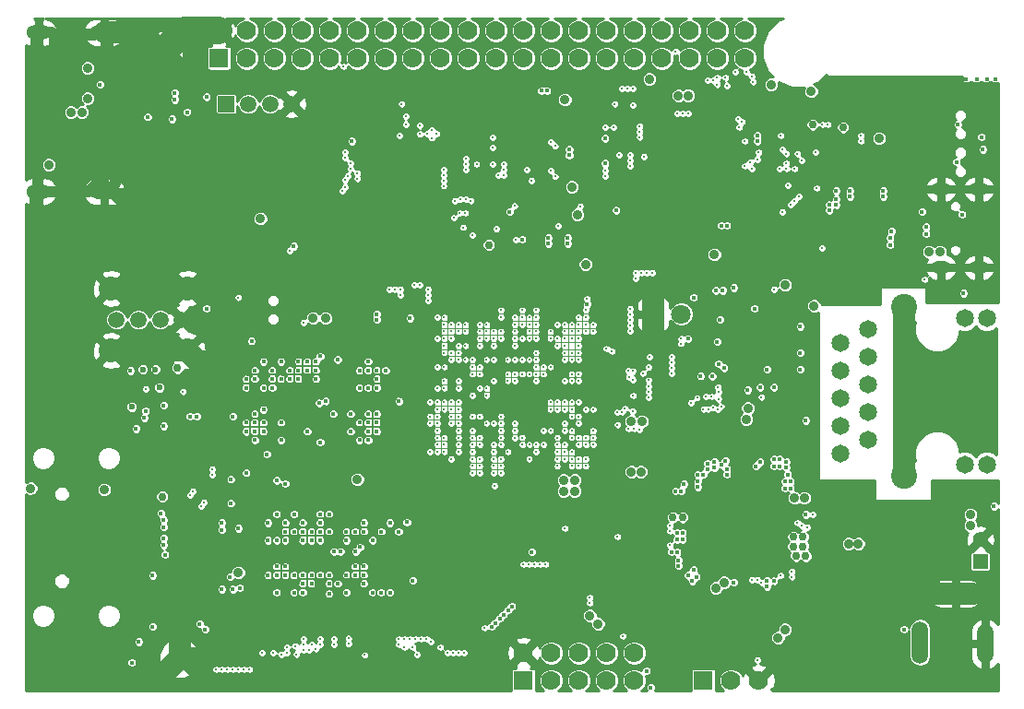
<source format=gbr>
%TF.GenerationSoftware,KiCad,Pcbnew,no-vcs-found-f3908bd~61~ubuntu16.04.1*%
%TF.CreationDate,2017-11-15T13:54:22+02:00*%
%TF.ProjectId,A64-OlinuXino_Rev_E,4136342D4F6C696E7558696E6F5F5265,D*%
%TF.SameCoordinates,Original*%
%TF.FileFunction,Copper,L2,Inr,Plane*%
%TF.FilePolarity,Positive*%
%FSLAX46Y46*%
G04 Gerber Fmt 4.6, Leading zero omitted, Abs format (unit mm)*
G04 Created by KiCad (PCBNEW no-vcs-found-f3908bd~61~ubuntu16.04.1) date Wed Nov 15 13:54:22 2017*
%MOMM*%
%LPD*%
G01*
G04 APERTURE LIST*
%TA.AperFunction,ViaPad*%
%ADD10C,2.400000*%
%TD*%
%TA.AperFunction,ViaPad*%
%ADD11C,1.650000*%
%TD*%
%TA.AperFunction,ViaPad*%
%ADD12O,1.800000X1.200000*%
%TD*%
%TA.AperFunction,ViaPad*%
%ADD13R,1.422400X1.422400*%
%TD*%
%TA.AperFunction,ViaPad*%
%ADD14O,2.300000X1.300000*%
%TD*%
%TA.AperFunction,ViaPad*%
%ADD15O,2.700000X1.300000*%
%TD*%
%TA.AperFunction,ViaPad*%
%ADD16R,0.400000X0.400000*%
%TD*%
%TA.AperFunction,ViaPad*%
%ADD17C,1.500000*%
%TD*%
%TA.AperFunction,ViaPad*%
%ADD18C,2.200000*%
%TD*%
%TA.AperFunction,ViaPad*%
%ADD19C,5.500000*%
%TD*%
%TA.AperFunction,ViaPad*%
%ADD20R,1.500000X1.500000*%
%TD*%
%TA.AperFunction,ViaPad*%
%ADD21C,1.778000*%
%TD*%
%TA.AperFunction,ViaPad*%
%ADD22R,1.778000X1.778000*%
%TD*%
%TA.AperFunction,ViaPad*%
%ADD23R,1.400000X1.400000*%
%TD*%
%TA.AperFunction,ViaPad*%
%ADD24C,1.400000*%
%TD*%
%TA.AperFunction,ViaPad*%
%ADD25R,1.800000X1.800000*%
%TD*%
%TA.AperFunction,ViaPad*%
%ADD26C,1.800000*%
%TD*%
%TA.AperFunction,ViaPad*%
%ADD27O,1.500000X3.900000*%
%TD*%
%TA.AperFunction,ViaPad*%
%ADD28O,1.500000X3.600000*%
%TD*%
%TA.AperFunction,ViaPad*%
%ADD29O,3.700000X1.500000*%
%TD*%
%TA.AperFunction,ViaPad*%
%ADD30C,0.750000*%
%TD*%
%TA.AperFunction,ViaPad*%
%ADD31C,0.900000*%
%TD*%
%TA.AperFunction,ViaPad*%
%ADD32C,0.450000*%
%TD*%
%TA.AperFunction,ViaPad*%
%ADD33C,0.327000*%
%TD*%
%TA.AperFunction,ViaPad*%
%ADD34C,0.406400*%
%TD*%
%TA.AperFunction,ViaPad*%
%ADD35C,0.600000*%
%TD*%
%TA.AperFunction,Conductor*%
%ADD36C,2.032000*%
%TD*%
%TA.AperFunction,Conductor*%
%ADD37C,1.016000*%
%TD*%
%TA.AperFunction,Conductor*%
%ADD38C,0.106600*%
%TD*%
%TA.AperFunction,Conductor*%
%ADD39C,0.762000*%
%TD*%
%TA.AperFunction,Conductor*%
%ADD40C,2.540000*%
%TD*%
%TA.AperFunction,Conductor*%
%ADD41C,0.127000*%
%TD*%
%TA.AperFunction,Conductor*%
%ADD42C,1.270000*%
%TD*%
%TA.AperFunction,Conductor*%
%ADD43C,0.508000*%
%TD*%
%TA.AperFunction,Conductor*%
%ADD44C,0.254000*%
%TD*%
G04 APERTURE END LIST*
D10*
%TO.N,Net-(C196-Pad2)*%
%TO.C,LAN1*%
X180975000Y-79883000D03*
X180975000Y-64389000D03*
D11*
%TO.N,/USB&HDMI\002CWiFi&BT\002CEthernet\002CLCD/PHYAD0*%
X188595000Y-78867000D03*
%TO.N,/USB&HDMI\002CWiFi&BT\002CEthernet\002CLCD/VDD33*%
X186563000Y-78867000D03*
%TO.N,/USB&HDMI\002CWiFi&BT\002CEthernet\002CLCD/PHYAD1*%
X188595000Y-65405000D03*
%TO.N,/USB&HDMI\002CWiFi&BT\002CEthernet\002CLCD/VDD33*%
X186563000Y-65405000D03*
%TO.N,/USB&HDMI\002CWiFi&BT\002CEthernet\002CLCD/MDI[3]-*%
X175133000Y-77851000D03*
%TO.N,/USB&HDMI\002CWiFi&BT\002CEthernet\002CLCD/MDI[3]+*%
X177673000Y-76581000D03*
%TO.N,/USB&HDMI\002CWiFi&BT\002CEthernet\002CLCD/MDI[2]-*%
X175133000Y-75311000D03*
%TO.N,/USB&HDMI\002CWiFi&BT\002CEthernet\002CLCD/MDI[2]+*%
X177673000Y-74041000D03*
%TO.N,Net-(C200-Pad2)*%
X175133000Y-72771000D03*
%TO.N,Net-(C199-Pad2)*%
X177673000Y-71501000D03*
%TO.N,/USB&HDMI\002CWiFi&BT\002CEthernet\002CLCD/MDI[1]-*%
X175133000Y-70231000D03*
%TO.N,/USB&HDMI\002CWiFi&BT\002CEthernet\002CLCD/MDI[1]+*%
X177673000Y-68961000D03*
%TO.N,/USB&HDMI\002CWiFi&BT\002CEthernet\002CLCD/MDI[0]-*%
X175133000Y-67691000D03*
%TO.N,/USB&HDMI\002CWiFi&BT\002CEthernet\002CLCD/MDI[0]+*%
X177673000Y-66421000D03*
%TD*%
D12*
%TO.N,GND*%
%TO.C,USB-OTG1*%
X187842000Y-53550000D03*
X184372000Y-53550000D03*
X184372000Y-60750000D03*
X187842000Y-60750000D03*
%TD*%
D13*
%TO.N,GND*%
%TO.C,U15*%
X166624000Y-67310000D03*
%TD*%
D14*
%TO.N,GND*%
%TO.C,HDMI1*%
X101547000Y-39182000D03*
X101547000Y-53782000D03*
D15*
X107597000Y-53782000D03*
X107597000Y-39182000D03*
%TD*%
D16*
%TO.N,GND*%
%TO.C,U14*%
X168062000Y-85445500D03*
X167362000Y-85445500D03*
X166662000Y-85445500D03*
X166662000Y-86145500D03*
X166662000Y-86845500D03*
X165062000Y-86845500D03*
X165062000Y-86145500D03*
X165062000Y-85445500D03*
X164362000Y-85445500D03*
X163662000Y-85445500D03*
X163662000Y-83845500D03*
X164362000Y-83845500D03*
X165062000Y-83845500D03*
X165062000Y-83145500D03*
X165062000Y-82445500D03*
X166662000Y-82445500D03*
X166662000Y-83145500D03*
X166662000Y-83845500D03*
X167362000Y-83845500D03*
X168062000Y-83845500D03*
D13*
X165862000Y-84645500D03*
%TD*%
D17*
%TO.N,GND*%
%TO.C,USB1*%
X114712000Y-65532000D03*
%TO.N,/USB&HDMI\002CWiFi&BT\002CEthernet\002CLCD/USB1-DP*%
X112712000Y-65532000D03*
%TO.N,/USB&HDMI\002CWiFi&BT\002CEthernet\002CLCD/USB1-DM*%
X110712000Y-65532000D03*
%TO.N,Net-(C74-Pad1)*%
X108712000Y-65532000D03*
D18*
%TO.N,GND*%
X108212000Y-68382000D03*
X108212000Y-62682000D03*
X115212000Y-68382000D03*
X115212000Y-62682000D03*
%TD*%
D19*
%TO.N,GND*%
%TO.C,Mounting_hole1*%
X172800000Y-96600000D03*
%TD*%
D20*
%TO.N,Net-(HSIC1-Pad1)*%
%TO.C,HSIC1*%
X118793000Y-45720000D03*
D17*
%TO.N,Net-(HSIC1-Pad2)*%
X120793000Y-45720000D03*
%TO.N,Net-(HSIC1-Pad3)*%
X122793000Y-45720000D03*
%TO.N,GND*%
X124793000Y-45720000D03*
%TD*%
D21*
%TO.N,VCC-PE*%
%TO.C,GPIO1*%
X166370000Y-38989000D03*
%TO.N,/Power Supply\002C Extensions and MiPi-DSI/PE17/GPIO_LED*%
X166370000Y-41529000D03*
%TO.N,/Power Supply\002C Extensions and MiPi-DSI/2.8V_AVDD-CSI*%
X163830000Y-38989000D03*
%TO.N,/Power Supply\002C Extensions and MiPi-DSI/PE16/POWERON*%
X163830000Y-41529000D03*
%TO.N,/Power Supply\002C Extensions and MiPi-DSI/1.8V_DVDD-CSI*%
X161290000Y-38989000D03*
%TO.N,/Power Supply\002C Extensions and MiPi-DSI/PE15*%
X161290000Y-41529000D03*
%TO.N,PL12*%
X158750000Y-38989000D03*
%TO.N,/Power Supply\002C Extensions and MiPi-DSI/PE14*%
X158750000Y-41529000D03*
%TO.N,PL11*%
X156210000Y-38989000D03*
%TO.N,/Power Supply\002C Extensions and MiPi-DSI/PE13*%
X156210000Y-41529000D03*
%TO.N,PL7*%
X146050000Y-38989000D03*
%TO.N,/Power Supply\002C Extensions and MiPi-DSI/PE9*%
X146050000Y-41529000D03*
%TO.N,PC7*%
X143510000Y-38989000D03*
%TO.N,/Power Supply\002C Extensions and MiPi-DSI/PE8*%
X143510000Y-41529000D03*
%TO.N,/Power Supply\002C Extensions and MiPi-DSI/PE10*%
X148590000Y-41529000D03*
%TO.N,PL8*%
X148590000Y-38989000D03*
%TO.N,PL9*%
X151130000Y-38989000D03*
%TO.N,/Power Supply\002C Extensions and MiPi-DSI/PE11*%
X151130000Y-41529000D03*
%TO.N,/Power Supply\002C Extensions and MiPi-DSI/PE12*%
X153670000Y-41529000D03*
%TO.N,PL10*%
X153670000Y-38989000D03*
%TO.N,/Power Supply\002C Extensions and MiPi-DSI/PB0*%
X128270000Y-38989000D03*
%TO.N,/Power Supply\002C Extensions and MiPi-DSI/PE2*%
X128270000Y-41529000D03*
%TO.N,/Power Supply\002C Extensions and MiPi-DSI/PE1*%
X125730000Y-41529000D03*
%TO.N,KEYADC*%
X125730000Y-38989000D03*
%TO.N,UBOOT*%
X123190000Y-38989000D03*
%TO.N,/Power Supply\002C Extensions and MiPi-DSI/PE0*%
X123190000Y-41529000D03*
D22*
%TO.N,+5V*%
X118110000Y-41529000D03*
D21*
%TO.N,GND*%
X118110000Y-38989000D03*
%TO.N,+3V3*%
X120650000Y-41529000D03*
%TO.N,AP-RESET#*%
X120650000Y-38989000D03*
%TO.N,/Power Supply\002C Extensions and MiPi-DSI/PE3*%
X130810000Y-41529000D03*
%TO.N,/Power Supply\002C Extensions and MiPi-DSI/PB1*%
X130810000Y-38989000D03*
%TO.N,/Power Supply\002C Extensions and MiPi-DSI/PE4*%
X133350000Y-41529000D03*
%TO.N,/Power Supply\002C Extensions and MiPi-DSI/PB2*%
X133350000Y-38989000D03*
%TO.N,/Power Supply\002C Extensions and MiPi-DSI/PE5*%
X135890000Y-41529000D03*
%TO.N,/Power Supply\002C Extensions and MiPi-DSI/PB3*%
X135890000Y-38989000D03*
%TO.N,/Power Supply\002C Extensions and MiPi-DSI/PE6*%
X138430000Y-41529000D03*
%TO.N,/Power Supply\002C Extensions and MiPi-DSI/PB4*%
X138430000Y-38989000D03*
%TO.N,/Power Supply\002C Extensions and MiPi-DSI/PE7*%
X140970000Y-41529000D03*
%TO.N,PC4*%
X140970000Y-38989000D03*
%TD*%
%TO.N,Net-(R79-Pad2)*%
%TO.C,UEXT1*%
X156210000Y-96139000D03*
%TO.N,Net-(RM14-Pad3.1)*%
X156210000Y-98679000D03*
%TO.N,Net-(RM14-Pad1.1)*%
X153670000Y-98679000D03*
%TO.N,Net-(RM14-Pad2.1)*%
X153670000Y-96139000D03*
%TO.N,TWI1-SDA*%
X151130000Y-96139000D03*
%TO.N,TWI1-SCK*%
X151130000Y-98679000D03*
D22*
%TO.N,+3V3*%
X146050000Y-98679000D03*
D21*
%TO.N,GND*%
X146050000Y-96139000D03*
%TO.N,UART3-TX*%
X148590000Y-98679000D03*
%TO.N,UART3-RX*%
X148590000Y-96139000D03*
%TD*%
D22*
%TO.N,Net-(DBG_UART1-Pad1)*%
%TO.C,DBG_UART1*%
X162560000Y-98679000D03*
D21*
%TO.N,Net-(D4-Pad1)*%
X165100000Y-98679000D03*
%TO.N,GND*%
X167640000Y-98679000D03*
%TD*%
D23*
%TO.N,VBAT*%
%TO.C,LIPO_BAT1*%
X187982860Y-87749380D03*
D24*
%TO.N,GND*%
X187980320Y-85737700D03*
%TD*%
D25*
%TO.N,GND*%
%TO.C,PHYRST1*%
X157988000Y-65024000D03*
D26*
%TO.N,Net-(C211-Pad2)*%
X160528000Y-65024000D03*
%TD*%
D27*
%TO.N,+5V_EXT*%
%TO.C,PWR1*%
X182441000Y-95174000D03*
D28*
%TO.N,GND*%
X188441000Y-95324000D03*
D29*
X185695000Y-90724000D03*
%TD*%
D30*
%TO.N,+5V_EXT*%
X170815000Y-85471000D03*
X171704000Y-85471000D03*
D31*
%TO.N,+5V*%
X170058510Y-62357000D03*
X157607000Y-43434000D03*
X178689000Y-48895000D03*
X105537000Y-46482000D03*
X104521000Y-46482000D03*
X121911591Y-56269409D03*
X106045000Y-45212000D03*
D32*
X116967000Y-45085000D03*
D31*
X152908000Y-93472000D03*
X152146000Y-92710000D03*
D32*
X143129000Y-93726000D03*
X143459200Y-93395800D03*
X116840000Y-93980000D03*
X116332000Y-93472000D03*
D33*
%TO.N,GND*%
X159752295Y-67641205D03*
D32*
X188976000Y-43815000D03*
X188087000Y-43815000D03*
X187198000Y-43815000D03*
X186182000Y-43815000D03*
X189357000Y-45339000D03*
X189357000Y-44704000D03*
X189357000Y-44069000D03*
X188595000Y-43434000D03*
X189357000Y-43434000D03*
X187706000Y-43434000D03*
X186690000Y-43434000D03*
X181356000Y-44069000D03*
X180848000Y-44577000D03*
X176276000Y-44577000D03*
X176911000Y-43434000D03*
X174625000Y-43434000D03*
X176276000Y-43434000D03*
X175387000Y-43434000D03*
X178181000Y-43434000D03*
X179430320Y-45545808D03*
D33*
X160250000Y-73050000D03*
X137850000Y-51250000D03*
X148900000Y-47650000D03*
X147900000Y-51250000D03*
X147900000Y-52250000D03*
X147200000Y-53250000D03*
X143250000Y-52250000D03*
X142750000Y-50250000D03*
X142250000Y-50750000D03*
X142750000Y-48800000D03*
X142750000Y-49750000D03*
X142250000Y-51250000D03*
X142250000Y-52250000D03*
X141750000Y-52250000D03*
D31*
X127635000Y-59944000D03*
X128524000Y-59944000D03*
X127635000Y-58928000D03*
D32*
X143637000Y-97536000D03*
D30*
X146558000Y-58674000D03*
D31*
X147447000Y-58674000D03*
D32*
X179451000Y-90678000D03*
D30*
X112903000Y-87884000D03*
D31*
X101092000Y-94361000D03*
X101092000Y-96774000D03*
X102235000Y-97917000D03*
X101092000Y-99060000D03*
X110490000Y-93853000D03*
X107188000Y-89662000D03*
X107188000Y-90551000D03*
D32*
X116459000Y-76962000D03*
X116459000Y-77470000D03*
X118364000Y-83566000D03*
X132080000Y-64262000D03*
X126200000Y-71000000D03*
X123000000Y-69400000D03*
X120600000Y-76600000D03*
X132200000Y-89800000D03*
X129000000Y-89000000D03*
X125800000Y-83400000D03*
X124200000Y-90600000D03*
X159385000Y-98171000D03*
X159385000Y-98679000D03*
D31*
X101092000Y-42672000D03*
X101092000Y-41021000D03*
X106299000Y-50038000D03*
X106299000Y-51943000D03*
X101092000Y-51562000D03*
X101092000Y-49784000D03*
X101092000Y-48006000D03*
X101092000Y-46101000D03*
X101092000Y-44323000D03*
D34*
X147875000Y-75075000D03*
D32*
X174752000Y-49657000D03*
X175260000Y-49657000D03*
X161290000Y-62484000D03*
D31*
X162306000Y-46741510D03*
X163322000Y-46741510D03*
D32*
X100838000Y-83185000D03*
D31*
X128143000Y-46863000D03*
X129921000Y-46863000D03*
X129032000Y-46863000D03*
X130810000Y-44577000D03*
X129921000Y-44577000D03*
D32*
X184912000Y-62484000D03*
D31*
X177927000Y-63500000D03*
X176911000Y-63500000D03*
D32*
X178689000Y-56261000D03*
X154813000Y-48895000D03*
X153543000Y-50165000D03*
D31*
X153670000Y-45339000D03*
X153797000Y-56007000D03*
X146500000Y-59600000D03*
X146500000Y-60600000D03*
X122555000Y-58928000D03*
D32*
X131064000Y-49149000D03*
X123825000Y-48514000D03*
D31*
X121793000Y-48260000D03*
X120142000Y-48260000D03*
X118364000Y-48260000D03*
D32*
X122809000Y-48514000D03*
X132600000Y-76600000D03*
X125222000Y-65659000D03*
X131800000Y-71000000D03*
D33*
X138125000Y-64675000D03*
D32*
X132600000Y-69400000D03*
D33*
X145925000Y-66625000D03*
D31*
X164211000Y-58420000D03*
X161290000Y-76835000D03*
D32*
X166878000Y-61341000D03*
X117602000Y-44196000D03*
X124714000Y-49403000D03*
X126365000Y-51054000D03*
X172085000Y-66167000D03*
D31*
X114681000Y-55880000D03*
X113538000Y-55880000D03*
X107188000Y-91440000D03*
X129794000Y-67183000D03*
D32*
X122200000Y-76600000D03*
X123800000Y-75800000D03*
X131000000Y-69400000D03*
X128200000Y-76800000D03*
X131000000Y-75800000D03*
D31*
X182626000Y-47371000D03*
D32*
X184023000Y-46355000D03*
X182499000Y-45974000D03*
X181229000Y-45974000D03*
X179959000Y-45974000D03*
X180594000Y-45339000D03*
X181864000Y-45339000D03*
X183134000Y-45339000D03*
X186436000Y-45593000D03*
X185039000Y-45593000D03*
X182499000Y-43815000D03*
X183769000Y-43815000D03*
X185039000Y-43815000D03*
X179324000Y-43434000D03*
D31*
X167132000Y-54737000D03*
X174503225Y-60584225D03*
D32*
X144272000Y-99314000D03*
D31*
X148971000Y-84836000D03*
X137922000Y-91053480D03*
X139446000Y-91053480D03*
X101092000Y-76327000D03*
X102362000Y-94361000D03*
X102362000Y-95504000D03*
X107569000Y-80010000D03*
X111379000Y-94234000D03*
X123571000Y-58928000D03*
D32*
X154305000Y-71628000D03*
D31*
X183642000Y-55118000D03*
X184658000Y-55118000D03*
D33*
X140725000Y-67275000D03*
X138775000Y-75075000D03*
X139425000Y-75725000D03*
X152425000Y-65325000D03*
X145925000Y-74425000D03*
D32*
X107188000Y-43307000D03*
X107188000Y-50800000D03*
X107188000Y-49276000D03*
X107188000Y-47752000D03*
X107188000Y-46228000D03*
X111506000Y-51816000D03*
X111506000Y-48895000D03*
X111506000Y-45974000D03*
X113792000Y-45974000D03*
X113792000Y-51816000D03*
X113792000Y-48895000D03*
D31*
X102108000Y-76327000D03*
D32*
X119200000Y-83100000D03*
X132200000Y-84200000D03*
X130600000Y-84200000D03*
D33*
X145275000Y-74425000D03*
X143325000Y-74425000D03*
D34*
X147225000Y-75075000D03*
X146575000Y-75075000D03*
X146575000Y-74425000D03*
X147225000Y-74425000D03*
X147875000Y-74425000D03*
X143325000Y-73775000D03*
X143975000Y-73775000D03*
X144625000Y-73775000D03*
X145275000Y-73775000D03*
X145925000Y-73775000D03*
X146575000Y-73775000D03*
X147225000Y-73775000D03*
X146575000Y-73125000D03*
X145925000Y-73125000D03*
X145275000Y-73125000D03*
X144625000Y-73125000D03*
X143975000Y-73125000D03*
X142675000Y-73125000D03*
X143325000Y-73125000D03*
X147875000Y-73775000D03*
D33*
X149175000Y-74425000D03*
X148525000Y-74425000D03*
D34*
X147875000Y-72475000D03*
X147225000Y-72475000D03*
X146575000Y-72475000D03*
X145925000Y-72475000D03*
X145275000Y-72475000D03*
X144625000Y-72475000D03*
D33*
X143325000Y-72475000D03*
D34*
X143975000Y-72475000D03*
X147875000Y-73125000D03*
X147225000Y-73125000D03*
D33*
X148525000Y-72475000D03*
X147875000Y-71825000D03*
X147225000Y-71825000D03*
X146575000Y-71825000D03*
X143975000Y-71175000D03*
X143325000Y-71825000D03*
X143975000Y-71825000D03*
X144625000Y-71825000D03*
X145275000Y-71825000D03*
X145925000Y-71175000D03*
X146575000Y-71175000D03*
X145925000Y-71825000D03*
X146575000Y-69875000D03*
X145925000Y-69875000D03*
X144625000Y-69875000D03*
X145275000Y-69875000D03*
D31*
X182753000Y-49657000D03*
X169672000Y-44577000D03*
X181610000Y-54991000D03*
X187325000Y-46101000D03*
X189103000Y-46101000D03*
D32*
X171831000Y-73025000D03*
X171831000Y-73533000D03*
X168021000Y-58166000D03*
D35*
X168021000Y-58801000D03*
D31*
X155829000Y-86741000D03*
X172085000Y-75819000D03*
X155829000Y-84709000D03*
X187452000Y-81026000D03*
X187452000Y-82169000D03*
D32*
X175514000Y-89027000D03*
X175514000Y-88265000D03*
X179832000Y-88900000D03*
X180340000Y-88900000D03*
D31*
X176784000Y-92202000D03*
X148971000Y-83820000D03*
D33*
X147225000Y-75725000D03*
X148525000Y-77025000D03*
X147225000Y-76375000D03*
X147875000Y-78325000D03*
D31*
X156083000Y-89408000D03*
X157099000Y-89408000D03*
X171831000Y-88265000D03*
D33*
X149175000Y-71175000D03*
D32*
X173990000Y-43434000D03*
X185674000Y-43434000D03*
X184404000Y-43434000D03*
X183134000Y-43434000D03*
X181864000Y-43434000D03*
X180594000Y-43434000D03*
D31*
X181737000Y-49657000D03*
D32*
X178689000Y-56769000D03*
D33*
X143975000Y-65975000D03*
X142675000Y-71175000D03*
X143325000Y-70525000D03*
X142025000Y-71175000D03*
X142025000Y-73775000D03*
D32*
X128200000Y-69200000D03*
X124600000Y-69400000D03*
X121400000Y-69400000D03*
X126200000Y-75000000D03*
X122428000Y-78613000D03*
X125222000Y-78613000D03*
X129400000Y-70200000D03*
X129800000Y-69200000D03*
X128600000Y-75000000D03*
X129000000Y-76800000D03*
X130200000Y-75000000D03*
X133400000Y-75800000D03*
X124200000Y-83400000D03*
X123400000Y-84200000D03*
X122600000Y-90600000D03*
X126600000Y-90600000D03*
X128200000Y-84200000D03*
D33*
X142025000Y-75725000D03*
X137475000Y-79625000D03*
X138775000Y-78325000D03*
X142025000Y-77675000D03*
X144625000Y-77025000D03*
X143975000Y-77675000D03*
X145275000Y-77675000D03*
X145275000Y-77025000D03*
D32*
X133000000Y-84200000D03*
X131400000Y-90600000D03*
X135400000Y-90600000D03*
X133000000Y-89800000D03*
X134600000Y-84200000D03*
X130600000Y-90600000D03*
X134600000Y-90600000D03*
X130600000Y-89800000D03*
X134600000Y-85800000D03*
X132200000Y-85000000D03*
D34*
X142675000Y-73775000D03*
D33*
X148525000Y-75075000D03*
D32*
X127254000Y-67437000D03*
X125349000Y-67437000D03*
X123444000Y-67437000D03*
X121885000Y-67437000D03*
D31*
%TO.N,+1.5V*%
X166657562Y-73660000D03*
D32*
X121100000Y-67500000D03*
X128200000Y-89000000D03*
X146812000Y-86868000D03*
X121400000Y-76600000D03*
X123800000Y-76600000D03*
X129000000Y-69200000D03*
D33*
X143975000Y-74425000D03*
D32*
X134600000Y-85000000D03*
X133800000Y-84200000D03*
X131400000Y-84200000D03*
D33*
X142675000Y-75075000D03*
X143325000Y-75075000D03*
X143975000Y-75725000D03*
X143975000Y-76375000D03*
X143975000Y-75075000D03*
X145275000Y-75075000D03*
X145275000Y-75725000D03*
D31*
X166497000Y-74676000D03*
D33*
X141375000Y-74425000D03*
X142025000Y-74425000D03*
D32*
X119200000Y-82400000D03*
X126200000Y-70200000D03*
X127000000Y-70200000D03*
X123800000Y-69400000D03*
X122200000Y-69400000D03*
X126200000Y-75800000D03*
X133400000Y-70200000D03*
X132600000Y-70200000D03*
X131000000Y-70200000D03*
X131800000Y-69400000D03*
X128600000Y-74200000D03*
X127400000Y-76800000D03*
X130200000Y-75800000D03*
X132600000Y-75800000D03*
X131000000Y-76600000D03*
X125000000Y-83400000D03*
X123400000Y-83400000D03*
X127400000Y-85000000D03*
X123400000Y-90600000D03*
X125000000Y-90600000D03*
X135900000Y-89500000D03*
X129800000Y-85000000D03*
X133000000Y-85000000D03*
X132200000Y-90600000D03*
X135354607Y-84148773D03*
X133800000Y-90600000D03*
X133000000Y-90600000D03*
X130600000Y-89000000D03*
X129800000Y-90600000D03*
X131800000Y-76600000D03*
%TO.N,/VREF0_DDR3*%
X119380000Y-74422000D03*
X119200000Y-80200000D03*
X119900000Y-84700000D03*
X123800000Y-75000000D03*
X126600000Y-89800000D03*
X127400000Y-68900000D03*
D31*
%TO.N,/S0SVREF*%
X130800000Y-80200000D03*
D33*
X141375000Y-76375000D03*
D32*
%TO.N,+3V3*%
X124968000Y-58801000D03*
D31*
X107569000Y-81153000D03*
X100838000Y-81026000D03*
D32*
X118364000Y-84201000D03*
X157734000Y-99314000D03*
D31*
X149860000Y-45333490D03*
X160274000Y-44958000D03*
X161163000Y-44952490D03*
D32*
X154559000Y-55499000D03*
X153543000Y-51181000D03*
D31*
X151003000Y-55880000D03*
D32*
X130302000Y-49149000D03*
D33*
X147875000Y-69875000D03*
D31*
X163576000Y-59563000D03*
D32*
X143891000Y-92964000D03*
X144221200Y-92633800D03*
X186309000Y-55880000D03*
D31*
X119888000Y-88773000D03*
D33*
X144625000Y-69225000D03*
X147875000Y-70525000D03*
D30*
X142875000Y-58674000D03*
D31*
X172466000Y-44577000D03*
D32*
X180975000Y-93980000D03*
D33*
X148525000Y-69875000D03*
X145275000Y-67925000D03*
X145275000Y-67275000D03*
D31*
X156839490Y-79502000D03*
X155956000Y-79502000D03*
D33*
%TO.N,Net-(C37-Pad2)*%
X140250000Y-54500000D03*
D32*
%TO.N,GNDA*%
X118364000Y-84836000D03*
D30*
X112903000Y-81788000D03*
D35*
X112649000Y-71755000D03*
D32*
X132588000Y-65024000D03*
X132588000Y-65532000D03*
D33*
X137475000Y-73125000D03*
D32*
%TO.N,/NAND Flash \002C eMMC\002C T-Card and Audio/MBIAS*%
X113030000Y-85598000D03*
D33*
X140075000Y-71175000D03*
D35*
%TO.N,+3.0VA*%
X110109000Y-73533000D03*
D31*
X127889000Y-65405000D03*
D32*
X160147000Y-86868000D03*
X159639000Y-86868000D03*
D33*
X145925000Y-69225000D03*
X141375000Y-70525000D03*
D30*
%TO.N,+1V8*%
X172593000Y-47625000D03*
D35*
X111125000Y-70104000D03*
D31*
X126746000Y-65405000D03*
D33*
X140075000Y-71825000D03*
D32*
X170053000Y-81026000D03*
X170561000Y-81026000D03*
D33*
%TO.N,Net-(C51-Pad1)*%
X138775000Y-73125000D03*
%TO.N,/NAND Flash \002C eMMC\002C T-Card and Audio/MICIN1P*%
X116713000Y-82296000D03*
X138125000Y-69875000D03*
%TO.N,Net-(C54-Pad2)*%
X141375000Y-72475000D03*
X142025000Y-71825000D03*
D32*
X135636000Y-65405000D03*
D33*
%TO.N,Net-(C55-Pad1)*%
X138125000Y-71825000D03*
D32*
%TO.N,Net-(C57-Pad2)*%
X119126000Y-89154000D03*
X113030000Y-86233000D03*
D33*
%TO.N,Net-(C59-Pad1)*%
X138125000Y-73125000D03*
%TO.N,/NAND Flash \002C eMMC\002C T-Card and Audio/MICIN1N*%
X116459000Y-82677000D03*
X138775000Y-69875000D03*
%TO.N,Net-(C61-Pad1)*%
X140075000Y-73125000D03*
%TO.N,Net-(C61-Pad2)*%
X140075000Y-73775000D03*
D31*
%TO.N,+5V_USBOTG*%
X184277000Y-59309000D03*
D30*
X171069000Y-87249000D03*
X171958000Y-87249000D03*
D31*
X183261000Y-59309000D03*
D33*
%TO.N,Net-(C68-Pad2)*%
X182880000Y-61849000D03*
%TO.N,/USB&HDMI\002CWiFi&BT\002CEthernet\002CLCD/USB0-VBUSDET*%
X156702219Y-75620325D03*
D32*
X179705000Y-58674000D03*
D33*
X172974000Y-53467000D03*
D31*
%TO.N,+3.3VD*%
X102489000Y-51308000D03*
D30*
X114300000Y-69977000D03*
D32*
X162052000Y-80899000D03*
X162052000Y-80391000D03*
D33*
X145275000Y-69225000D03*
D32*
%TO.N,+3.3VWiFiIO*%
X174752000Y-53721000D03*
X164211000Y-56896000D03*
X164719000Y-56896000D03*
X150114000Y-58547000D03*
X150114000Y-58039000D03*
D33*
X147225000Y-68575000D03*
D32*
X164211000Y-78867000D03*
X164592000Y-78486000D03*
%TO.N,VCC-PL*%
X176022000Y-54229000D03*
X176022000Y-53721000D03*
D33*
X142675000Y-69225000D03*
D32*
X160147000Y-85725000D03*
X160655000Y-85725000D03*
%TO.N,1.1V_CPUS*%
X144780000Y-55626000D03*
X179070000Y-53721000D03*
X179070000Y-54229000D03*
X169545000Y-78359000D03*
X169037000Y-78359000D03*
D33*
X142025000Y-69875000D03*
D31*
%TO.N,1.1V_CPUX*%
X150749000Y-80269520D03*
X149733000Y-81280000D03*
X149733000Y-80264000D03*
D33*
X149175000Y-77025000D03*
X149825000Y-77025000D03*
X148525000Y-75725000D03*
X149175000Y-76375000D03*
X150475000Y-77675000D03*
X149825000Y-77675000D03*
X149175000Y-77675000D03*
X151775000Y-78975000D03*
X151775000Y-78325000D03*
X150475000Y-78975000D03*
X151125000Y-78975000D03*
X151125000Y-78325000D03*
X150475000Y-78325000D03*
X149825000Y-78325000D03*
X149175000Y-78325000D03*
X149175000Y-78975000D03*
D31*
X150749000Y-81280000D03*
D32*
%TO.N,Net-(C125-Pad2)*%
X160782000Y-80645000D03*
%TO.N,IPS*%
X164719000Y-79756000D03*
X164719000Y-79248000D03*
D31*
X163703000Y-90170000D03*
D32*
X160528000Y-81280000D03*
X160020000Y-81280000D03*
D31*
X187071000Y-84455000D03*
X187071000Y-83439000D03*
D32*
X169545000Y-78994000D03*
X169037000Y-78994000D03*
X167386000Y-78994000D03*
X167767000Y-78613000D03*
X162941000Y-79248000D03*
X162941000Y-78740000D03*
D30*
X159766000Y-83693000D03*
X160655000Y-83693000D03*
D32*
X160274000Y-88138000D03*
X160274000Y-87630000D03*
D31*
X164465000Y-89662000D03*
D30*
X171704000Y-86360000D03*
X170815000Y-86360000D03*
D31*
X171831000Y-81915000D03*
X170942000Y-81915000D03*
%TO.N,Net-(C135-Pad1)*%
X175895000Y-86106000D03*
X176784000Y-86106000D03*
D32*
%TO.N,VBAT*%
X171958000Y-83439000D03*
D31*
%TO.N,Net-(C143-Pad2)*%
X169418000Y-94742000D03*
X170053000Y-93980000D03*
D32*
%TO.N,Net-(C149-Pad1)*%
X161925000Y-89154000D03*
X161544000Y-89535000D03*
D35*
%TO.N,3.0V_RTC*%
X112268000Y-70104000D03*
D32*
X116967000Y-64516000D03*
X168402000Y-90043000D03*
X168402000Y-89535000D03*
D33*
X141375000Y-69225000D03*
D31*
%TO.N,1.1V_SYS*%
X155961697Y-74872315D03*
X156915685Y-74871985D03*
D33*
X144625000Y-71175000D03*
X145275000Y-71175000D03*
X147225000Y-71175000D03*
X147225000Y-69875000D03*
X147225000Y-70525000D03*
X146575000Y-70525000D03*
X145925000Y-70525000D03*
X144625000Y-70525000D03*
X145275000Y-70525000D03*
X142675000Y-72475000D03*
X143325000Y-71175000D03*
X142675000Y-71825000D03*
%TO.N,AP-RESET#*%
X177038000Y-48641000D03*
D32*
X185928000Y-47625000D03*
D33*
X129540000Y-42291000D03*
X140075000Y-68575000D03*
X167894000Y-72644000D03*
X167005000Y-89408000D03*
D32*
%TO.N,/Power Supply\002C Extensions and MiPi-DSI/3.3V_MIPI*%
X144653000Y-92202000D03*
X144983200Y-91871800D03*
X162560000Y-79756000D03*
X162052000Y-79756000D03*
%TO.N,/Power Supply\002C Extensions and MiPi-DSI/2.8V_AVDD-CSI*%
X174752000Y-54483000D03*
X163576000Y-79121000D03*
X163576000Y-78613000D03*
X174752000Y-54991000D03*
D31*
%TO.N,VCC-PE*%
X151759490Y-60452000D03*
D32*
X174117000Y-55499000D03*
X174117000Y-54991000D03*
X160147000Y-85090000D03*
X160655000Y-85090000D03*
%TO.N,/Power Supply\002C Extensions and MiPi-DSI/1.8V_DVDD-CSI*%
X170053000Y-80391000D03*
X170561000Y-80391000D03*
D31*
X168783000Y-43942000D03*
D32*
%TO.N,Net-(C174-Pad2)*%
X170307000Y-79756000D03*
D33*
%TO.N,Net-(C177-Pad2)*%
X177038000Y-49149000D03*
D32*
X185801000Y-51054000D03*
D33*
X172085000Y-84582000D03*
D32*
%TO.N,1.2V_HSIC*%
X148208996Y-44513500D03*
X147701000Y-44513500D03*
X148336000Y-58039000D03*
X148336000Y-58547000D03*
D30*
X175387000Y-47879000D03*
D33*
X143325000Y-69225000D03*
D32*
X170180000Y-79121000D03*
X170180000Y-78613000D03*
%TO.N,Net-(C181-Pad2)*%
X169037000Y-89535000D03*
D33*
%TO.N,Net-(C183-Pad1)*%
X138125000Y-67275000D03*
X136525000Y-62357000D03*
%TO.N,Net-(C184-Pad1)*%
X136017000Y-62357000D03*
X138775000Y-67925000D03*
D32*
%TO.N,Net-(C188-Pad2)*%
X145923000Y-58166000D03*
D33*
X146575000Y-69225000D03*
%TO.N,Net-(C192-Pad2)*%
X141375000Y-69875000D03*
%TO.N,KEYADC*%
X133731000Y-62738000D03*
%TO.N,Net-(D4-Pad2)*%
X167513000Y-96774000D03*
D32*
X157353000Y-97790000D03*
D33*
X150475000Y-75725000D03*
%TO.N,Net-(DBG_UART1-Pad1)*%
X148525000Y-73125000D03*
D32*
%TO.N,Net-(FET1-Pad3)*%
X107188000Y-43942000D03*
%TO.N,/USB&HDMI\002CWiFi&BT\002CEthernet\002CLCD/HCEC*%
X113792000Y-47117000D03*
X111569500Y-46926500D03*
D33*
X140725000Y-66625000D03*
D31*
%TO.N,Net-(FUSE1-Pad2)*%
X106045000Y-42418000D03*
D33*
%TO.N,/Power Supply\002C Extensions and MiPi-DSI/PE16*%
X163830000Y-43942000D03*
X151775000Y-65975000D03*
%TO.N,/Power Supply\002C Extensions and MiPi-DSI/PE15*%
X157861000Y-61214000D03*
%TO.N,PL12*%
X140075000Y-65975000D03*
%TO.N,/Power Supply\002C Extensions and MiPi-DSI/PE14*%
X152425000Y-66625000D03*
%TO.N,PL11*%
X139425000Y-67275000D03*
%TO.N,/Power Supply\002C Extensions and MiPi-DSI/PE13*%
X150475000Y-65975000D03*
%TO.N,PL10*%
X139425000Y-65975000D03*
%TO.N,/Power Supply\002C Extensions and MiPi-DSI/PE12*%
X164719000Y-44069000D03*
X151775000Y-66625000D03*
%TO.N,PL9*%
X139425000Y-66625000D03*
%TO.N,/Power Supply\002C Extensions and MiPi-DSI/PE11*%
X156083000Y-44323000D03*
X149825000Y-65975000D03*
%TO.N,PL8*%
X138775000Y-65975000D03*
%TO.N,/Power Supply\002C Extensions and MiPi-DSI/PE10*%
X163449000Y-43561000D03*
X151775000Y-65325000D03*
%TO.N,PL7*%
X138775000Y-67275000D03*
%TO.N,/Power Supply\002C Extensions and MiPi-DSI/PE9*%
X150475000Y-68575000D03*
X164592000Y-43307000D03*
%TO.N,PC7*%
X151257000Y-55118000D03*
X147225000Y-67275000D03*
X155575000Y-44323000D03*
%TO.N,/Power Supply\002C Extensions and MiPi-DSI/PE8*%
X163830000Y-43307000D03*
X152425000Y-65975000D03*
%TO.N,/Power Supply\002C Extensions and MiPi-DSI/PE0*%
X166370000Y-49149000D03*
X151125000Y-67925000D03*
%TO.N,UBOOT*%
X140725000Y-69225000D03*
X119888000Y-63500000D03*
X134747000Y-63246000D03*
%TO.N,/Power Supply\002C Extensions and MiPi-DSI/PE1*%
X161163000Y-46609000D03*
X151775000Y-64675000D03*
%TO.N,/Power Supply\002C Extensions and MiPi-DSI/PE2*%
X160147000Y-46609000D03*
X151125000Y-65325000D03*
%TO.N,/Power Supply\002C Extensions and MiPi-DSI/PB0*%
X160020000Y-40894000D03*
X148525000Y-73775000D03*
%TO.N,/Power Supply\002C Extensions and MiPi-DSI/PE3*%
X160655000Y-46609000D03*
X151125000Y-65975000D03*
%TO.N,/Power Supply\002C Extensions and MiPi-DSI/PB1*%
X167132000Y-43688000D03*
X155702000Y-75565000D03*
%TO.N,/Power Supply\002C Extensions and MiPi-DSI/PE4*%
X151125000Y-67275000D03*
X165862000Y-47879000D03*
%TO.N,/Power Supply\002C Extensions and MiPi-DSI/PB2*%
X165481000Y-42799000D03*
X149175000Y-73125000D03*
%TO.N,/Power Supply\002C Extensions and MiPi-DSI/PE5*%
X166116000Y-47371000D03*
X149825000Y-68575000D03*
%TO.N,/Power Supply\002C Extensions and MiPi-DSI/PB3*%
X167005000Y-43180000D03*
X156210000Y-75565000D03*
%TO.N,/Power Supply\002C Extensions and MiPi-DSI/PE6*%
X156083000Y-45847000D03*
X149825000Y-66625000D03*
%TO.N,/Power Supply\002C Extensions and MiPi-DSI/PB4*%
X166497000Y-42799000D03*
X149825000Y-75725000D03*
%TO.N,/Power Supply\002C Extensions and MiPi-DSI/PE7*%
X165735000Y-47117000D03*
X150475000Y-67275000D03*
%TO.N,PC4*%
X155067000Y-44323000D03*
X154813000Y-50419000D03*
X147225000Y-66625000D03*
D32*
%TO.N,/USB&HDMI\002CWiFi&BT\002CEthernet\002CLCD/HSCL*%
X115189000Y-46482000D03*
D33*
X142025000Y-65975000D03*
D32*
%TO.N,/USB&HDMI\002CWiFi&BT\002CEthernet\002CLCD/HSDA*%
X114046000Y-45339000D03*
D33*
X140075000Y-66625000D03*
D32*
%TO.N,/NAND Flash \002C eMMC\002C T-Card and Audio/HPOUTR*%
X115443000Y-74422000D03*
D33*
X138775000Y-71825000D03*
%TO.N,/NAND Flash \002C eMMC\002C T-Card and Audio/HPOUTFB*%
X111379000Y-71882000D03*
X125857000Y-65786000D03*
X138775000Y-73775000D03*
D32*
%TO.N,/NAND Flash \002C eMMC\002C T-Card and Audio/HPOUTL*%
X116078000Y-74422000D03*
D33*
X138775000Y-71175000D03*
%TO.N,TWI0-SDA*%
X122051034Y-96134966D03*
X150475000Y-73775000D03*
%TO.N,TWI0-SCK*%
X149825000Y-73125000D03*
X120904000Y-97663000D03*
%TO.N,/USB&HDMI\002CWiFi&BT\002CEthernet\002CLCD/PH8/CTP-RST*%
X149825000Y-73775000D03*
X120396000Y-97663000D03*
%TO.N,/USB&HDMI\002CWiFi&BT\002CEthernet\002CLCD/PH7/CTP-INT*%
X123063000Y-96139000D03*
X148082000Y-88011000D03*
X152425000Y-76375000D03*
%TO.N,/USB&HDMI\002CWiFi&BT\002CEthernet\002CLCD/GMDC/LCD-PWM*%
X119888000Y-97663000D03*
X156069387Y-73918444D03*
X150475000Y-71175000D03*
%TO.N,/USB&HDMI\002CWiFi&BT\002CEthernet\002CLCD/GMDIO/LCD_PWR*%
X123825000Y-96266000D03*
X155086476Y-74038283D03*
D32*
X163703000Y-62865000D03*
D33*
%TO.N,PH11*%
X151125000Y-77025000D03*
X147574000Y-88011000D03*
X125222000Y-96266000D03*
%TO.N,PH10*%
X125095000Y-95504000D03*
X150475000Y-74425000D03*
%TO.N,/USB&HDMI\002CWiFi&BT\002CEthernet\002CLCD/GTXCK/LCD_DE*%
X163007688Y-73751079D03*
X156130310Y-72532070D03*
X125857000Y-95885000D03*
%TO.N,/USB&HDMI\002CWiFi&BT\002CEthernet\002CLCD/GTXD0/LCD_CLK*%
X162573997Y-73751610D03*
X157559690Y-72150000D03*
X126365000Y-95885000D03*
%TO.N,/USB&HDMI\002CWiFi&BT\002CEthernet\002CLCD/GTXCTL/LCD_HSYNC*%
X161416992Y-73152000D03*
X127000000Y-95758000D03*
%TO.N,/USB&HDMI\002CWiFi&BT\002CEthernet\002CLCD/LCD_D7*%
X156116310Y-70263532D03*
%TO.N,/USB&HDMI\002CWiFi&BT\002CEthernet\002CLCD/GRXCK/LCD_D18*%
X154178000Y-68453000D03*
X140589000Y-96139000D03*
%TO.N,/USB&HDMI\002CWiFi&BT\002CEthernet\002CLCD/GRXCTL/LCD_D19*%
X140081000Y-96139000D03*
X160500000Y-67732619D03*
%TO.N,/USB&HDMI\002CWiFi&BT\002CEthernet\002CLCD/LCD_D20*%
X155684799Y-70220091D03*
%TO.N,/USB&HDMI\002CWiFi&BT\002CEthernet\002CLCD/GTXD3/LCD_D21*%
X157559690Y-71110000D03*
X136144000Y-94869000D03*
X164200000Y-73500000D03*
%TO.N,/USB&HDMI\002CWiFi&BT\002CEthernet\002CLCD/GTXD2/LCD_D22*%
X157559690Y-71628000D03*
X163866310Y-73802818D03*
X135636000Y-94869000D03*
%TO.N,/USB&HDMI\002CWiFi&BT\002CEthernet\002CLCD/GTXD1/LCD_D23*%
X157559690Y-72700000D03*
X135128000Y-94869000D03*
X163434372Y-73625292D03*
%TO.N,/USB&HDMI\002CWiFi&BT\002CEthernet\002CLCD/GRXD3/LCD_D12*%
X135128000Y-95631000D03*
X157600000Y-68950000D03*
%TO.N,/USB&HDMI\002CWiFi&BT\002CEthernet\002CLCD/GRXD2/LCD_D13*%
X136652000Y-94869000D03*
X156116310Y-71037874D03*
%TO.N,/USB&HDMI\002CWiFi&BT\002CEthernet\002CLCD/GRXD1/LCD_D14*%
X135890000Y-95631000D03*
X157543498Y-69913500D03*
%TO.N,/USB&HDMI\002CWiFi&BT\002CEthernet\002CLCD/GRXD0/LCD_D15*%
X137541000Y-95123000D03*
X157038205Y-70482295D03*
%TO.N,/NAND Flash \002C eMMC\002C T-Card and Audio/SDC0-DET#*%
X154652918Y-74049039D03*
%TO.N,/USB&HDMI\002CWiFi&BT\002CEthernet\002CLCD/EPHY-RST#*%
X155718783Y-70829779D03*
%TO.N,/USB&HDMI\002CWiFi&BT\002CEthernet\002CLCD/GCLKIN/LCD_VSYNC*%
X126619000Y-95377000D03*
X155373564Y-73713215D03*
D32*
%TO.N,/USB&HDMI\002CWiFi&BT\002CEthernet\002CLCD/VDD33*%
X162320190Y-70714810D03*
X163385500Y-70739000D03*
%TO.N,Net-(R105-Pad2)*%
X161143558Y-67290558D03*
%TO.N,Net-(R111-Pad2)*%
X189230000Y-82677000D03*
D33*
%TO.N,Net-(RM15-Pad1.1)*%
X159650000Y-70490000D03*
%TO.N,Net-(RM15-Pad4.1)*%
X159650000Y-68950000D03*
%TO.N,Net-(RM15-Pad2.1)*%
X159650000Y-69950000D03*
%TO.N,Net-(RM15-Pad3.1)*%
X159650000Y-69450000D03*
%TO.N,Net-(L9-Pad2)*%
X162795195Y-72582622D03*
%TO.N,Net-(R72-Pad2)*%
X161982044Y-72716829D03*
%TO.N,/USB&HDMI\002CWiFi&BT\002CEthernet\002CLCD/LCD_D7*%
X142494000Y-93853000D03*
%TO.N,/USB&HDMI\002CWiFi&BT\002CEthernet\002CLCD/LCD_D6*%
X149175000Y-67925000D03*
X139573000Y-96139000D03*
%TO.N,/USB&HDMI\002CWiFi&BT\002CEthernet\002CLCD/LCD_D5*%
X151125000Y-70525000D03*
X131495800Y-96342200D03*
%TO.N,/USB&HDMI\002CWiFi&BT\002CEthernet\002CLCD/LCD_D4*%
X149825000Y-67275000D03*
X139065000Y-96139000D03*
%TO.N,/USB&HDMI\002CWiFi&BT\002CEthernet\002CLCD/LCD_D3*%
X151125000Y-68575000D03*
X138430000Y-95631000D03*
%TO.N,/USB&HDMI\002CWiFi&BT\002CEthernet\002CLCD/LCD_D2*%
X151125000Y-66625000D03*
X136271000Y-96266000D03*
%TO.N,/USB&HDMI\002CWiFi&BT\002CEthernet\002CLCD/GRXCTL/LCD_D19*%
X153670000Y-68199000D03*
%TO.N,/USB&HDMI\002CWiFi&BT\002CEthernet\002CLCD/LCD_D20*%
X137160000Y-94869000D03*
%TO.N,/USB&HDMI\002CWiFi&BT\002CEthernet\002CLCD/LCD_D10*%
X150475000Y-73125000D03*
X154686000Y-85471000D03*
X134620000Y-94869000D03*
%TO.N,/USB&HDMI\002CWiFi&BT\002CEthernet\002CLCD/LCD_D11*%
X151125000Y-69225000D03*
X134620000Y-95377000D03*
%TO.N,/USB&HDMI\002CWiFi&BT\002CEthernet\002CLCD/GRXD3/LCD_D12*%
X149825000Y-67925000D03*
%TO.N,/USB&HDMI\002CWiFi&BT\002CEthernet\002CLCD/GRXD2/LCD_D13*%
X151125000Y-71175000D03*
%TO.N,/USB&HDMI\002CWiFi&BT\002CEthernet\002CLCD/GRXD1/LCD_D14*%
X149825000Y-69225000D03*
%TO.N,/USB&HDMI\002CWiFi&BT\002CEthernet\002CLCD/GRXD0/LCD_D15*%
X150475000Y-69225000D03*
D32*
%TO.N,/NAND Flash \002C eMMC\002C T-Card and Audio/SDC0-D2*%
X112776000Y-83312000D03*
D33*
X152425000Y-73775000D03*
D32*
%TO.N,/NAND Flash \002C eMMC\002C T-Card and Audio/SDC0-D3*%
X113030000Y-83947000D03*
D33*
X151775000Y-76375000D03*
%TO.N,/NAND Flash \002C eMMC\002C T-Card and Audio/SDC0-CMD*%
X149175000Y-73775000D03*
D32*
X113030000Y-84582000D03*
%TO.N,Net-(MICRO_SD1-Pad5)*%
X113157000Y-87122000D03*
D33*
X154686000Y-75184000D03*
D32*
%TO.N,/NAND Flash \002C eMMC\002C T-Card and Audio/SDC0-D0*%
X120015000Y-90170000D03*
D33*
X149825000Y-71175000D03*
D32*
%TO.N,/NAND Flash \002C eMMC\002C T-Card and Audio/SDC0-D1*%
X119380000Y-90297000D03*
D33*
X151775000Y-73775000D03*
D32*
%TO.N,/NAND Flash \002C eMMC\002C T-Card and Audio/SDC0-DET#*%
X118364000Y-90297000D03*
D33*
%TO.N,/Power Supply\002C Extensions and MiPi-DSI/MIPI-DSI-RST*%
X147066000Y-88011000D03*
X151125000Y-76375000D03*
%TO.N,/Power Supply\002C Extensions and MiPi-DSI/MIPI-DSI-BKL*%
X146050000Y-88011000D03*
X149825000Y-75075000D03*
%TO.N,/Power Supply\002C Extensions and MiPi-DSI/DSI-D0N*%
X147225000Y-64675000D03*
X124333000Y-95631000D03*
X129667000Y-50673000D03*
%TO.N,/Power Supply\002C Extensions and MiPi-DSI/MIPI-DSI-EN*%
X146558000Y-88011000D03*
X150475000Y-76375000D03*
%TO.N,/Power Supply\002C Extensions and MiPi-DSI/DSI-D0P*%
X124333000Y-96139000D03*
X147225000Y-65325000D03*
X129667000Y-50165000D03*
%TO.N,/Power Supply\002C Extensions and MiPi-DSI/DSI-CKN*%
X129992889Y-94811792D03*
X145925000Y-65325000D03*
X130810000Y-52578000D03*
%TO.N,/Power Supply\002C Extensions and MiPi-DSI/DSI-D1N*%
X125857000Y-94869000D03*
X146575000Y-65975000D03*
X130175000Y-51689000D03*
%TO.N,/Power Supply\002C Extensions and MiPi-DSI/DSI-CKP*%
X129988170Y-95317170D03*
X145925000Y-64675000D03*
X130810000Y-52070000D03*
%TO.N,/Power Supply\002C Extensions and MiPi-DSI/DSI-D1P*%
X125857000Y-95377000D03*
X146575000Y-65325000D03*
X130175000Y-51181000D03*
%TO.N,/Power Supply\002C Extensions and MiPi-DSI/DSI-D3N*%
X128651000Y-94869000D03*
X129413000Y-53721000D03*
X143975000Y-65325000D03*
%TO.N,/Power Supply\002C Extensions and MiPi-DSI/DSI-D2N*%
X145275000Y-65975000D03*
X127381000Y-94869000D03*
X129667000Y-52705000D03*
%TO.N,/Power Supply\002C Extensions and MiPi-DSI/DSI-D3P*%
X128651000Y-95377000D03*
X129667000Y-53340000D03*
X143975000Y-64675000D03*
%TO.N,/Power Supply\002C Extensions and MiPi-DSI/DSI-D2P*%
X145275000Y-65325000D03*
X127381000Y-95377000D03*
X129921000Y-52324000D03*
%TO.N,Net-(NAND_E1-Pad2)*%
X153543000Y-52324000D03*
D32*
%TO.N,Net-(PWRON1-Pad1)*%
X188214000Y-49911000D03*
%TO.N,/S0SRST*%
X120600000Y-71000000D03*
D33*
X139425000Y-73775000D03*
D32*
X122600000Y-84200000D03*
D33*
%TO.N,Net-(R3-Pad2)*%
X141375000Y-78975000D03*
%TO.N,Net-(R4-Pad2)*%
X141375000Y-78325000D03*
D32*
%TO.N,Net-(R9-Pad1)*%
X128200000Y-90700000D03*
%TO.N,Net-(R13-Pad1)*%
X125800000Y-90600000D03*
D33*
%TO.N,/NAND Flash \002C eMMC\002C T-Card and Audio/NAND0-RB0/SDC2-CMD*%
X148950000Y-49600000D03*
X148950000Y-52400000D03*
X144250000Y-51750000D03*
X143573500Y-57213500D03*
X143325000Y-67275000D03*
D32*
%TO.N,/USB&HDMI\002CWiFi&BT\002CEthernet\002CLCD/USB0-ID*%
X182626000Y-55626000D03*
D33*
X151125000Y-75075000D03*
X172847000Y-50165000D03*
%TO.N,USB0-DRV*%
X169037000Y-62738000D03*
X169672000Y-89027000D03*
%TO.N,Net-(R41-Pad2)*%
X173431200Y-58978800D03*
%TO.N,USB1-DRV*%
X140219203Y-55771506D03*
X124587000Y-59182000D03*
D32*
%TO.N,/USB&HDMI\002CWiFi&BT\002CEthernet\002CLCD/HHPD*%
X114046000Y-44704000D03*
D33*
X140725000Y-65975000D03*
%TO.N,Net-(R54-Pad1)*%
X169545000Y-51689000D03*
%TO.N,/USB&HDMI\002CWiFi&BT\002CEthernet\002CLCD/WL-SDIO-CLK*%
X149175000Y-65975000D03*
X155829000Y-50927000D03*
X166877994Y-51054000D03*
%TO.N,Net-(R60-Pad1)*%
X169799000Y-55626000D03*
%TO.N,AP-CK32KO*%
X137287000Y-62738000D03*
X167005000Y-51689000D03*
%TO.N,/USB&HDMI\002CWiFi&BT\002CEthernet\002CLCD/EPHY-RST#*%
X150475000Y-70525000D03*
%TO.N,TWI1-SCK*%
X152425000Y-77025000D03*
%TO.N,UART3-RX*%
X152425000Y-75725000D03*
%TO.N,TWI1-SDA*%
X151125000Y-74425000D03*
%TO.N,Net-(R83-Pad1)*%
X159512000Y-86233000D03*
%TO.N,/Power Supply\002C Extensions and MiPi-DSI/DC5SET*%
X171196000Y-84201000D03*
%TO.N,AP-NMI#*%
X134700000Y-48650000D03*
D32*
X110744000Y-95123000D03*
D33*
X170688000Y-89154000D03*
X171577000Y-84455000D03*
X142025000Y-67925000D03*
%TO.N,Net-(R86-Pad1)*%
X159512000Y-84455000D03*
D32*
X179832000Y-57404000D03*
%TO.N,Net-(R87-Pad1)*%
X179705000Y-58039000D03*
D33*
X159512000Y-84963000D03*
D32*
%TO.N,PMU-SCK*%
X110490000Y-75565000D03*
D33*
X134747000Y-62738000D03*
X139425000Y-68575000D03*
X152146000Y-91567000D03*
X167513000Y-89408000D03*
D32*
%TO.N,Net-(R89-Pad1)*%
X188087000Y-48768000D03*
%TO.N,PMU-SDA*%
X109982000Y-70231000D03*
D33*
X134239000Y-62738000D03*
X138775000Y-68575000D03*
D32*
X110109000Y-97028000D03*
D33*
X167894000Y-89662000D03*
X155194000Y-94615000D03*
%TO.N,Net-(R96-Pad1)*%
X142025000Y-70525000D03*
%TO.N,Net-(R97-Pad1)*%
X151125000Y-73125000D03*
%TO.N,/NAND Flash \002C eMMC\002C T-Card and Audio/NAND0-DQ0/SDC2-D0*%
X134874000Y-45720000D03*
X138750000Y-52750000D03*
X145275000Y-66625000D03*
%TO.N,/NAND Flash \002C eMMC\002C T-Card and Audio/NAND0-DQ1/SDC2-D1*%
X135255000Y-46863000D03*
X138750000Y-52250000D03*
X143975000Y-67275000D03*
%TO.N,/NAND Flash \002C eMMC\002C T-Card and Audio/NAND0-DQ2/SDC2-D2*%
X138731546Y-51750000D03*
X135250000Y-47600000D03*
X143325000Y-66625000D03*
%TO.N,/NAND Flash \002C eMMC\002C T-Card and Audio/NAND0-DQ3/SDC2-D3*%
X139750000Y-54610000D03*
X139670102Y-56188164D03*
X136550000Y-47700000D03*
X142675000Y-66625000D03*
%TO.N,/NAND Flash \002C eMMC\002C T-Card and Audio/NAND0-DQ4/SDC2-D4*%
X136548644Y-48503753D03*
X138750000Y-53250000D03*
X145925000Y-67275000D03*
%TO.N,/NAND Flash \002C eMMC\002C T-Card and Audio/NAND0-DQ5/SDC2-D5*%
X140750000Y-54500000D03*
X140717942Y-55769190D03*
X137233690Y-48492241D03*
X143975000Y-66625000D03*
%TO.N,/NAND Flash \002C eMMC\002C T-Card and Audio/NAND0-DQ6/SDC2-D6*%
X141224000Y-54609978D03*
X140525500Y-57062072D03*
X137650000Y-48850000D03*
X140750000Y-51750000D03*
X142675000Y-65975000D03*
%TO.N,/NAND Flash \002C eMMC\002C T-Card and Audio/NAND0-DQ7/SDC2-D7*%
X138092241Y-48483690D03*
X140750000Y-50750000D03*
X145925000Y-65975000D03*
%TO.N,/NAND Flash \002C eMMC\002C T-Card and Audio/NAND0-RE/SDC2-CLK*%
X141351000Y-57785004D03*
X148550000Y-49250000D03*
X148550000Y-51850000D03*
X142025000Y-66625000D03*
%TO.N,/NAND Flash \002C eMMC\002C T-Card and Audio/NAND0-DQS/SDC2-RST*%
X137650000Y-48149990D03*
X143750000Y-52250000D03*
X145334358Y-58212358D03*
%TO.N,/NAND Flash \002C eMMC\002C T-Card and Audio/HP-DET*%
X114808000Y-72136000D03*
X139425000Y-73125000D03*
%TO.N,/USB&HDMI\002CWiFi&BT\002CEthernet\002CLCD/WL-SDIO-D3*%
X167640000Y-50165000D03*
X157353000Y-61214000D03*
%TO.N,/USB&HDMI\002CWiFi&BT\002CEthernet\002CLCD/WL-SDIO-D0*%
X155829000Y-51435000D03*
X166370004Y-51435000D03*
X148525000Y-67275000D03*
%TO.N,/USB&HDMI\002CWiFi&BT\002CEthernet\002CLCD/WL-SDIO-D2*%
X169799000Y-49911000D03*
X157099000Y-50546000D03*
X150475000Y-66625000D03*
%TO.N,/USB&HDMI\002CWiFi&BT\002CEthernet\002CLCD/WL-SDIO-D1*%
X170180000Y-51689000D03*
X156845000Y-61214000D03*
%TO.N,/USB&HDMI\002CWiFi&BT\002CEthernet\002CLCD/WL-SDIO-CMD*%
X155829000Y-50419000D03*
X167513000Y-50800000D03*
X148525000Y-66625000D03*
%TO.N,/USB&HDMI\002CWiFi&BT\002CEthernet\002CLCD/BT-UART-RX*%
X171577000Y-50927000D03*
X155829000Y-66040000D03*
%TO.N,/USB&HDMI\002CWiFi&BT\002CEthernet\002CLCD/WL-PMU-EN*%
X137287000Y-63246000D03*
X170180000Y-50292000D03*
%TO.N,/USB&HDMI\002CWiFi&BT\002CEthernet\002CLCD/BT-RST-N*%
X170180000Y-51181000D03*
X137287000Y-63754000D03*
%TO.N,SPI0_MISO*%
X117856000Y-97663000D03*
X154305000Y-47879000D03*
X149232132Y-56924958D03*
X143325000Y-67925000D03*
%TO.N,SPI0_CLK*%
X118872000Y-97663000D03*
D32*
X153543000Y-48895000D03*
D33*
X146575000Y-66625000D03*
%TO.N,SPI0_MOSI*%
X153543000Y-47879000D03*
X118364000Y-97663000D03*
X147225000Y-65975000D03*
%TO.N,SPI0_CS*%
X119380000Y-97663000D03*
X154432000Y-45720000D03*
X153543000Y-51816000D03*
X146575000Y-67275000D03*
%TO.N,Net-(T1-Pad3)*%
X170688000Y-88646000D03*
X172593000Y-83439000D03*
%TO.N,/USB&HDMI\002CWiFi&BT\002CEthernet\002CLCD/BT-UART-TX*%
X170942000Y-51689000D03*
X156337000Y-61214000D03*
%TO.N,/USB&HDMI\002CWiFi&BT\002CEthernet\002CLCD/BT-PCM-DOUT*%
X170307000Y-53213000D03*
X156337000Y-61722000D03*
%TO.N,/USB&HDMI\002CWiFi&BT\002CEthernet\002CLCD/AP-WAKE-BT*%
X156718000Y-47752000D03*
X138775000Y-66625000D03*
X173990000Y-47625000D03*
%TO.N,/USB&HDMI\002CWiFi&BT\002CEthernet\002CLCD/BT-PCM-DIN*%
X170942000Y-54610000D03*
X155829000Y-65024000D03*
%TO.N,/USB&HDMI\002CWiFi&BT\002CEthernet\002CLCD/BT-PCM-SYNC*%
X171323000Y-54229000D03*
X155829000Y-64516000D03*
%TO.N,/USB&HDMI\002CWiFi&BT\002CEthernet\002CLCD/WL-WAKE-AP*%
X156718000Y-48768000D03*
X140725000Y-67925000D03*
X169672000Y-48641000D03*
%TO.N,/USB&HDMI\002CWiFi&BT\002CEthernet\002CLCD/BT-WAKE-AP*%
X173482000Y-47625000D03*
X156718000Y-48260000D03*
X140075000Y-67925000D03*
D32*
%TO.N,/S0SDQ1*%
X130600000Y-85000000D03*
D33*
X141375000Y-79625000D03*
%TO.N,/S0SDQ5*%
X142025000Y-79625000D03*
D32*
X129800000Y-85800000D03*
D33*
%TO.N,/S0SDQ3*%
X143325000Y-79625000D03*
D32*
X130600000Y-88200000D03*
%TO.N,/S0SDQ6*%
X129800000Y-89000000D03*
D33*
X143975000Y-79625000D03*
D32*
%TO.N,/S0SDQM2*%
X134620000Y-73025000D03*
X130200000Y-74200000D03*
%TO.N,/S0SDQ4*%
X132200000Y-85800000D03*
D33*
X142025000Y-78975000D03*
D32*
%TO.N,/S0SDQM0*%
X131400000Y-88200000D03*
D33*
X143383000Y-80772000D03*
D32*
%TO.N,/S0SDQ7*%
X131400000Y-89800000D03*
D33*
X143975000Y-78975000D03*
D32*
%TO.N,/S0SA8*%
X120600000Y-75800000D03*
D33*
X139425000Y-78325000D03*
D32*
X122600000Y-89000000D03*
%TO.N,/S0SA6*%
X121400000Y-75800000D03*
D33*
X141375000Y-77675000D03*
D32*
X123400000Y-89000000D03*
%TO.N,/S0SDQ2*%
X131400000Y-85000000D03*
D33*
X142025000Y-78325000D03*
D32*
%TO.N,/S0SCKE0*%
X123400000Y-80300000D03*
D33*
X143325000Y-77675000D03*
D32*
X128200000Y-89800000D03*
%TO.N,/S0SDQ0*%
X131400000Y-89000000D03*
D33*
X143975000Y-78325000D03*
D32*
%TO.N,/S0SBA1*%
X120600000Y-79600000D03*
D33*
X147225000Y-77675000D03*
D32*
X125800000Y-89800000D03*
D33*
%TO.N,/S0SDQ26*%
X137475000Y-77675000D03*
D32*
X131000000Y-75000000D03*
D33*
%TO.N,/S0SDQ25*%
X138125000Y-77675000D03*
D32*
X131800000Y-75800000D03*
%TO.N,/S0SA9*%
X121400000Y-71000000D03*
X123400000Y-85800000D03*
D33*
X138775000Y-77675000D03*
D32*
%TO.N,/S0SA7*%
X121400000Y-70200000D03*
X124200000Y-84200000D03*
D33*
X140075000Y-77675000D03*
D32*
%TO.N,/S0SA5*%
X123000000Y-71000000D03*
X124200000Y-85000000D03*
D33*
X141375000Y-77025000D03*
D32*
%TO.N,/S0SA14*%
X120600000Y-75000000D03*
D33*
X143325000Y-77025000D03*
D32*
X123400000Y-88200000D03*
%TO.N,/S0SA10*%
X122500000Y-77900000D03*
X127400000Y-89000000D03*
D33*
X144625000Y-77675000D03*
D32*
%TO.N,/S0SA1*%
X122200000Y-75000000D03*
X125000000Y-89000000D03*
D33*
X146575000Y-78325000D03*
D32*
%TO.N,/S0SA15*%
X122200000Y-73800000D03*
X126600000Y-89000000D03*
D33*
X147225000Y-77025000D03*
D32*
%TO.N,/S0SA11*%
X121400000Y-75000000D03*
D33*
X147875000Y-77025000D03*
D32*
X124200000Y-88200000D03*
%TO.N,/S0SDQ27*%
X131800000Y-75000000D03*
D33*
X138125000Y-77025000D03*
D32*
%TO.N,/S0SDQ24*%
X132600000Y-75000000D03*
D33*
X138775000Y-77025000D03*
D32*
%TO.N,/S0SODT0*%
X126200000Y-69400000D03*
X127400000Y-83400000D03*
D33*
X140075000Y-77025000D03*
D32*
%TO.N,/S0SCS0*%
X125400000Y-70200000D03*
X126600000Y-85000000D03*
D33*
X140075000Y-76375000D03*
D32*
%TO.N,/S0SCS1*%
X125400000Y-69400000D03*
X127400000Y-84200000D03*
D33*
X142025000Y-77025000D03*
D32*
%TO.N,/S0SA12*%
X121400000Y-74200000D03*
X125800000Y-89000000D03*
D33*
X143975000Y-77025000D03*
D32*
%TO.N,/S0SA2*%
X122200000Y-71800000D03*
D33*
X145925000Y-77025000D03*
D32*
X124200000Y-85800000D03*
%TO.N,/S0SA0*%
X123000000Y-71800000D03*
D33*
X145925000Y-76375000D03*
D32*
X125800000Y-85800000D03*
D33*
%TO.N,UART3-TX*%
X151775000Y-77025000D03*
D32*
%TO.N,/S0SBA2*%
X123800000Y-71000000D03*
D33*
X138775000Y-76375000D03*
D32*
X125800000Y-85000000D03*
%TO.N,/S0SCKE1*%
X124200000Y-80600000D03*
D33*
X142025000Y-76375000D03*
D32*
X129000000Y-89800000D03*
D33*
%TO.N,/S0SA3*%
X145275000Y-76375000D03*
D32*
X123000000Y-70200000D03*
X125000000Y-85000000D03*
%TO.N,/S0SA4*%
X122200000Y-75800000D03*
X124200000Y-89000000D03*
D33*
X146575000Y-77025000D03*
%TO.N,VDDFB-CPUX*%
X152146000Y-91059000D03*
X149860000Y-84709000D03*
D32*
X165354000Y-89662000D03*
D33*
X147875000Y-75725000D03*
D32*
%TO.N,/S0SDQ28*%
X132600000Y-71800000D03*
D33*
X137475000Y-75075000D03*
%TO.N,/S0SDQM3*%
X138125000Y-75075000D03*
D32*
X131000000Y-71800000D03*
%TO.N,/S0SODT1*%
X127000000Y-69400000D03*
X128200000Y-83400000D03*
D33*
X140075000Y-75725000D03*
D32*
%TO.N,/S0SRAS*%
X127000000Y-71000000D03*
D33*
X141375000Y-75725000D03*
D32*
X128200000Y-85000000D03*
%TO.N,/S0SDQ29*%
X131800000Y-71800000D03*
D33*
X137475000Y-74425000D03*
D32*
%TO.N,/S0SDQ30*%
X132600000Y-71000000D03*
D33*
X138125000Y-74425000D03*
D32*
%TO.N,/S0SWE*%
X124600000Y-71000000D03*
D33*
X139425000Y-74425000D03*
D32*
X126600000Y-85800000D03*
%TO.N,/S0SBA0*%
X124600000Y-70200000D03*
D33*
X139425000Y-75075000D03*
D32*
X125800000Y-84200000D03*
%TO.N,/S0SA13*%
X120600000Y-71800000D03*
X122600000Y-85800000D03*
D33*
X140075000Y-75075000D03*
%TO.N,/S0SDQ31*%
X138125000Y-73775000D03*
D32*
X131800000Y-70200000D03*
%TO.N,/S0SCAS*%
X125400000Y-71000000D03*
D33*
X140075000Y-74425000D03*
D32*
X127400000Y-85800000D03*
D33*
%TO.N,/USB&HDMI\002CWiFi&BT\002CEthernet\002CLCD/BT-UART-CTS*%
X155829000Y-66548000D03*
X171196000Y-50292000D03*
%TO.N,/USB&HDMI\002CWiFi&BT\002CEthernet\002CLCD/BT-PCM-CLK*%
X170561000Y-54991000D03*
X155829000Y-65532000D03*
%TO.N,Net-(HSIC1-Pad2)*%
X142675000Y-67275000D03*
%TO.N,Net-(HSIC1-Pad3)*%
X142025000Y-67275000D03*
D32*
%TO.N,/S0SDQS0_N*%
X130644024Y-86835010D03*
D33*
X143325000Y-78975000D03*
D32*
%TO.N,/S0SDQS0_P*%
X131052024Y-86427010D03*
D33*
X143325000Y-78325000D03*
D32*
%TO.N,/S0SCK_N*%
X127300000Y-73200000D03*
X128676400Y-86842600D03*
%TO.N,/S0SCK_P*%
X127889000Y-73025000D03*
X129260600Y-86842600D03*
D33*
%TO.N,/S0SDQS3_N*%
X138125000Y-76375000D03*
D32*
X132600000Y-74200000D03*
%TO.N,/S0SDQS3_P*%
X131800000Y-74200000D03*
D33*
X138125000Y-75725000D03*
D32*
%TO.N,Net-(3.3V/VCC-PE:2.8V1-Pad2)*%
X151892000Y-64135000D03*
D33*
X149175000Y-67275000D03*
D31*
%TO.N,Net-(C196-Pad2)*%
X181610000Y-69215000D03*
X184785000Y-69215000D03*
X187325000Y-69215000D03*
X188595000Y-70485000D03*
X185420000Y-70485000D03*
X182245000Y-70485000D03*
X180975000Y-71755000D03*
X184150000Y-71755000D03*
X187325000Y-71755000D03*
X188595000Y-73025000D03*
X185420000Y-73025000D03*
X182245000Y-73025000D03*
X180975000Y-74295000D03*
X184150000Y-74295000D03*
X187325000Y-74295000D03*
X188595000Y-75565000D03*
X185420000Y-75565000D03*
X182245000Y-75565000D03*
D33*
%TO.N,Net-(R100-Pad2)*%
X160532851Y-67293560D03*
D32*
%TO.N,/USB&HDMI\002CWiFi&BT\002CEthernet\002CLCD/VDD33*%
X167767000Y-71755000D03*
X164084000Y-65532000D03*
X165354000Y-62611000D03*
D31*
X172720000Y-64262000D03*
D32*
X171450000Y-70104000D03*
%TO.N,Net-(C204-Pad2)*%
X166624000Y-72009000D03*
X169037000Y-71755000D03*
X164465000Y-69977000D03*
X163957000Y-69596000D03*
X163830000Y-67564000D03*
X161671000Y-63500000D03*
%TO.N,Net-(C207-Pad2)*%
X167259000Y-64516000D03*
X171450000Y-68580000D03*
X171450000Y-66167000D03*
%TO.N,Net-(R111-Pad2)*%
X171958000Y-74803000D03*
%TO.N,Net-(R113-Pad2)*%
X186436000Y-63119000D03*
X168402000Y-70104000D03*
%TO.N,Net-(R119-Pad1)*%
X164338000Y-62865000D03*
%TO.N,VCC-PC*%
X150250000Y-49900000D03*
X150250000Y-50450000D03*
D33*
X146350000Y-51750000D03*
X146800000Y-52750000D03*
X144250000Y-52250000D03*
X140750000Y-51250000D03*
D32*
X167513000Y-49149000D03*
X167513000Y-48641000D03*
D31*
X150495000Y-53340000D03*
D33*
X147225000Y-69225000D03*
%TO.N,Net-(C42-Pad1)*%
X143250000Y-49750000D03*
X143250000Y-48800000D03*
X141750000Y-51250000D03*
%TO.N,/NAND Flash \002C eMMC\002C T-Card and Audio/LINEINL*%
X117475000Y-79756000D03*
X115443000Y-81661000D03*
%TO.N,/NAND Flash \002C eMMC\002C T-Card and Audio/LINEINR*%
X117475000Y-79248000D03*
X115697000Y-81280000D03*
D32*
%TO.N,USB0-D_P*%
X183007000Y-57023000D03*
D33*
X138125000Y-65325000D03*
D32*
%TO.N,USB0-D_N*%
X183007000Y-57658000D03*
D33*
X138775000Y-65325000D03*
D32*
%TO.N,Net-(C58-Pad1)*%
X112014000Y-89027000D03*
X112014000Y-93726000D03*
%TO.N,/NAND Flash \002C eMMC\002C T-Card and Audio/LINEOUTR*%
X111379000Y-73914000D03*
D33*
X139425000Y-69225000D03*
D32*
%TO.N,Net-(C86-Pad2)*%
X113030000Y-73406000D03*
%TO.N,/NAND Flash \002C eMMC\002C T-Card and Audio/LINEOUTL*%
X111252000Y-74549000D03*
D33*
X140075000Y-69225000D03*
D32*
%TO.N,Net-(C87-Pad2)*%
X113030000Y-75311000D03*
%TO.N,Net-(C151-Pad1)*%
X161163000Y-89027000D03*
X161671000Y-88519000D03*
D33*
%TO.N,/Power Supply\002C Extensions and MiPi-DSI/PE17/GPIO_LED*%
X151892000Y-63627000D03*
X162941000Y-43561000D03*
%TO.N,Net-(R66-Pad1)*%
X145224500Y-55101818D03*
X143250000Y-51250000D03*
%TO.N,Net-(R68-Pad1)*%
X144250000Y-51250000D03*
%TO.N,Net-(RM1-Pad1.1)*%
X163323356Y-72609266D03*
%TO.N,Net-(RM1-Pad2.1)*%
X163937843Y-72815934D03*
%TO.N,Net-(RM1-Pad3.1)*%
X163937311Y-72148563D03*
%TO.N,Net-(RM1-Pad4.1)*%
X163922530Y-71715123D03*
%TD*%
D36*
%TO.N,GND*%
X115212000Y-62682000D02*
X117404000Y-62682000D01*
X117404000Y-62682000D02*
X117602000Y-62484000D01*
X117602000Y-62484000D02*
X117729000Y-62484000D01*
X115212000Y-68382000D02*
X116172000Y-69342000D01*
X116172000Y-69342000D02*
X118110000Y-69342000D01*
X115212000Y-62682000D02*
X108212000Y-62682000D01*
X115212000Y-68382000D02*
X108212000Y-68382000D01*
D37*
X106118000Y-53782000D02*
X104267000Y-53782000D01*
X104267000Y-53782000D02*
X103000000Y-53782000D01*
X104267000Y-51305000D02*
X104267000Y-53782000D01*
X103000000Y-50038000D02*
X103000000Y-39400000D01*
X103000000Y-50038000D02*
X104267000Y-51305000D01*
D38*
X140400000Y-68900000D02*
X140400000Y-69550000D01*
D36*
X112978500Y-41072500D02*
X111835500Y-41072500D01*
X111835500Y-41072500D02*
X109601000Y-43307000D01*
X112903000Y-40997000D02*
X112978500Y-41072500D01*
X112978500Y-41072500D02*
X115570000Y-43664000D01*
X115570000Y-43664000D02*
X115570000Y-44323000D01*
X112903000Y-40997000D02*
X112522000Y-41378000D01*
X112522000Y-41378000D02*
X112522000Y-44577000D01*
X112903000Y-40997000D02*
X111088000Y-39182000D01*
X111088000Y-39182000D02*
X107597000Y-39182000D01*
D37*
X114500000Y-96647000D02*
X116786000Y-98933000D01*
X116786000Y-98933000D02*
X121285000Y-98933000D01*
D36*
X114500000Y-96647000D02*
X116459000Y-96647000D01*
X116459000Y-96647000D02*
X117729000Y-95377000D01*
X117729000Y-95377000D02*
X119507000Y-95377000D01*
X114500000Y-96600000D02*
X114500000Y-96647000D01*
X114500000Y-96647000D02*
X114500000Y-92275000D01*
D39*
X111379000Y-94234000D02*
X109982000Y-94234000D01*
X109982000Y-94234000D02*
X108966000Y-95250000D01*
X108966000Y-95250000D02*
X108966000Y-98425000D01*
D40*
X118110000Y-38989000D02*
X114911000Y-38989000D01*
X114911000Y-38989000D02*
X112903000Y-40997000D01*
X112903000Y-40997000D02*
X113000000Y-40900000D01*
D36*
X112675000Y-98425000D02*
X114500000Y-96600000D01*
X108966000Y-98425000D02*
X112675000Y-98425000D01*
D38*
X148200000Y-78650000D02*
X152100000Y-78650000D01*
X148850000Y-78000000D02*
X150800000Y-78000000D01*
X146900000Y-77350000D02*
X150150000Y-77350000D01*
X152100000Y-76700000D02*
X152100000Y-77350000D01*
X151450000Y-76050000D02*
X151450000Y-77350000D01*
X145600000Y-76700000D02*
X149500000Y-76700000D01*
X148525000Y-75075000D02*
X148200000Y-75400000D01*
X148200000Y-75400000D02*
X148200000Y-76050000D01*
X152100000Y-74100000D02*
X152100000Y-73450000D01*
X148850000Y-72800000D02*
X149500000Y-72800000D01*
X149500000Y-72800000D02*
X149500000Y-74100000D01*
X148525000Y-72475000D02*
X148850000Y-72800000D01*
X148850000Y-72800000D02*
X148850000Y-74425000D01*
X150800000Y-76700000D02*
X150800000Y-70850000D01*
X150150000Y-76050000D02*
X150150000Y-70850000D01*
X150150000Y-76050000D02*
X151450000Y-76050000D01*
X151450000Y-76050000D02*
X152100000Y-76050000D01*
X150800000Y-65650000D02*
X152100000Y-65650000D01*
X151450000Y-65000000D02*
X152100000Y-65000000D01*
X141050000Y-66950000D02*
X151450000Y-66950000D01*
X140725000Y-67275000D02*
X141050000Y-66950000D01*
X152100000Y-65000000D02*
X152100000Y-65650000D01*
X151450000Y-66950000D02*
X151450000Y-65000000D01*
X152100000Y-65650000D02*
X152100000Y-66950000D01*
X152100000Y-66950000D02*
X152750000Y-66950000D01*
X148850000Y-65650000D02*
X144950000Y-65650000D01*
X145600000Y-67600000D02*
X144950000Y-67600000D01*
X148200000Y-70200000D02*
X148200000Y-69550000D01*
X146900000Y-68900000D02*
X147550000Y-68900000D01*
X143650000Y-65000000D02*
X147550000Y-65000000D01*
X141700000Y-67600000D02*
X143650000Y-67600000D01*
X142350000Y-66300000D02*
X141700000Y-66300000D01*
X139100000Y-65650000D02*
X138450000Y-65650000D01*
X138450000Y-67600000D02*
X139100000Y-67600000D01*
X138450000Y-66950000D02*
X139750000Y-66950000D01*
X142350000Y-72150000D02*
X142350000Y-71500000D01*
X144300000Y-79300000D02*
X141050000Y-79300000D01*
X144300000Y-78650000D02*
X141050000Y-78650000D01*
X141700000Y-69550000D02*
X141050000Y-69550000D01*
X139750000Y-68250000D02*
X139750000Y-77350000D01*
X139750000Y-77350000D02*
X137150000Y-77350000D01*
X139100000Y-68250000D02*
X139100000Y-74100000D01*
X137800000Y-75400000D02*
X137800000Y-72475000D01*
X138125000Y-64675000D02*
X138450000Y-65000000D01*
X138450000Y-65000000D02*
X138450000Y-65650000D01*
X138450000Y-65650000D02*
X138450000Y-66950000D01*
X138450000Y-66950000D02*
X138450000Y-67600000D01*
X138450000Y-67600000D02*
X138450000Y-76050000D01*
D41*
X126200000Y-83800000D02*
X128600000Y-83800000D01*
X125800000Y-83400000D02*
X126200000Y-83800000D01*
X127800000Y-84600000D02*
X127800000Y-82500000D01*
X133000000Y-70600000D02*
X132200000Y-70600000D01*
X121800000Y-76200000D02*
X121800000Y-73300000D01*
X121800000Y-76200000D02*
X132200000Y-76200000D01*
X122600000Y-71400000D02*
X122600000Y-72300000D01*
X123400000Y-71400000D02*
X123400000Y-69800000D01*
X123400000Y-69800000D02*
X123000000Y-69400000D01*
X124200000Y-71400000D02*
X124200000Y-69800000D01*
X124200000Y-69800000D02*
X124600000Y-69400000D01*
X125000000Y-71400000D02*
X125000000Y-69800000D01*
X125000000Y-69800000D02*
X124600000Y-69400000D01*
X125800000Y-71400000D02*
X125800000Y-68900000D01*
X126600000Y-71400000D02*
X126600000Y-68900000D01*
X131400000Y-69800000D02*
X131400000Y-77200000D01*
X131400000Y-69800000D02*
X133000000Y-69800000D01*
X132200000Y-76200000D02*
X132200000Y-70600000D01*
X132200000Y-70600000D02*
X132200000Y-69800000D01*
X132200000Y-69800000D02*
X132600000Y-69400000D01*
X125000000Y-69800000D02*
X131400000Y-69800000D01*
X133000000Y-71400000D02*
X133000000Y-70600000D01*
X133000000Y-70600000D02*
X133000000Y-69800000D01*
X133000000Y-71400000D02*
X126600000Y-71400000D01*
X126600000Y-71400000D02*
X125800000Y-71400000D01*
X125800000Y-71400000D02*
X125000000Y-71400000D01*
X125000000Y-71400000D02*
X124200000Y-71400000D01*
X124200000Y-71400000D02*
X123400000Y-71400000D01*
X123400000Y-71400000D02*
X122600000Y-71400000D01*
X122600000Y-71400000D02*
X121000000Y-71400000D01*
X121000000Y-71400000D02*
X120300000Y-71400000D01*
X133000000Y-75400000D02*
X133000000Y-74600000D01*
X133000000Y-74600000D02*
X121000000Y-74600000D01*
X133400000Y-75800000D02*
X133000000Y-75400000D01*
X133000000Y-75400000D02*
X120200000Y-75400000D01*
X121000000Y-76200000D02*
X121800000Y-76200000D01*
X132200000Y-76200000D02*
X133000000Y-76200000D01*
X133000000Y-76200000D02*
X133400000Y-75800000D01*
X121000000Y-70600000D02*
X129000000Y-70600000D01*
X129000000Y-70600000D02*
X129400000Y-70200000D01*
X121000000Y-74600000D02*
X121000000Y-71400000D01*
X121000000Y-71400000D02*
X121000000Y-70600000D01*
X121000000Y-76200000D02*
X121000000Y-74600000D01*
X120600000Y-76600000D02*
X121000000Y-76200000D01*
X133400000Y-90200000D02*
X133400000Y-90900000D01*
X132600000Y-90200000D02*
X132600000Y-90900000D01*
X130200000Y-88600000D02*
X130200000Y-89400000D01*
X123000000Y-90200000D02*
X123000000Y-85100000D01*
X122600000Y-90600000D02*
X123000000Y-90200000D01*
X125400000Y-88600000D02*
X122900000Y-88600000D01*
X131000000Y-85500000D02*
X131000000Y-84600000D01*
X130200000Y-85400000D02*
X130200000Y-84600000D01*
X123800000Y-85400000D02*
X130200000Y-85400000D01*
X130200000Y-85400000D02*
X134200000Y-85400000D01*
X134200000Y-85400000D02*
X134600000Y-85800000D01*
X129000000Y-89000000D02*
X129400000Y-88600000D01*
X129400000Y-88600000D02*
X130200000Y-88600000D01*
X130200000Y-88600000D02*
X131800000Y-88600000D01*
X131000000Y-89400000D02*
X131000000Y-87800000D01*
X125400000Y-89400000D02*
X130200000Y-89400000D01*
X130200000Y-89400000D02*
X131000000Y-89400000D01*
X131000000Y-89400000D02*
X131800000Y-89400000D01*
X131800000Y-89400000D02*
X132200000Y-89800000D01*
X128600000Y-90200000D02*
X128600000Y-89400000D01*
X128600000Y-89400000D02*
X129000000Y-89000000D01*
X127800000Y-84600000D02*
X127800000Y-90200000D01*
X127000000Y-84600000D02*
X127000000Y-90200000D01*
X126200000Y-84600000D02*
X126200000Y-90200000D01*
X123800000Y-84600000D02*
X123800000Y-85400000D01*
X123800000Y-85400000D02*
X123800000Y-90100000D01*
X124600000Y-84600000D02*
X124600000Y-90200000D01*
X125400000Y-84600000D02*
X126200000Y-84600000D01*
X126200000Y-84600000D02*
X127000000Y-84600000D01*
X127000000Y-84600000D02*
X127800000Y-84600000D01*
X127800000Y-84600000D02*
X130200000Y-84600000D01*
X130200000Y-84600000D02*
X131000000Y-84600000D01*
X131000000Y-84600000D02*
X131800000Y-84600000D01*
X125400000Y-84600000D02*
X124600000Y-84600000D01*
X124600000Y-84600000D02*
X123800000Y-84600000D01*
X123800000Y-84600000D02*
X123200000Y-84600000D01*
X125800000Y-83400000D02*
X125400000Y-83800000D01*
X125400000Y-83800000D02*
X125400000Y-84600000D01*
X125400000Y-84600000D02*
X125400000Y-88600000D01*
X125400000Y-88600000D02*
X125400000Y-89400000D01*
X125400000Y-89400000D02*
X125400000Y-90900000D01*
X124200000Y-90600000D02*
X124600000Y-90200000D01*
X124600000Y-90200000D02*
X126200000Y-90200000D01*
X126200000Y-90200000D02*
X127000000Y-90200000D01*
X127000000Y-90200000D02*
X127800000Y-90200000D01*
X127800000Y-90200000D02*
X128600000Y-90200000D01*
X128600000Y-90200000D02*
X132600000Y-90200000D01*
X132600000Y-90200000D02*
X133400000Y-90200000D01*
X133400000Y-90200000D02*
X134200000Y-90200000D01*
D36*
X185545000Y-90724000D02*
X187371000Y-90724000D01*
X185545000Y-90724000D02*
X183942000Y-90724000D01*
X183942000Y-90724000D02*
X182626000Y-89408000D01*
X182626000Y-89408000D02*
X182626000Y-87503000D01*
D39*
X106897000Y-51181000D02*
X106897000Y-50636000D01*
X106897000Y-50636000D02*
X106299000Y-50038000D01*
D36*
X157988000Y-65024000D02*
X157988000Y-63119000D01*
X157988000Y-65024000D02*
X157988000Y-66548000D01*
D37*
X101747000Y-39182000D02*
X101346000Y-39583000D01*
X101346000Y-39583000D02*
X101346000Y-41402000D01*
X107847000Y-39182000D02*
X107950000Y-39285000D01*
X107950000Y-39285000D02*
X107950000Y-41529000D01*
X107847000Y-53782000D02*
X108585000Y-53044000D01*
X108585000Y-53044000D02*
X108585000Y-52324000D01*
X101747000Y-53782000D02*
X101473000Y-53508000D01*
X101473000Y-53508000D02*
X101473000Y-52324000D01*
X101747000Y-53782000D02*
X101219000Y-54310000D01*
X101219000Y-54310000D02*
X101219000Y-56388000D01*
X107847000Y-53782000D02*
X108265000Y-53782000D01*
X108265000Y-53782000D02*
X109220000Y-54737000D01*
D42*
X116459000Y-65532000D02*
X117475000Y-66548000D01*
X114712000Y-65532000D02*
X116459000Y-65532000D01*
D38*
X143000000Y-70850000D02*
X137150000Y-70850000D01*
X146250000Y-69875000D02*
X146250000Y-64025000D01*
X147550000Y-70850000D02*
X147550000Y-69550000D01*
X146900000Y-69550000D02*
X147550000Y-69550000D01*
X147550000Y-69550000D02*
X148200000Y-69550000D01*
X148200000Y-69550000D02*
X149500000Y-69550000D01*
X146900000Y-70850000D02*
X146900000Y-70200000D01*
X145600000Y-70850000D02*
X145600000Y-69875000D01*
X146250000Y-70850000D02*
X146250000Y-69875000D01*
X143000000Y-68575000D02*
X143650000Y-68575000D01*
X143650000Y-68575000D02*
X143650000Y-67600000D01*
X143650000Y-67600000D02*
X143650000Y-65000000D01*
X143650000Y-65000000D02*
X143650000Y-64350000D01*
X141700000Y-72150000D02*
X141700000Y-69550000D01*
X141700000Y-69550000D02*
X141700000Y-67600000D01*
X141700000Y-67600000D02*
X141700000Y-66300000D01*
X141700000Y-66300000D02*
X141700000Y-64350000D01*
X141700000Y-74750000D02*
X141700000Y-72150000D01*
X149175000Y-74425000D02*
X149500000Y-74100000D01*
X149500000Y-74100000D02*
X152100000Y-74100000D01*
X152100000Y-74100000D02*
X153075000Y-74100000D01*
X148525000Y-75075000D02*
X148850000Y-74750000D01*
X148850000Y-74750000D02*
X153075000Y-74750000D01*
X152100000Y-76700000D02*
X152750000Y-76700000D01*
X147875000Y-71825000D02*
X147550000Y-71500000D01*
X139100000Y-68250000D02*
X139100000Y-67600000D01*
X139100000Y-67600000D02*
X139100000Y-65650000D01*
X139100000Y-65650000D02*
X139100000Y-65000000D01*
X139750000Y-68250000D02*
X139750000Y-66950000D01*
X139750000Y-66950000D02*
X139750000Y-65325000D01*
X140400000Y-68250000D02*
X140400000Y-64350000D01*
X142350000Y-66300000D02*
X142350000Y-64350000D01*
X141050000Y-66300000D02*
X137150000Y-66300000D01*
X141050000Y-69550000D02*
X140400000Y-69550000D01*
X140400000Y-69550000D02*
X137475000Y-69550000D01*
X141050000Y-74100000D02*
X139100000Y-74100000D01*
X139100000Y-74100000D02*
X137150000Y-74100000D01*
X141050000Y-73450000D02*
X136825000Y-73450000D01*
X141050000Y-72800000D02*
X136825000Y-72800000D01*
X144950000Y-76050000D02*
X144950000Y-79950000D01*
X142350000Y-70200000D02*
X142350000Y-66300000D01*
X142350000Y-66300000D02*
X152750000Y-66300000D01*
X146900000Y-67600000D02*
X152100000Y-67600000D01*
X148850000Y-68900000D02*
X151775000Y-68900000D01*
X148850000Y-68250000D02*
X151775000Y-68250000D01*
X150800000Y-70850000D02*
X150800000Y-65650000D01*
X150800000Y-65650000D02*
X150800000Y-64350000D01*
X150150000Y-70850000D02*
X150150000Y-65000000D01*
X149500000Y-70850000D02*
X149500000Y-69550000D01*
X149500000Y-69550000D02*
X149500000Y-65325000D01*
X149175000Y-71175000D02*
X148850000Y-70850000D01*
X148850000Y-70850000D02*
X148850000Y-68900000D01*
X148850000Y-68900000D02*
X148850000Y-68250000D01*
X148850000Y-68250000D02*
X148850000Y-65650000D01*
X148850000Y-65650000D02*
X148850000Y-64025000D01*
X145275000Y-71825000D02*
X144950000Y-71500000D01*
X144950000Y-71500000D02*
X144950000Y-68575000D01*
X146575000Y-69875000D02*
X146900000Y-69550000D01*
X146900000Y-69550000D02*
X146900000Y-68900000D01*
X146900000Y-68900000D02*
X146900000Y-67600000D01*
X146900000Y-67600000D02*
X146900000Y-64025000D01*
X145925000Y-69875000D02*
X146250000Y-69875000D01*
X145275000Y-69875000D02*
X145600000Y-69875000D01*
X145600000Y-69875000D02*
X145600000Y-67600000D01*
X145600000Y-67600000D02*
X145600000Y-64350000D01*
X145600000Y-64350000D02*
X145600000Y-64025000D01*
X143000000Y-70200000D02*
X143000000Y-68575000D01*
X143000000Y-68575000D02*
X143000000Y-65000000D01*
X141050000Y-68250000D02*
X140400000Y-68250000D01*
X140400000Y-68250000D02*
X139750000Y-68250000D01*
X139750000Y-68250000D02*
X139100000Y-68250000D01*
X139100000Y-68250000D02*
X137475000Y-68250000D01*
X141050000Y-68900000D02*
X140400000Y-68900000D01*
X140400000Y-68900000D02*
X137475000Y-68900000D01*
X146575000Y-69875000D02*
X146900000Y-70200000D01*
X146900000Y-70200000D02*
X148200000Y-70200000D01*
X148200000Y-70200000D02*
X151775000Y-70200000D01*
X143325000Y-70525000D02*
X143650000Y-70850000D01*
X143650000Y-70850000D02*
X145600000Y-70850000D01*
X145600000Y-70850000D02*
X146250000Y-70850000D01*
X146250000Y-70850000D02*
X146900000Y-70850000D01*
X146900000Y-70850000D02*
X147550000Y-70850000D01*
X147550000Y-70850000D02*
X149500000Y-70850000D01*
X149500000Y-70850000D02*
X150150000Y-70850000D01*
X150150000Y-70850000D02*
X150800000Y-70850000D01*
X150800000Y-70850000D02*
X151450000Y-70850000D01*
X143325000Y-70525000D02*
X143000000Y-70200000D01*
X143000000Y-70200000D02*
X142350000Y-70200000D01*
X142350000Y-70200000D02*
X140400000Y-70200000D01*
X143325000Y-70525000D02*
X143000000Y-70850000D01*
X142675000Y-71175000D02*
X142350000Y-71500000D01*
X142350000Y-71500000D02*
X137475000Y-71500000D01*
X143325000Y-72475000D02*
X143000000Y-72150000D01*
X143000000Y-72150000D02*
X142350000Y-72150000D01*
X142350000Y-72150000D02*
X141700000Y-72150000D01*
X141700000Y-72150000D02*
X137150000Y-72150000D01*
X141050000Y-74750000D02*
X141050000Y-74100000D01*
X141050000Y-74100000D02*
X141050000Y-73450000D01*
X141050000Y-73450000D02*
X141050000Y-72800000D01*
X141050000Y-72800000D02*
X141050000Y-69550000D01*
X141050000Y-69550000D02*
X141050000Y-68900000D01*
X141050000Y-68900000D02*
X141050000Y-68250000D01*
X141050000Y-68250000D02*
X141050000Y-66300000D01*
X141050000Y-66300000D02*
X141050000Y-64350000D01*
X145275000Y-74425000D02*
X144950000Y-74750000D01*
X144950000Y-74750000D02*
X141700000Y-74750000D01*
X141700000Y-74750000D02*
X141050000Y-74750000D01*
X141050000Y-74750000D02*
X136825000Y-74750000D01*
X146575000Y-75075000D02*
X146250000Y-75400000D01*
X146250000Y-75400000D02*
X137800000Y-75400000D01*
X137800000Y-75400000D02*
X136825000Y-75400000D01*
X144625000Y-77025000D02*
X144300000Y-76700000D01*
X144300000Y-76700000D02*
X137150000Y-76700000D01*
X143975000Y-77675000D02*
X144300000Y-77350000D01*
X144300000Y-77350000D02*
X139750000Y-77350000D01*
X143650000Y-78000000D02*
X141050000Y-78000000D01*
X137800000Y-76050000D02*
X137800000Y-78650000D01*
X138450000Y-76050000D02*
X138450000Y-78650000D01*
X141700000Y-76050000D02*
X141700000Y-80275000D01*
X143325000Y-74425000D02*
X143000000Y-74750000D01*
X143000000Y-74750000D02*
X143000000Y-80275000D01*
X143325000Y-74425000D02*
X143650000Y-74750000D01*
X143650000Y-74750000D02*
X143650000Y-78000000D01*
X143650000Y-78000000D02*
X143650000Y-80275000D01*
X144300000Y-76050000D02*
X144300000Y-78650000D01*
X144300000Y-78650000D02*
X144300000Y-79300000D01*
X144300000Y-79300000D02*
X144300000Y-80275000D01*
X144300000Y-76050000D02*
X144300000Y-75400000D01*
X144950000Y-76050000D02*
X144950000Y-75400000D01*
X145600000Y-76050000D02*
X145600000Y-76700000D01*
X145600000Y-76700000D02*
X145600000Y-78975000D01*
X146250000Y-76050000D02*
X146250000Y-78650000D01*
X146250000Y-78650000D02*
X145925000Y-78650000D01*
X146900000Y-76050000D02*
X146900000Y-77350000D01*
X146900000Y-77350000D02*
X146900000Y-78650000D01*
X147550000Y-76050000D02*
X147550000Y-78975000D01*
X148200000Y-76050000D02*
X148200000Y-78650000D01*
X148200000Y-78650000D02*
X148200000Y-79300000D01*
X148850000Y-76050000D02*
X148200000Y-76050000D01*
X148200000Y-76050000D02*
X147550000Y-76050000D01*
X147550000Y-76050000D02*
X146900000Y-76050000D01*
X146900000Y-76050000D02*
X146250000Y-76050000D01*
X146250000Y-76050000D02*
X145600000Y-76050000D01*
X145600000Y-76050000D02*
X144950000Y-76050000D01*
X144950000Y-76050000D02*
X144300000Y-76050000D01*
X144300000Y-76050000D02*
X141700000Y-76050000D01*
X141700000Y-76050000D02*
X138450000Y-76050000D01*
X138450000Y-76050000D02*
X137800000Y-76050000D01*
X137800000Y-76050000D02*
X136825000Y-76050000D01*
X148850000Y-75400000D02*
X148850000Y-76050000D01*
X148850000Y-76050000D02*
X148850000Y-78000000D01*
X148850000Y-78000000D02*
X148850000Y-79300000D01*
X149500000Y-76050000D02*
X149500000Y-76700000D01*
X149500000Y-76700000D02*
X149500000Y-79300000D01*
X150150000Y-76700000D02*
X150150000Y-77350000D01*
X150800000Y-76700000D02*
X150150000Y-76700000D01*
X150150000Y-77350000D02*
X150150000Y-79300000D01*
X150800000Y-77350000D02*
X150800000Y-78000000D01*
X150800000Y-78000000D02*
X150800000Y-79300000D01*
X151450000Y-78000000D02*
X151450000Y-79300000D01*
X151125000Y-77350000D02*
X151125000Y-78000000D01*
X151125000Y-78000000D02*
X151450000Y-78000000D01*
X151450000Y-78000000D02*
X153075000Y-78000000D01*
X150800000Y-76700000D02*
X150800000Y-77350000D01*
X150800000Y-77350000D02*
X151125000Y-77350000D01*
X151125000Y-77350000D02*
X151450000Y-77350000D01*
X151450000Y-77350000D02*
X152100000Y-77350000D01*
X152100000Y-77350000D02*
X152750000Y-77350000D01*
X152100000Y-76050000D02*
X152100000Y-76700000D01*
X152100000Y-76700000D02*
X150800000Y-76700000D01*
X149500000Y-75400000D02*
X149500000Y-76050000D01*
X149500000Y-76050000D02*
X150150000Y-76050000D01*
X152100000Y-76050000D02*
X152750000Y-76050000D01*
X148525000Y-75075000D02*
X148850000Y-75400000D01*
X148850000Y-75400000D02*
X149500000Y-75400000D01*
X149500000Y-75400000D02*
X153075000Y-75400000D01*
X147875000Y-73775000D02*
X148200000Y-73450000D01*
X148200000Y-73450000D02*
X152100000Y-73450000D01*
X152100000Y-73450000D02*
X153075000Y-73450000D01*
D37*
X103000000Y-39400000D02*
X106679000Y-39400000D01*
X106679000Y-39400000D02*
X106897000Y-39182000D01*
X106897000Y-39182000D02*
X107447000Y-39182000D01*
X103000000Y-39400000D02*
X102782000Y-39182000D01*
X102782000Y-39182000D02*
X101047000Y-39182000D01*
X101047000Y-39182000D02*
X101347000Y-39182000D01*
D43*
X106897000Y-51200000D02*
X106897000Y-51181000D01*
X106897000Y-51181000D02*
X106897000Y-51091000D01*
X106897000Y-51091000D02*
X107188000Y-50800000D01*
D37*
X106897000Y-52300000D02*
X106897000Y-53003000D01*
X106897000Y-53003000D02*
X106118000Y-53782000D01*
X103000000Y-53782000D02*
X101047000Y-53782000D01*
X101047000Y-53782000D02*
X101347000Y-53782000D01*
X106897000Y-51091000D02*
X106897000Y-51200000D01*
X106897000Y-51200000D02*
X106897000Y-52300000D01*
X106897000Y-52300000D02*
X106897000Y-53782000D01*
X106897000Y-53782000D02*
X107447000Y-53782000D01*
D36*
X165862000Y-84645500D02*
X166814500Y-83693000D01*
X166814500Y-83693000D02*
X169418000Y-83693000D01*
X165862000Y-84645500D02*
X166560500Y-85344000D01*
X166560500Y-85344000D02*
X169037000Y-85344000D01*
X165862000Y-84645500D02*
X168465500Y-87249000D01*
X168465500Y-87249000D02*
X168910000Y-87249000D01*
X165862000Y-84645500D02*
X166624000Y-85407500D01*
X166624000Y-85407500D02*
X166624000Y-87503000D01*
X165862000Y-84645500D02*
X164973000Y-85534500D01*
X164973000Y-85534500D02*
X164973000Y-87757000D01*
X165862000Y-84645500D02*
X163385500Y-87122000D01*
X163385500Y-87122000D02*
X162687000Y-87122000D01*
X165862000Y-84645500D02*
X165036500Y-85471000D01*
X165036500Y-85471000D02*
X162941000Y-85471000D01*
X165862000Y-84645500D02*
X165036500Y-83820000D01*
X165036500Y-83820000D02*
X163322000Y-83820000D01*
X165862000Y-84645500D02*
X164084000Y-82867500D01*
X164084000Y-82867500D02*
X164084000Y-81153000D01*
X165862000Y-84645500D02*
X165862000Y-80772000D01*
X165862000Y-84645500D02*
X167513000Y-82994500D01*
X167513000Y-82994500D02*
X167513000Y-80772000D01*
%TO.N,Net-(C196-Pad2)*%
X180975000Y-64389000D02*
X180975000Y-79883000D01*
%TD*%
D44*
%TO.N,GND*%
G36*
X101801000Y-38031684D02*
X101801000Y-38928000D01*
X103144234Y-38928000D01*
X103251403Y-38734075D01*
X105692597Y-38734075D01*
X105799766Y-38928000D01*
X107343000Y-38928000D01*
X107343000Y-37897000D01*
X107851000Y-37897000D01*
X107851000Y-38928000D01*
X109394234Y-38928000D01*
X109421798Y-38878121D01*
X116560105Y-38878121D01*
X116635652Y-39479680D01*
X116720515Y-39684558D01*
X116960393Y-39779397D01*
X117750790Y-38989000D01*
X116960393Y-38198603D01*
X116720515Y-38293442D01*
X116560105Y-38878121D01*
X109421798Y-38878121D01*
X109501403Y-38734075D01*
X109385238Y-38452973D01*
X109023414Y-38092016D01*
X108551000Y-37897000D01*
X107851000Y-37897000D01*
X107343000Y-37897000D01*
X106643000Y-37897000D01*
X106170586Y-38092016D01*
X105808762Y-38452973D01*
X105692597Y-38734075D01*
X103251403Y-38734075D01*
X102961462Y-38213532D01*
X102521236Y-37937303D01*
X102188602Y-37881000D01*
X117361210Y-37881000D01*
X118110000Y-38629790D01*
X118858790Y-37881000D01*
X120338455Y-37881000D01*
X120003388Y-38019446D01*
X119681577Y-38340697D01*
X119591727Y-38557079D01*
X119584348Y-38498320D01*
X119499485Y-38293442D01*
X119259607Y-38198603D01*
X118469210Y-38989000D01*
X119259607Y-39779397D01*
X119499485Y-39684558D01*
X119579765Y-39391944D01*
X119680446Y-39635612D01*
X120001697Y-39957423D01*
X120421646Y-40131801D01*
X120876359Y-40132198D01*
X121296612Y-39958554D01*
X121618423Y-39637303D01*
X121792801Y-39217354D01*
X121793198Y-38762641D01*
X121619554Y-38342388D01*
X121298303Y-38020577D01*
X120962164Y-37881000D01*
X122878455Y-37881000D01*
X122543388Y-38019446D01*
X122221577Y-38340697D01*
X122047199Y-38760646D01*
X122046802Y-39215359D01*
X122220446Y-39635612D01*
X122541697Y-39957423D01*
X122961646Y-40131801D01*
X123416359Y-40132198D01*
X123836612Y-39958554D01*
X124158423Y-39637303D01*
X124332801Y-39217354D01*
X124333198Y-38762641D01*
X124159554Y-38342388D01*
X123838303Y-38020577D01*
X123502164Y-37881000D01*
X125418455Y-37881000D01*
X125083388Y-38019446D01*
X124761577Y-38340697D01*
X124587199Y-38760646D01*
X124586802Y-39215359D01*
X124760446Y-39635612D01*
X125081697Y-39957423D01*
X125501646Y-40131801D01*
X125956359Y-40132198D01*
X126376612Y-39958554D01*
X126698423Y-39637303D01*
X126872801Y-39217354D01*
X126873198Y-38762641D01*
X126699554Y-38342388D01*
X126378303Y-38020577D01*
X126042164Y-37881000D01*
X127958455Y-37881000D01*
X127623388Y-38019446D01*
X127301577Y-38340697D01*
X127127199Y-38760646D01*
X127126802Y-39215359D01*
X127300446Y-39635612D01*
X127621697Y-39957423D01*
X128041646Y-40131801D01*
X128496359Y-40132198D01*
X128916612Y-39958554D01*
X129238423Y-39637303D01*
X129412801Y-39217354D01*
X129413198Y-38762641D01*
X129239554Y-38342388D01*
X128918303Y-38020577D01*
X128582164Y-37881000D01*
X130498455Y-37881000D01*
X130163388Y-38019446D01*
X129841577Y-38340697D01*
X129667199Y-38760646D01*
X129666802Y-39215359D01*
X129840446Y-39635612D01*
X130161697Y-39957423D01*
X130581646Y-40131801D01*
X131036359Y-40132198D01*
X131456612Y-39958554D01*
X131778423Y-39637303D01*
X131952801Y-39217354D01*
X131953198Y-38762641D01*
X131779554Y-38342388D01*
X131458303Y-38020577D01*
X131122164Y-37881000D01*
X133038455Y-37881000D01*
X132703388Y-38019446D01*
X132381577Y-38340697D01*
X132207199Y-38760646D01*
X132206802Y-39215359D01*
X132380446Y-39635612D01*
X132701697Y-39957423D01*
X133121646Y-40131801D01*
X133576359Y-40132198D01*
X133996612Y-39958554D01*
X134318423Y-39637303D01*
X134492801Y-39217354D01*
X134493198Y-38762641D01*
X134319554Y-38342388D01*
X133998303Y-38020577D01*
X133662164Y-37881000D01*
X135578455Y-37881000D01*
X135243388Y-38019446D01*
X134921577Y-38340697D01*
X134747199Y-38760646D01*
X134746802Y-39215359D01*
X134920446Y-39635612D01*
X135241697Y-39957423D01*
X135661646Y-40131801D01*
X136116359Y-40132198D01*
X136536612Y-39958554D01*
X136858423Y-39637303D01*
X137032801Y-39217354D01*
X137033198Y-38762641D01*
X136859554Y-38342388D01*
X136538303Y-38020577D01*
X136202164Y-37881000D01*
X138118455Y-37881000D01*
X137783388Y-38019446D01*
X137461577Y-38340697D01*
X137287199Y-38760646D01*
X137286802Y-39215359D01*
X137460446Y-39635612D01*
X137781697Y-39957423D01*
X138201646Y-40131801D01*
X138656359Y-40132198D01*
X139076612Y-39958554D01*
X139398423Y-39637303D01*
X139572801Y-39217354D01*
X139573198Y-38762641D01*
X139399554Y-38342388D01*
X139078303Y-38020577D01*
X138742164Y-37881000D01*
X140658455Y-37881000D01*
X140323388Y-38019446D01*
X140001577Y-38340697D01*
X139827199Y-38760646D01*
X139826802Y-39215359D01*
X140000446Y-39635612D01*
X140321697Y-39957423D01*
X140741646Y-40131801D01*
X141196359Y-40132198D01*
X141616612Y-39958554D01*
X141938423Y-39637303D01*
X142112801Y-39217354D01*
X142113198Y-38762641D01*
X141939554Y-38342388D01*
X141618303Y-38020577D01*
X141282164Y-37881000D01*
X143198455Y-37881000D01*
X142863388Y-38019446D01*
X142541577Y-38340697D01*
X142367199Y-38760646D01*
X142366802Y-39215359D01*
X142540446Y-39635612D01*
X142861697Y-39957423D01*
X143281646Y-40131801D01*
X143736359Y-40132198D01*
X144156612Y-39958554D01*
X144478423Y-39637303D01*
X144652801Y-39217354D01*
X144653198Y-38762641D01*
X144479554Y-38342388D01*
X144158303Y-38020577D01*
X143822164Y-37881000D01*
X145738455Y-37881000D01*
X145403388Y-38019446D01*
X145081577Y-38340697D01*
X144907199Y-38760646D01*
X144906802Y-39215359D01*
X145080446Y-39635612D01*
X145401697Y-39957423D01*
X145821646Y-40131801D01*
X146276359Y-40132198D01*
X146696612Y-39958554D01*
X147018423Y-39637303D01*
X147192801Y-39217354D01*
X147193198Y-38762641D01*
X147019554Y-38342388D01*
X146698303Y-38020577D01*
X146362164Y-37881000D01*
X148278455Y-37881000D01*
X147943388Y-38019446D01*
X147621577Y-38340697D01*
X147447199Y-38760646D01*
X147446802Y-39215359D01*
X147620446Y-39635612D01*
X147941697Y-39957423D01*
X148361646Y-40131801D01*
X148816359Y-40132198D01*
X149236612Y-39958554D01*
X149558423Y-39637303D01*
X149732801Y-39217354D01*
X149733198Y-38762641D01*
X149559554Y-38342388D01*
X149238303Y-38020577D01*
X148902164Y-37881000D01*
X150818455Y-37881000D01*
X150483388Y-38019446D01*
X150161577Y-38340697D01*
X149987199Y-38760646D01*
X149986802Y-39215359D01*
X150160446Y-39635612D01*
X150481697Y-39957423D01*
X150901646Y-40131801D01*
X151356359Y-40132198D01*
X151776612Y-39958554D01*
X152098423Y-39637303D01*
X152272801Y-39217354D01*
X152273198Y-38762641D01*
X152099554Y-38342388D01*
X151778303Y-38020577D01*
X151442164Y-37881000D01*
X153358455Y-37881000D01*
X153023388Y-38019446D01*
X152701577Y-38340697D01*
X152527199Y-38760646D01*
X152526802Y-39215359D01*
X152700446Y-39635612D01*
X153021697Y-39957423D01*
X153441646Y-40131801D01*
X153896359Y-40132198D01*
X154316612Y-39958554D01*
X154638423Y-39637303D01*
X154812801Y-39217354D01*
X154813198Y-38762641D01*
X154639554Y-38342388D01*
X154318303Y-38020577D01*
X153982164Y-37881000D01*
X155898455Y-37881000D01*
X155563388Y-38019446D01*
X155241577Y-38340697D01*
X155067199Y-38760646D01*
X155066802Y-39215359D01*
X155240446Y-39635612D01*
X155561697Y-39957423D01*
X155981646Y-40131801D01*
X156436359Y-40132198D01*
X156856612Y-39958554D01*
X157178423Y-39637303D01*
X157352801Y-39217354D01*
X157353198Y-38762641D01*
X157179554Y-38342388D01*
X156858303Y-38020577D01*
X156522164Y-37881000D01*
X158438455Y-37881000D01*
X158103388Y-38019446D01*
X157781577Y-38340697D01*
X157607199Y-38760646D01*
X157606802Y-39215359D01*
X157780446Y-39635612D01*
X158101697Y-39957423D01*
X158521646Y-40131801D01*
X158976359Y-40132198D01*
X159396612Y-39958554D01*
X159718423Y-39637303D01*
X159892801Y-39217354D01*
X159893198Y-38762641D01*
X159719554Y-38342388D01*
X159398303Y-38020577D01*
X159062164Y-37881000D01*
X160978455Y-37881000D01*
X160643388Y-38019446D01*
X160321577Y-38340697D01*
X160147199Y-38760646D01*
X160146802Y-39215359D01*
X160320446Y-39635612D01*
X160641697Y-39957423D01*
X161061646Y-40131801D01*
X161516359Y-40132198D01*
X161936612Y-39958554D01*
X162258423Y-39637303D01*
X162432801Y-39217354D01*
X162433198Y-38762641D01*
X162259554Y-38342388D01*
X161938303Y-38020577D01*
X161602164Y-37881000D01*
X163518455Y-37881000D01*
X163183388Y-38019446D01*
X162861577Y-38340697D01*
X162687199Y-38760646D01*
X162686802Y-39215359D01*
X162860446Y-39635612D01*
X163181697Y-39957423D01*
X163601646Y-40131801D01*
X164056359Y-40132198D01*
X164476612Y-39958554D01*
X164798423Y-39637303D01*
X164972801Y-39217354D01*
X164973198Y-38762641D01*
X164799554Y-38342388D01*
X164478303Y-38020577D01*
X164142164Y-37881000D01*
X166058455Y-37881000D01*
X165723388Y-38019446D01*
X165401577Y-38340697D01*
X165227199Y-38760646D01*
X165226802Y-39215359D01*
X165400446Y-39635612D01*
X165721697Y-39957423D01*
X166141646Y-40131801D01*
X166596359Y-40132198D01*
X167016612Y-39958554D01*
X167338423Y-39637303D01*
X167512801Y-39217354D01*
X167513198Y-38762641D01*
X167339554Y-38342388D01*
X167018303Y-38020577D01*
X166682164Y-37881000D01*
X169894311Y-37881000D01*
X169417868Y-38077862D01*
X168481151Y-39012945D01*
X167973579Y-40235315D01*
X167972424Y-41558878D01*
X168477862Y-42782132D01*
X168939719Y-43244796D01*
X168923649Y-43238123D01*
X168643580Y-43237878D01*
X168384737Y-43344830D01*
X168186526Y-43542695D01*
X168079123Y-43801351D01*
X168078878Y-44081420D01*
X168185830Y-44340263D01*
X168383695Y-44538474D01*
X168642351Y-44645877D01*
X168922420Y-44646122D01*
X169181263Y-44539170D01*
X169379474Y-44341305D01*
X169486877Y-44082649D01*
X169487122Y-43802580D01*
X169460722Y-43738688D01*
X170635315Y-44226421D01*
X171848854Y-44227480D01*
X171762123Y-44436351D01*
X171761878Y-44716420D01*
X171868830Y-44975263D01*
X172066695Y-45173474D01*
X172325351Y-45280877D01*
X172605420Y-45281122D01*
X172864263Y-45174170D01*
X173062474Y-44976305D01*
X173169877Y-44717649D01*
X173170122Y-44437580D01*
X173063170Y-44178737D01*
X172865305Y-43980526D01*
X172711426Y-43916630D01*
X173182132Y-43722138D01*
X173863000Y-43042458D01*
X173863000Y-43053000D01*
X173872667Y-43101601D01*
X173900197Y-43142803D01*
X173941399Y-43170333D01*
X173990000Y-43180000D01*
X186309000Y-43180000D01*
X186309000Y-43688000D01*
X186318667Y-43736601D01*
X186346197Y-43777803D01*
X186387399Y-43805333D01*
X186436000Y-43815000D01*
X189619000Y-43815000D01*
X189619000Y-63958791D01*
X189611000Y-63957200D01*
X183007000Y-63957200D01*
X183007000Y-63213861D01*
X185956917Y-63213861D01*
X186029687Y-63389977D01*
X186164314Y-63524840D01*
X186340303Y-63597917D01*
X186530861Y-63598083D01*
X186706977Y-63525313D01*
X186841840Y-63390686D01*
X186914917Y-63214697D01*
X186915083Y-63024139D01*
X186842313Y-62848023D01*
X186707686Y-62713160D01*
X186531697Y-62640083D01*
X186341139Y-62639917D01*
X186165023Y-62712687D01*
X186030160Y-62847314D01*
X185957083Y-63023303D01*
X185956917Y-63213861D01*
X183007000Y-63213861D01*
X183007000Y-62611000D01*
X182997333Y-62562399D01*
X182969803Y-62521197D01*
X182928601Y-62493667D01*
X182880000Y-62484000D01*
X178943000Y-62484000D01*
X178894399Y-62493667D01*
X178853197Y-62521197D01*
X178825667Y-62562399D01*
X178816000Y-62611000D01*
X178816000Y-64135000D01*
X173424111Y-64135000D01*
X173424122Y-64122580D01*
X173317170Y-63863737D01*
X173119305Y-63665526D01*
X172860649Y-63558123D01*
X172580580Y-63557878D01*
X172321737Y-63664830D01*
X172123526Y-63862695D01*
X172016123Y-64121351D01*
X172015878Y-64401420D01*
X172122830Y-64660263D01*
X172320695Y-64858474D01*
X172579351Y-64965877D01*
X172859420Y-64966122D01*
X173101000Y-64866303D01*
X173101000Y-80137000D01*
X173110667Y-80185601D01*
X173138197Y-80226803D01*
X173179399Y-80254333D01*
X173228000Y-80264000D01*
X178308000Y-80264000D01*
X178308000Y-82042000D01*
X178317667Y-82090601D01*
X178345197Y-82131803D01*
X178386399Y-82159333D01*
X178435000Y-82169000D01*
X183388000Y-82169000D01*
X183436601Y-82159333D01*
X183477803Y-82131803D01*
X183505333Y-82090601D01*
X183515000Y-82042000D01*
X183515000Y-80314800D01*
X189611000Y-80314800D01*
X189619000Y-80313209D01*
X189619000Y-82388680D01*
X189501686Y-82271160D01*
X189325697Y-82198083D01*
X189135139Y-82197917D01*
X188959023Y-82270687D01*
X188824160Y-82405314D01*
X188751083Y-82581303D01*
X188750917Y-82771861D01*
X188823687Y-82947977D01*
X188958314Y-83082840D01*
X189134303Y-83155917D01*
X189324861Y-83156083D01*
X189500977Y-83083313D01*
X189619000Y-82965497D01*
X189619000Y-93504813D01*
X189240738Y-93115052D01*
X188904860Y-92968987D01*
X188695000Y-93074345D01*
X188695000Y-95070000D01*
X188715000Y-95070000D01*
X188715000Y-95578000D01*
X188695000Y-95578000D01*
X188695000Y-97573655D01*
X188904860Y-97679013D01*
X189240738Y-97532948D01*
X189619000Y-97143187D01*
X189619000Y-99619000D01*
X168893967Y-99619000D01*
X168916590Y-99596377D01*
X168789609Y-99469396D01*
X169029485Y-99374558D01*
X169189895Y-98789879D01*
X169114348Y-98188320D01*
X169029485Y-97983442D01*
X168789607Y-97888603D01*
X167999210Y-98679000D01*
X168013353Y-98693143D01*
X167654143Y-99052353D01*
X167640000Y-99038210D01*
X167625858Y-99052353D01*
X167266648Y-98693143D01*
X167280790Y-98679000D01*
X166490393Y-97888603D01*
X166250515Y-97983442D01*
X166170235Y-98276056D01*
X166069554Y-98032388D01*
X165748303Y-97710577D01*
X165328354Y-97536199D01*
X164873641Y-97535802D01*
X164453388Y-97709446D01*
X164131577Y-98030697D01*
X163957199Y-98450646D01*
X163956802Y-98905359D01*
X164130446Y-99325612D01*
X164423323Y-99619000D01*
X163697832Y-99619000D01*
X163707976Y-99568000D01*
X163707976Y-97790000D01*
X163688263Y-97690894D01*
X163632124Y-97606876D01*
X163548106Y-97550737D01*
X163449000Y-97531024D01*
X161671000Y-97531024D01*
X161571894Y-97550737D01*
X161487876Y-97606876D01*
X161431737Y-97690894D01*
X161412024Y-97790000D01*
X161412024Y-99568000D01*
X161422168Y-99619000D01*
X158106468Y-99619000D01*
X158139840Y-99585686D01*
X158212917Y-99409697D01*
X158213083Y-99219139D01*
X158140313Y-99043023D01*
X158005686Y-98908160D01*
X157829697Y-98835083D01*
X157639139Y-98834917D01*
X157463023Y-98907687D01*
X157328160Y-99042314D01*
X157255083Y-99218303D01*
X157254917Y-99408861D01*
X157327687Y-99584977D01*
X157361650Y-99619000D01*
X156886218Y-99619000D01*
X157178423Y-99327303D01*
X157352801Y-98907354D01*
X157353198Y-98452641D01*
X157277292Y-98268934D01*
X157447861Y-98269083D01*
X157623977Y-98196313D01*
X157758840Y-98061686D01*
X157831917Y-97885697D01*
X157832083Y-97695139D01*
X157763598Y-97529393D01*
X166849603Y-97529393D01*
X167640000Y-98319790D01*
X168430397Y-97529393D01*
X168335558Y-97289515D01*
X167750879Y-97129105D01*
X167745109Y-97129830D01*
X167749186Y-97128145D01*
X167866733Y-97010803D01*
X167930427Y-96857410D01*
X167930572Y-96691319D01*
X167867145Y-96537814D01*
X167749803Y-96420267D01*
X167596410Y-96356573D01*
X167430319Y-96356428D01*
X167276814Y-96419855D01*
X167159267Y-96537197D01*
X167095573Y-96690590D01*
X167095428Y-96856681D01*
X167158855Y-97010186D01*
X167276197Y-97127733D01*
X167388961Y-97174557D01*
X167149320Y-97204652D01*
X166944442Y-97289515D01*
X166849603Y-97529393D01*
X157763598Y-97529393D01*
X157759313Y-97519023D01*
X157624686Y-97384160D01*
X157448697Y-97311083D01*
X157258139Y-97310917D01*
X157082023Y-97383687D01*
X156947160Y-97518314D01*
X156874083Y-97694303D01*
X156874055Y-97726357D01*
X156858303Y-97710577D01*
X156438354Y-97536199D01*
X155983641Y-97535802D01*
X155563388Y-97709446D01*
X155241577Y-98030697D01*
X155067199Y-98450646D01*
X155066802Y-98905359D01*
X155240446Y-99325612D01*
X155533323Y-99619000D01*
X154346218Y-99619000D01*
X154638423Y-99327303D01*
X154812801Y-98907354D01*
X154813198Y-98452641D01*
X154639554Y-98032388D01*
X154318303Y-97710577D01*
X153898354Y-97536199D01*
X153443641Y-97535802D01*
X153023388Y-97709446D01*
X152701577Y-98030697D01*
X152527199Y-98450646D01*
X152526802Y-98905359D01*
X152700446Y-99325612D01*
X152993323Y-99619000D01*
X151806218Y-99619000D01*
X152098423Y-99327303D01*
X152272801Y-98907354D01*
X152273198Y-98452641D01*
X152099554Y-98032388D01*
X151778303Y-97710577D01*
X151358354Y-97536199D01*
X150903641Y-97535802D01*
X150483388Y-97709446D01*
X150161577Y-98030697D01*
X149987199Y-98450646D01*
X149986802Y-98905359D01*
X150160446Y-99325612D01*
X150453323Y-99619000D01*
X149266218Y-99619000D01*
X149558423Y-99327303D01*
X149732801Y-98907354D01*
X149733198Y-98452641D01*
X149559554Y-98032388D01*
X149238303Y-97710577D01*
X148818354Y-97536199D01*
X148363641Y-97535802D01*
X147943388Y-97709446D01*
X147621577Y-98030697D01*
X147447199Y-98450646D01*
X147446802Y-98905359D01*
X147620446Y-99325612D01*
X147913323Y-99619000D01*
X147187832Y-99619000D01*
X147197976Y-99568000D01*
X147197976Y-97790000D01*
X147178263Y-97690894D01*
X147122124Y-97606876D01*
X147038106Y-97550737D01*
X146939000Y-97531024D01*
X146739428Y-97531024D01*
X146745558Y-97528485D01*
X146840397Y-97288607D01*
X146050000Y-96498210D01*
X145259603Y-97288607D01*
X145354442Y-97528485D01*
X145363696Y-97531024D01*
X145161000Y-97531024D01*
X145061894Y-97550737D01*
X144977876Y-97606876D01*
X144921737Y-97690894D01*
X144902024Y-97790000D01*
X144902024Y-99568000D01*
X144912168Y-99619000D01*
X100381000Y-99619000D01*
X100381000Y-97122861D01*
X109629917Y-97122861D01*
X109702687Y-97298977D01*
X109837314Y-97433840D01*
X110013303Y-97506917D01*
X110203861Y-97507083D01*
X110379977Y-97434313D01*
X110514840Y-97299686D01*
X110587917Y-97123697D01*
X110588044Y-96977068D01*
X112595670Y-96977068D01*
X112884926Y-97677121D01*
X113420062Y-98213192D01*
X114119609Y-98503669D01*
X114877068Y-98504330D01*
X115577121Y-98215074D01*
X116047334Y-97745681D01*
X117438428Y-97745681D01*
X117501855Y-97899186D01*
X117619197Y-98016733D01*
X117772590Y-98080427D01*
X117938681Y-98080572D01*
X118092186Y-98017145D01*
X118109928Y-97999434D01*
X118127197Y-98016733D01*
X118280590Y-98080427D01*
X118446681Y-98080572D01*
X118600186Y-98017145D01*
X118617928Y-97999434D01*
X118635197Y-98016733D01*
X118788590Y-98080427D01*
X118954681Y-98080572D01*
X119108186Y-98017145D01*
X119125928Y-97999434D01*
X119143197Y-98016733D01*
X119296590Y-98080427D01*
X119462681Y-98080572D01*
X119616186Y-98017145D01*
X119633928Y-97999434D01*
X119651197Y-98016733D01*
X119804590Y-98080427D01*
X119970681Y-98080572D01*
X120124186Y-98017145D01*
X120141928Y-97999434D01*
X120159197Y-98016733D01*
X120312590Y-98080427D01*
X120478681Y-98080572D01*
X120632186Y-98017145D01*
X120649928Y-97999434D01*
X120667197Y-98016733D01*
X120820590Y-98080427D01*
X120986681Y-98080572D01*
X121140186Y-98017145D01*
X121257733Y-97899803D01*
X121321427Y-97746410D01*
X121321572Y-97580319D01*
X121258145Y-97426814D01*
X121140803Y-97309267D01*
X120987410Y-97245573D01*
X120821319Y-97245428D01*
X120667814Y-97308855D01*
X120650072Y-97326566D01*
X120632803Y-97309267D01*
X120479410Y-97245573D01*
X120313319Y-97245428D01*
X120159814Y-97308855D01*
X120142072Y-97326566D01*
X120124803Y-97309267D01*
X119971410Y-97245573D01*
X119805319Y-97245428D01*
X119651814Y-97308855D01*
X119634072Y-97326566D01*
X119616803Y-97309267D01*
X119463410Y-97245573D01*
X119297319Y-97245428D01*
X119143814Y-97308855D01*
X119126072Y-97326566D01*
X119108803Y-97309267D01*
X118955410Y-97245573D01*
X118789319Y-97245428D01*
X118635814Y-97308855D01*
X118618072Y-97326566D01*
X118600803Y-97309267D01*
X118447410Y-97245573D01*
X118281319Y-97245428D01*
X118127814Y-97308855D01*
X118110072Y-97326566D01*
X118092803Y-97309267D01*
X117939410Y-97245573D01*
X117773319Y-97245428D01*
X117619814Y-97308855D01*
X117502267Y-97426197D01*
X117438573Y-97579590D01*
X117438428Y-97745681D01*
X116047334Y-97745681D01*
X116113192Y-97679938D01*
X116403669Y-96980391D01*
X116404330Y-96222932D01*
X116402147Y-96217647D01*
X121633462Y-96217647D01*
X121696889Y-96371152D01*
X121814231Y-96488699D01*
X121967624Y-96552393D01*
X122133715Y-96552538D01*
X122287220Y-96489111D01*
X122404767Y-96371769D01*
X122467088Y-96221681D01*
X122645428Y-96221681D01*
X122708855Y-96375186D01*
X122826197Y-96492733D01*
X122979590Y-96556427D01*
X123145681Y-96556572D01*
X123299186Y-96493145D01*
X123416733Y-96375803D01*
X123417686Y-96373508D01*
X123470855Y-96502186D01*
X123588197Y-96619733D01*
X123741590Y-96683427D01*
X123907681Y-96683572D01*
X124061186Y-96620145D01*
X124161611Y-96519895D01*
X124249590Y-96556427D01*
X124415681Y-96556572D01*
X124569186Y-96493145D01*
X124686733Y-96375803D01*
X124750427Y-96222410D01*
X124750572Y-96056319D01*
X124687145Y-95902814D01*
X124669434Y-95885072D01*
X124686733Y-95867803D01*
X124740291Y-95738821D01*
X124740855Y-95740186D01*
X124858197Y-95857733D01*
X124987179Y-95911291D01*
X124985814Y-95911855D01*
X124868267Y-96029197D01*
X124804573Y-96182590D01*
X124804428Y-96348681D01*
X124867855Y-96502186D01*
X124985197Y-96619733D01*
X125138590Y-96683427D01*
X125304681Y-96683572D01*
X125458186Y-96620145D01*
X125575733Y-96502803D01*
X125608088Y-96424881D01*
X131078228Y-96424881D01*
X131141655Y-96578386D01*
X131258997Y-96695933D01*
X131412390Y-96759627D01*
X131578481Y-96759772D01*
X131731986Y-96696345D01*
X131849533Y-96579003D01*
X131913227Y-96425610D01*
X131913372Y-96259519D01*
X131849945Y-96106014D01*
X131732603Y-95988467D01*
X131579210Y-95924773D01*
X131413119Y-95924628D01*
X131259614Y-95988055D01*
X131142067Y-96105397D01*
X131078373Y-96258790D01*
X131078228Y-96424881D01*
X125608088Y-96424881D01*
X125639427Y-96349410D01*
X125639517Y-96246755D01*
X125773590Y-96302427D01*
X125939681Y-96302572D01*
X126093186Y-96239145D01*
X126110928Y-96221434D01*
X126128197Y-96238733D01*
X126281590Y-96302427D01*
X126447681Y-96302572D01*
X126601186Y-96239145D01*
X126718733Y-96121803D01*
X126734748Y-96083234D01*
X126763197Y-96111733D01*
X126916590Y-96175427D01*
X127082681Y-96175572D01*
X127236186Y-96112145D01*
X127353733Y-95994803D01*
X127417427Y-95841410D01*
X127417468Y-95794532D01*
X127463681Y-95794572D01*
X127617186Y-95731145D01*
X127734733Y-95613803D01*
X127798427Y-95460410D01*
X127798572Y-95294319D01*
X127735145Y-95140814D01*
X127717434Y-95123072D01*
X127734733Y-95105803D01*
X127798427Y-94952410D01*
X127798427Y-94951681D01*
X128233428Y-94951681D01*
X128296855Y-95105186D01*
X128314566Y-95122928D01*
X128297267Y-95140197D01*
X128233573Y-95293590D01*
X128233428Y-95459681D01*
X128296855Y-95613186D01*
X128414197Y-95730733D01*
X128567590Y-95794427D01*
X128733681Y-95794572D01*
X128887186Y-95731145D01*
X129004733Y-95613803D01*
X129068427Y-95460410D01*
X129068479Y-95399851D01*
X129570598Y-95399851D01*
X129634025Y-95553356D01*
X129751367Y-95670903D01*
X129904760Y-95734597D01*
X130070851Y-95734742D01*
X130224356Y-95671315D01*
X130341903Y-95553973D01*
X130405597Y-95400580D01*
X130405742Y-95234489D01*
X130342315Y-95080984D01*
X130328270Y-95066915D01*
X130346622Y-95048595D01*
X130386863Y-94951681D01*
X134202428Y-94951681D01*
X134265855Y-95105186D01*
X134283566Y-95122928D01*
X134266267Y-95140197D01*
X134202573Y-95293590D01*
X134202428Y-95459681D01*
X134265855Y-95613186D01*
X134383197Y-95730733D01*
X134536590Y-95794427D01*
X134702681Y-95794572D01*
X134737848Y-95780041D01*
X134773855Y-95867186D01*
X134891197Y-95984733D01*
X135044590Y-96048427D01*
X135210681Y-96048572D01*
X135364186Y-95985145D01*
X135481733Y-95867803D01*
X135508988Y-95802164D01*
X135535855Y-95867186D01*
X135653197Y-95984733D01*
X135806590Y-96048427D01*
X135909245Y-96048517D01*
X135853573Y-96182590D01*
X135853428Y-96348681D01*
X135916855Y-96502186D01*
X136034197Y-96619733D01*
X136187590Y-96683427D01*
X136353681Y-96683572D01*
X136507186Y-96620145D01*
X136624733Y-96502803D01*
X136688427Y-96349410D01*
X136688572Y-96183319D01*
X136625145Y-96029814D01*
X136507803Y-95912267D01*
X136354410Y-95848573D01*
X136251755Y-95848483D01*
X136307427Y-95714410D01*
X136307427Y-95713681D01*
X138012428Y-95713681D01*
X138075855Y-95867186D01*
X138193197Y-95984733D01*
X138346590Y-96048427D01*
X138512681Y-96048572D01*
X138666186Y-95985145D01*
X138684356Y-95967007D01*
X138647573Y-96055590D01*
X138647428Y-96221681D01*
X138710855Y-96375186D01*
X138828197Y-96492733D01*
X138981590Y-96556427D01*
X139147681Y-96556572D01*
X139301186Y-96493145D01*
X139318928Y-96475434D01*
X139336197Y-96492733D01*
X139489590Y-96556427D01*
X139655681Y-96556572D01*
X139809186Y-96493145D01*
X139826928Y-96475434D01*
X139844197Y-96492733D01*
X139997590Y-96556427D01*
X140163681Y-96556572D01*
X140317186Y-96493145D01*
X140334928Y-96475434D01*
X140352197Y-96492733D01*
X140505590Y-96556427D01*
X140671681Y-96556572D01*
X140825186Y-96493145D01*
X140942733Y-96375803D01*
X141006427Y-96222410D01*
X141006572Y-96056319D01*
X140994921Y-96028121D01*
X144500105Y-96028121D01*
X144575652Y-96629680D01*
X144660515Y-96834558D01*
X144900393Y-96929397D01*
X145690790Y-96139000D01*
X146409210Y-96139000D01*
X147199607Y-96929397D01*
X147439485Y-96834558D01*
X147519765Y-96541944D01*
X147620446Y-96785612D01*
X147941697Y-97107423D01*
X148361646Y-97281801D01*
X148816359Y-97282198D01*
X149236612Y-97108554D01*
X149558423Y-96787303D01*
X149732801Y-96367354D01*
X149732802Y-96365359D01*
X149986802Y-96365359D01*
X150160446Y-96785612D01*
X150481697Y-97107423D01*
X150901646Y-97281801D01*
X151356359Y-97282198D01*
X151776612Y-97108554D01*
X152098423Y-96787303D01*
X152272801Y-96367354D01*
X152272802Y-96365359D01*
X152526802Y-96365359D01*
X152700446Y-96785612D01*
X153021697Y-97107423D01*
X153441646Y-97281801D01*
X153896359Y-97282198D01*
X154316612Y-97108554D01*
X154638423Y-96787303D01*
X154812801Y-96367354D01*
X154812802Y-96365359D01*
X155066802Y-96365359D01*
X155240446Y-96785612D01*
X155561697Y-97107423D01*
X155981646Y-97281801D01*
X156436359Y-97282198D01*
X156856612Y-97108554D01*
X157178423Y-96787303D01*
X157352801Y-96367354D01*
X157353198Y-95912641D01*
X157179554Y-95492388D01*
X156858303Y-95170577D01*
X156438354Y-94996199D01*
X155983641Y-94995802D01*
X155563388Y-95169446D01*
X155241577Y-95490697D01*
X155067199Y-95910646D01*
X155066802Y-96365359D01*
X154812802Y-96365359D01*
X154813198Y-95912641D01*
X154639554Y-95492388D01*
X154318303Y-95170577D01*
X153898354Y-94996199D01*
X153443641Y-94995802D01*
X153023388Y-95169446D01*
X152701577Y-95490697D01*
X152527199Y-95910646D01*
X152526802Y-96365359D01*
X152272802Y-96365359D01*
X152273198Y-95912641D01*
X152099554Y-95492388D01*
X151778303Y-95170577D01*
X151358354Y-94996199D01*
X150903641Y-94995802D01*
X150483388Y-95169446D01*
X150161577Y-95490697D01*
X149987199Y-95910646D01*
X149986802Y-96365359D01*
X149732802Y-96365359D01*
X149733198Y-95912641D01*
X149559554Y-95492388D01*
X149238303Y-95170577D01*
X148818354Y-94996199D01*
X148363641Y-94995802D01*
X147943388Y-95169446D01*
X147621577Y-95490697D01*
X147531727Y-95707079D01*
X147524348Y-95648320D01*
X147439485Y-95443442D01*
X147199607Y-95348603D01*
X146409210Y-96139000D01*
X145690790Y-96139000D01*
X144900393Y-95348603D01*
X144660515Y-95443442D01*
X144500105Y-96028121D01*
X140994921Y-96028121D01*
X140943145Y-95902814D01*
X140825803Y-95785267D01*
X140672410Y-95721573D01*
X140506319Y-95721428D01*
X140352814Y-95784855D01*
X140335072Y-95802566D01*
X140317803Y-95785267D01*
X140164410Y-95721573D01*
X139998319Y-95721428D01*
X139844814Y-95784855D01*
X139827072Y-95802566D01*
X139809803Y-95785267D01*
X139656410Y-95721573D01*
X139490319Y-95721428D01*
X139336814Y-95784855D01*
X139319072Y-95802566D01*
X139301803Y-95785267D01*
X139148410Y-95721573D01*
X138982319Y-95721428D01*
X138828814Y-95784855D01*
X138810644Y-95802993D01*
X138847427Y-95714410D01*
X138847572Y-95548319D01*
X138784145Y-95394814D01*
X138666803Y-95277267D01*
X138513410Y-95213573D01*
X138347319Y-95213428D01*
X138193814Y-95276855D01*
X138076267Y-95394197D01*
X138012573Y-95547590D01*
X138012428Y-95713681D01*
X136307427Y-95713681D01*
X136307572Y-95548319D01*
X136244145Y-95394814D01*
X136136013Y-95286493D01*
X136226681Y-95286572D01*
X136380186Y-95223145D01*
X136397928Y-95205434D01*
X136415197Y-95222733D01*
X136568590Y-95286427D01*
X136734681Y-95286572D01*
X136888186Y-95223145D01*
X136905928Y-95205434D01*
X136923197Y-95222733D01*
X137076590Y-95286427D01*
X137156821Y-95286497D01*
X137186855Y-95359186D01*
X137304197Y-95476733D01*
X137457590Y-95540427D01*
X137623681Y-95540572D01*
X137777186Y-95477145D01*
X137894733Y-95359803D01*
X137958427Y-95206410D01*
X137958572Y-95040319D01*
X137937530Y-94989393D01*
X145259603Y-94989393D01*
X146050000Y-95779790D01*
X146840397Y-94989393D01*
X146745558Y-94749515D01*
X146556629Y-94697681D01*
X154776428Y-94697681D01*
X154839855Y-94851186D01*
X154957197Y-94968733D01*
X155110590Y-95032427D01*
X155276681Y-95032572D01*
X155430186Y-94969145D01*
X155518064Y-94881420D01*
X168713878Y-94881420D01*
X168820830Y-95140263D01*
X169018695Y-95338474D01*
X169277351Y-95445877D01*
X169557420Y-95446122D01*
X169816263Y-95339170D01*
X170014474Y-95141305D01*
X170121877Y-94882649D01*
X170122051Y-94684060D01*
X170192420Y-94684122D01*
X170451263Y-94577170D01*
X170649474Y-94379305D01*
X170756877Y-94120649D01*
X170756917Y-94074861D01*
X180495917Y-94074861D01*
X180568687Y-94250977D01*
X180703314Y-94385840D01*
X180879303Y-94458917D01*
X181069861Y-94459083D01*
X181245977Y-94386313D01*
X181380840Y-94251686D01*
X181437000Y-94116438D01*
X181437000Y-96417179D01*
X181513425Y-96801393D01*
X181731065Y-97127114D01*
X182056786Y-97344754D01*
X182441000Y-97421179D01*
X182825214Y-97344754D01*
X183150935Y-97127114D01*
X183368575Y-96801393D01*
X183445000Y-96417179D01*
X183445000Y-95578000D01*
X187056000Y-95578000D01*
X187056000Y-96628000D01*
X187258628Y-97138682D01*
X187641262Y-97532948D01*
X187977140Y-97679013D01*
X188187000Y-97573655D01*
X188187000Y-95578000D01*
X187056000Y-95578000D01*
X183445000Y-95578000D01*
X183445000Y-94020000D01*
X187056000Y-94020000D01*
X187056000Y-95070000D01*
X188187000Y-95070000D01*
X188187000Y-93074345D01*
X187977140Y-92968987D01*
X187641262Y-93115052D01*
X187258628Y-93509318D01*
X187056000Y-94020000D01*
X183445000Y-94020000D01*
X183445000Y-93930821D01*
X183368575Y-93546607D01*
X183150935Y-93220886D01*
X182825214Y-93003246D01*
X182441000Y-92926821D01*
X182056786Y-93003246D01*
X181731065Y-93220886D01*
X181513425Y-93546607D01*
X181448685Y-93872075D01*
X181381313Y-93709023D01*
X181246686Y-93574160D01*
X181070697Y-93501083D01*
X180880139Y-93500917D01*
X180704023Y-93573687D01*
X180569160Y-93708314D01*
X180496083Y-93884303D01*
X180495917Y-94074861D01*
X170756917Y-94074861D01*
X170757122Y-93840580D01*
X170650170Y-93581737D01*
X170452305Y-93383526D01*
X170193649Y-93276123D01*
X169913580Y-93275878D01*
X169654737Y-93382830D01*
X169456526Y-93580695D01*
X169349123Y-93839351D01*
X169348949Y-94037940D01*
X169278580Y-94037878D01*
X169019737Y-94144830D01*
X168821526Y-94342695D01*
X168714123Y-94601351D01*
X168713878Y-94881420D01*
X155518064Y-94881420D01*
X155547733Y-94851803D01*
X155611427Y-94698410D01*
X155611572Y-94532319D01*
X155548145Y-94378814D01*
X155430803Y-94261267D01*
X155277410Y-94197573D01*
X155111319Y-94197428D01*
X154957814Y-94260855D01*
X154840267Y-94378197D01*
X154776573Y-94531590D01*
X154776428Y-94697681D01*
X146556629Y-94697681D01*
X146160879Y-94589105D01*
X145559320Y-94664652D01*
X145354442Y-94749515D01*
X145259603Y-94989393D01*
X137937530Y-94989393D01*
X137895145Y-94886814D01*
X137777803Y-94769267D01*
X137624410Y-94705573D01*
X137544179Y-94705503D01*
X137514145Y-94632814D01*
X137396803Y-94515267D01*
X137243410Y-94451573D01*
X137077319Y-94451428D01*
X136923814Y-94514855D01*
X136906072Y-94532566D01*
X136888803Y-94515267D01*
X136735410Y-94451573D01*
X136569319Y-94451428D01*
X136415814Y-94514855D01*
X136398072Y-94532566D01*
X136380803Y-94515267D01*
X136227410Y-94451573D01*
X136061319Y-94451428D01*
X135907814Y-94514855D01*
X135890072Y-94532566D01*
X135872803Y-94515267D01*
X135719410Y-94451573D01*
X135553319Y-94451428D01*
X135399814Y-94514855D01*
X135382072Y-94532566D01*
X135364803Y-94515267D01*
X135211410Y-94451573D01*
X135045319Y-94451428D01*
X134891814Y-94514855D01*
X134874072Y-94532566D01*
X134856803Y-94515267D01*
X134703410Y-94451573D01*
X134537319Y-94451428D01*
X134383814Y-94514855D01*
X134266267Y-94632197D01*
X134202573Y-94785590D01*
X134202428Y-94951681D01*
X130386863Y-94951681D01*
X130410316Y-94895202D01*
X130410461Y-94729111D01*
X130347034Y-94575606D01*
X130229692Y-94458059D01*
X130076299Y-94394365D01*
X129910208Y-94394220D01*
X129756703Y-94457647D01*
X129639156Y-94574989D01*
X129575462Y-94728382D01*
X129575317Y-94894473D01*
X129638744Y-95047978D01*
X129652789Y-95062047D01*
X129634437Y-95080367D01*
X129570743Y-95233760D01*
X129570598Y-95399851D01*
X129068479Y-95399851D01*
X129068572Y-95294319D01*
X129005145Y-95140814D01*
X128987434Y-95123072D01*
X129004733Y-95105803D01*
X129068427Y-94952410D01*
X129068572Y-94786319D01*
X129005145Y-94632814D01*
X128887803Y-94515267D01*
X128734410Y-94451573D01*
X128568319Y-94451428D01*
X128414814Y-94514855D01*
X128297267Y-94632197D01*
X128233573Y-94785590D01*
X128233428Y-94951681D01*
X127798427Y-94951681D01*
X127798572Y-94786319D01*
X127735145Y-94632814D01*
X127617803Y-94515267D01*
X127464410Y-94451573D01*
X127298319Y-94451428D01*
X127144814Y-94514855D01*
X127027267Y-94632197D01*
X126963573Y-94785590D01*
X126963428Y-94951681D01*
X127026855Y-95105186D01*
X127044566Y-95122928D01*
X127027267Y-95140197D01*
X127000012Y-95205836D01*
X126973145Y-95140814D01*
X126855803Y-95023267D01*
X126702410Y-94959573D01*
X126536319Y-94959428D01*
X126382814Y-95022855D01*
X126265267Y-95140197D01*
X126238012Y-95205836D01*
X126211145Y-95140814D01*
X126193434Y-95123072D01*
X126210733Y-95105803D01*
X126274427Y-94952410D01*
X126274572Y-94786319D01*
X126211145Y-94632814D01*
X126093803Y-94515267D01*
X125940410Y-94451573D01*
X125774319Y-94451428D01*
X125620814Y-94514855D01*
X125503267Y-94632197D01*
X125439573Y-94785590D01*
X125439428Y-94951681D01*
X125502855Y-95105186D01*
X125520566Y-95122928D01*
X125503267Y-95140197D01*
X125449709Y-95269179D01*
X125449145Y-95267814D01*
X125331803Y-95150267D01*
X125178410Y-95086573D01*
X125012319Y-95086428D01*
X124858814Y-95149855D01*
X124741267Y-95267197D01*
X124687709Y-95396179D01*
X124687145Y-95394814D01*
X124569803Y-95277267D01*
X124416410Y-95213573D01*
X124250319Y-95213428D01*
X124096814Y-95276855D01*
X123979267Y-95394197D01*
X123915573Y-95547590D01*
X123915428Y-95713681D01*
X123978855Y-95867186D01*
X123996566Y-95884928D01*
X123996389Y-95885105D01*
X123908410Y-95848573D01*
X123742319Y-95848428D01*
X123588814Y-95911855D01*
X123471267Y-96029197D01*
X123470314Y-96031492D01*
X123417145Y-95902814D01*
X123299803Y-95785267D01*
X123146410Y-95721573D01*
X122980319Y-95721428D01*
X122826814Y-95784855D01*
X122709267Y-95902197D01*
X122645573Y-96055590D01*
X122645428Y-96221681D01*
X122467088Y-96221681D01*
X122468461Y-96218376D01*
X122468606Y-96052285D01*
X122405179Y-95898780D01*
X122287837Y-95781233D01*
X122134444Y-95717539D01*
X121968353Y-95717394D01*
X121814848Y-95780821D01*
X121697301Y-95898163D01*
X121633607Y-96051556D01*
X121633462Y-96217647D01*
X116402147Y-96217647D01*
X116115074Y-95522879D01*
X115579938Y-94986808D01*
X114880391Y-94696331D01*
X114122932Y-94695670D01*
X113422879Y-94984926D01*
X112886808Y-95520062D01*
X112596331Y-96219609D01*
X112595670Y-96977068D01*
X110588044Y-96977068D01*
X110588083Y-96933139D01*
X110515313Y-96757023D01*
X110380686Y-96622160D01*
X110204697Y-96549083D01*
X110014139Y-96548917D01*
X109838023Y-96621687D01*
X109703160Y-96756314D01*
X109630083Y-96932303D01*
X109629917Y-97122861D01*
X100381000Y-97122861D01*
X100381000Y-95217861D01*
X110264917Y-95217861D01*
X110337687Y-95393977D01*
X110472314Y-95528840D01*
X110648303Y-95601917D01*
X110838861Y-95602083D01*
X111014977Y-95529313D01*
X111149840Y-95394686D01*
X111222917Y-95218697D01*
X111223083Y-95028139D01*
X111150313Y-94852023D01*
X111015686Y-94717160D01*
X110839697Y-94644083D01*
X110649139Y-94643917D01*
X110473023Y-94716687D01*
X110338160Y-94851314D01*
X110265083Y-95027303D01*
X110264917Y-95217861D01*
X100381000Y-95217861D01*
X100381000Y-93820861D01*
X111534917Y-93820861D01*
X111607687Y-93996977D01*
X111742314Y-94131840D01*
X111918303Y-94204917D01*
X112108861Y-94205083D01*
X112284977Y-94132313D01*
X112419840Y-93997686D01*
X112492917Y-93821697D01*
X112493083Y-93631139D01*
X112466524Y-93566861D01*
X115852917Y-93566861D01*
X115925687Y-93742977D01*
X116060314Y-93877840D01*
X116236303Y-93950917D01*
X116361025Y-93951026D01*
X116360917Y-94074861D01*
X116433687Y-94250977D01*
X116568314Y-94385840D01*
X116744303Y-94458917D01*
X116934861Y-94459083D01*
X117110977Y-94386313D01*
X117245840Y-94251686D01*
X117318917Y-94075697D01*
X117319038Y-93935681D01*
X142076428Y-93935681D01*
X142139855Y-94089186D01*
X142257197Y-94206733D01*
X142410590Y-94270427D01*
X142576681Y-94270572D01*
X142730186Y-94207145D01*
X142831513Y-94105994D01*
X142857314Y-94131840D01*
X143033303Y-94204917D01*
X143223861Y-94205083D01*
X143399977Y-94132313D01*
X143534840Y-93997686D01*
X143592412Y-93859036D01*
X143730177Y-93802113D01*
X143865040Y-93667486D01*
X143938117Y-93491497D01*
X143938159Y-93443041D01*
X143985861Y-93443083D01*
X144161977Y-93370313D01*
X144296840Y-93235686D01*
X144354412Y-93097036D01*
X144492177Y-93040113D01*
X144627040Y-92905486D01*
X144650320Y-92849420D01*
X151441878Y-92849420D01*
X151548830Y-93108263D01*
X151746695Y-93306474D01*
X152005351Y-93413877D01*
X152204051Y-93414051D01*
X152203878Y-93611420D01*
X152310830Y-93870263D01*
X152508695Y-94068474D01*
X152767351Y-94175877D01*
X153047420Y-94176122D01*
X153306263Y-94069170D01*
X153504474Y-93871305D01*
X153611877Y-93612649D01*
X153612122Y-93332580D01*
X153505170Y-93073737D01*
X153307305Y-92875526D01*
X153048649Y-92768123D01*
X152849949Y-92767949D01*
X152850122Y-92570580D01*
X152743170Y-92311737D01*
X152545305Y-92113526D01*
X152286649Y-92006123D01*
X152006580Y-92005878D01*
X151747737Y-92112830D01*
X151549526Y-92310695D01*
X151442123Y-92569351D01*
X151441878Y-92849420D01*
X144650320Y-92849420D01*
X144700117Y-92729497D01*
X144700159Y-92681041D01*
X144747861Y-92681083D01*
X144923977Y-92608313D01*
X145058840Y-92473686D01*
X145116412Y-92335036D01*
X145254177Y-92278113D01*
X145389040Y-92143486D01*
X145462117Y-91967497D01*
X145462283Y-91776939D01*
X145389513Y-91600823D01*
X145254886Y-91465960D01*
X145078897Y-91392883D01*
X144888339Y-91392717D01*
X144712223Y-91465487D01*
X144577360Y-91600114D01*
X144519788Y-91738764D01*
X144382023Y-91795687D01*
X144247160Y-91930314D01*
X144174083Y-92106303D01*
X144174041Y-92154759D01*
X144126339Y-92154717D01*
X143950223Y-92227487D01*
X143815360Y-92362114D01*
X143757788Y-92500764D01*
X143620023Y-92557687D01*
X143485160Y-92692314D01*
X143412083Y-92868303D01*
X143412041Y-92916759D01*
X143364339Y-92916717D01*
X143188223Y-92989487D01*
X143053360Y-93124114D01*
X142995788Y-93262764D01*
X142858023Y-93319687D01*
X142723160Y-93454314D01*
X142708363Y-93489949D01*
X142577410Y-93435573D01*
X142411319Y-93435428D01*
X142257814Y-93498855D01*
X142140267Y-93616197D01*
X142076573Y-93769590D01*
X142076428Y-93935681D01*
X117319038Y-93935681D01*
X117319083Y-93885139D01*
X117246313Y-93709023D01*
X117111686Y-93574160D01*
X116935697Y-93501083D01*
X116810975Y-93500974D01*
X116811083Y-93377139D01*
X116738313Y-93201023D01*
X116603686Y-93066160D01*
X116427697Y-92993083D01*
X116237139Y-92992917D01*
X116061023Y-93065687D01*
X115926160Y-93200314D01*
X115853083Y-93376303D01*
X115852917Y-93566861D01*
X112466524Y-93566861D01*
X112420313Y-93455023D01*
X112285686Y-93320160D01*
X112109697Y-93247083D01*
X111919139Y-93246917D01*
X111743023Y-93319687D01*
X111608160Y-93454314D01*
X111535083Y-93630303D01*
X111534917Y-93820861D01*
X100381000Y-93820861D01*
X100381000Y-92928636D01*
X100876808Y-92928636D01*
X101044528Y-93334549D01*
X101354818Y-93645380D01*
X101760437Y-93813808D01*
X102199636Y-93814192D01*
X102605549Y-93646472D01*
X102916380Y-93336182D01*
X103084808Y-92930563D01*
X103084809Y-92928636D01*
X106876808Y-92928636D01*
X107044528Y-93334549D01*
X107354818Y-93645380D01*
X107760437Y-93813808D01*
X108199636Y-93814192D01*
X108605549Y-93646472D01*
X108916380Y-93336182D01*
X109084808Y-92930563D01*
X109085192Y-92491364D01*
X108917472Y-92085451D01*
X108607182Y-91774620D01*
X108201563Y-91606192D01*
X107762364Y-91605808D01*
X107356451Y-91773528D01*
X107045620Y-92083818D01*
X106877192Y-92489437D01*
X106876808Y-92928636D01*
X103084809Y-92928636D01*
X103085192Y-92491364D01*
X102917472Y-92085451D01*
X102607182Y-91774620D01*
X102201563Y-91606192D01*
X101762364Y-91605808D01*
X101356451Y-91773528D01*
X101045620Y-92083818D01*
X100877192Y-92489437D01*
X100876808Y-92928636D01*
X100381000Y-92928636D01*
X100381000Y-90391861D01*
X117884917Y-90391861D01*
X117957687Y-90567977D01*
X118092314Y-90702840D01*
X118268303Y-90775917D01*
X118458861Y-90776083D01*
X118634977Y-90703313D01*
X118769840Y-90568686D01*
X118842917Y-90392697D01*
X118842917Y-90391861D01*
X118900917Y-90391861D01*
X118973687Y-90567977D01*
X119108314Y-90702840D01*
X119284303Y-90775917D01*
X119474861Y-90776083D01*
X119650977Y-90703313D01*
X119659443Y-90694861D01*
X122920917Y-90694861D01*
X122993687Y-90870977D01*
X123128314Y-91005840D01*
X123304303Y-91078917D01*
X123494861Y-91079083D01*
X123670977Y-91006313D01*
X123805840Y-90871686D01*
X123878917Y-90695697D01*
X123879083Y-90505139D01*
X123806313Y-90329023D01*
X123671686Y-90194160D01*
X123495697Y-90121083D01*
X123305139Y-90120917D01*
X123129023Y-90193687D01*
X122994160Y-90328314D01*
X122921083Y-90504303D01*
X122920917Y-90694861D01*
X119659443Y-90694861D01*
X119768286Y-90586209D01*
X119919303Y-90648917D01*
X120109861Y-90649083D01*
X120285977Y-90576313D01*
X120420840Y-90441686D01*
X120493917Y-90265697D01*
X120494083Y-90075139D01*
X120421313Y-89899023D01*
X120286686Y-89764160D01*
X120110697Y-89691083D01*
X119920139Y-89690917D01*
X119744023Y-89763687D01*
X119626714Y-89880791D01*
X119475697Y-89818083D01*
X119285139Y-89817917D01*
X119109023Y-89890687D01*
X118974160Y-90025314D01*
X118901083Y-90201303D01*
X118900917Y-90391861D01*
X118842917Y-90391861D01*
X118843083Y-90202139D01*
X118770313Y-90026023D01*
X118635686Y-89891160D01*
X118459697Y-89818083D01*
X118269139Y-89817917D01*
X118093023Y-89890687D01*
X117958160Y-90025314D01*
X117885083Y-90201303D01*
X117884917Y-90391861D01*
X100381000Y-90391861D01*
X100381000Y-89684322D01*
X102928669Y-89684322D01*
X103043217Y-89961549D01*
X103255136Y-90173838D01*
X103532162Y-90288869D01*
X103832122Y-90289131D01*
X104109349Y-90174583D01*
X104321638Y-89962664D01*
X104436669Y-89685638D01*
X104436931Y-89385678D01*
X104327924Y-89121861D01*
X111534917Y-89121861D01*
X111607687Y-89297977D01*
X111742314Y-89432840D01*
X111918303Y-89505917D01*
X112108861Y-89506083D01*
X112284977Y-89433313D01*
X112419840Y-89298686D01*
X112440529Y-89248861D01*
X118646917Y-89248861D01*
X118719687Y-89424977D01*
X118854314Y-89559840D01*
X119030303Y-89632917D01*
X119220861Y-89633083D01*
X119396977Y-89560313D01*
X119531840Y-89425686D01*
X119545404Y-89393021D01*
X119747351Y-89476877D01*
X120027420Y-89477122D01*
X120286263Y-89370170D01*
X120484474Y-89172305D01*
X120516631Y-89094861D01*
X122120917Y-89094861D01*
X122193687Y-89270977D01*
X122328314Y-89405840D01*
X122504303Y-89478917D01*
X122694861Y-89479083D01*
X122870977Y-89406313D01*
X123000107Y-89277409D01*
X123128314Y-89405840D01*
X123304303Y-89478917D01*
X123494861Y-89479083D01*
X123670977Y-89406313D01*
X123800107Y-89277409D01*
X123928314Y-89405840D01*
X124104303Y-89478917D01*
X124294861Y-89479083D01*
X124470977Y-89406313D01*
X124600107Y-89277409D01*
X124728314Y-89405840D01*
X124904303Y-89478917D01*
X125094861Y-89479083D01*
X125270977Y-89406313D01*
X125400107Y-89277409D01*
X125522591Y-89400107D01*
X125394160Y-89528314D01*
X125321083Y-89704303D01*
X125320917Y-89894861D01*
X125393687Y-90070977D01*
X125522591Y-90200107D01*
X125399893Y-90322591D01*
X125271686Y-90194160D01*
X125095697Y-90121083D01*
X124905139Y-90120917D01*
X124729023Y-90193687D01*
X124594160Y-90328314D01*
X124521083Y-90504303D01*
X124520917Y-90694861D01*
X124593687Y-90870977D01*
X124728314Y-91005840D01*
X124904303Y-91078917D01*
X125094861Y-91079083D01*
X125270977Y-91006313D01*
X125400107Y-90877409D01*
X125528314Y-91005840D01*
X125704303Y-91078917D01*
X125894861Y-91079083D01*
X126070977Y-91006313D01*
X126205840Y-90871686D01*
X126278917Y-90695697D01*
X126279083Y-90505139D01*
X126206313Y-90329023D01*
X126077409Y-90199893D01*
X126200107Y-90077409D01*
X126328314Y-90205840D01*
X126504303Y-90278917D01*
X126694861Y-90279083D01*
X126870977Y-90206313D01*
X127005840Y-90071686D01*
X127078917Y-89895697D01*
X127079083Y-89705139D01*
X127006313Y-89529023D01*
X126877409Y-89399893D01*
X127000107Y-89277409D01*
X127128314Y-89405840D01*
X127304303Y-89478917D01*
X127494861Y-89479083D01*
X127670977Y-89406313D01*
X127800107Y-89277409D01*
X127922591Y-89400107D01*
X127794160Y-89528314D01*
X127721083Y-89704303D01*
X127720917Y-89894861D01*
X127793687Y-90070977D01*
X127928314Y-90205840D01*
X128034708Y-90250019D01*
X127929023Y-90293687D01*
X127794160Y-90428314D01*
X127721083Y-90604303D01*
X127720917Y-90794861D01*
X127793687Y-90970977D01*
X127928314Y-91105840D01*
X128104303Y-91178917D01*
X128294861Y-91179083D01*
X128385380Y-91141681D01*
X151728428Y-91141681D01*
X151791855Y-91295186D01*
X151809566Y-91312928D01*
X151792267Y-91330197D01*
X151728573Y-91483590D01*
X151728428Y-91649681D01*
X151791855Y-91803186D01*
X151909197Y-91920733D01*
X152062590Y-91984427D01*
X152228681Y-91984572D01*
X152382186Y-91921145D01*
X152499733Y-91803803D01*
X152563427Y-91650410D01*
X152563572Y-91484319D01*
X152500145Y-91330814D01*
X152482434Y-91313072D01*
X152499733Y-91295803D01*
X152544554Y-91187860D01*
X183289987Y-91187860D01*
X183436052Y-91523738D01*
X183830318Y-91906372D01*
X184341000Y-92109000D01*
X185441000Y-92109000D01*
X185441000Y-90978000D01*
X185949000Y-90978000D01*
X185949000Y-92109000D01*
X187049000Y-92109000D01*
X187559682Y-91906372D01*
X187953948Y-91523738D01*
X188100013Y-91187860D01*
X187994655Y-90978000D01*
X185949000Y-90978000D01*
X185441000Y-90978000D01*
X183395345Y-90978000D01*
X183289987Y-91187860D01*
X152544554Y-91187860D01*
X152563427Y-91142410D01*
X152563572Y-90976319D01*
X152500145Y-90822814D01*
X152382803Y-90705267D01*
X152229410Y-90641573D01*
X152063319Y-90641428D01*
X151909814Y-90704855D01*
X151792267Y-90822197D01*
X151728573Y-90975590D01*
X151728428Y-91141681D01*
X128385380Y-91141681D01*
X128470977Y-91106313D01*
X128605840Y-90971686D01*
X128678917Y-90795697D01*
X128679004Y-90694861D01*
X129320917Y-90694861D01*
X129393687Y-90870977D01*
X129528314Y-91005840D01*
X129704303Y-91078917D01*
X129894861Y-91079083D01*
X130070977Y-91006313D01*
X130205840Y-90871686D01*
X130278917Y-90695697D01*
X130278917Y-90694861D01*
X131720917Y-90694861D01*
X131793687Y-90870977D01*
X131928314Y-91005840D01*
X132104303Y-91078917D01*
X132294861Y-91079083D01*
X132470977Y-91006313D01*
X132600107Y-90877409D01*
X132728314Y-91005840D01*
X132904303Y-91078917D01*
X133094861Y-91079083D01*
X133270977Y-91006313D01*
X133400107Y-90877409D01*
X133528314Y-91005840D01*
X133704303Y-91078917D01*
X133894861Y-91079083D01*
X134070977Y-91006313D01*
X134205840Y-90871686D01*
X134278917Y-90695697D01*
X134279083Y-90505139D01*
X134206313Y-90329023D01*
X134186745Y-90309420D01*
X162998878Y-90309420D01*
X163105830Y-90568263D01*
X163303695Y-90766474D01*
X163562351Y-90873877D01*
X163842420Y-90874122D01*
X164101263Y-90767170D01*
X164299474Y-90569305D01*
X164383923Y-90365929D01*
X164604420Y-90366122D01*
X164863263Y-90259170D01*
X165061474Y-90061305D01*
X165065680Y-90051177D01*
X165082314Y-90067840D01*
X165258303Y-90140917D01*
X165448861Y-90141083D01*
X165624977Y-90068313D01*
X165759840Y-89933686D01*
X165832917Y-89757697D01*
X165833083Y-89567139D01*
X165801492Y-89490681D01*
X166587428Y-89490681D01*
X166650855Y-89644186D01*
X166768197Y-89761733D01*
X166921590Y-89825427D01*
X167087681Y-89825572D01*
X167241186Y-89762145D01*
X167258928Y-89744434D01*
X167276197Y-89761733D01*
X167429590Y-89825427D01*
X167509821Y-89825497D01*
X167539855Y-89898186D01*
X167657197Y-90015733D01*
X167810590Y-90079427D01*
X167922968Y-90079525D01*
X167922917Y-90137861D01*
X167995687Y-90313977D01*
X168130314Y-90448840D01*
X168306303Y-90521917D01*
X168496861Y-90522083D01*
X168672977Y-90449313D01*
X168807840Y-90314686D01*
X168830489Y-90260140D01*
X183289987Y-90260140D01*
X183395345Y-90470000D01*
X185441000Y-90470000D01*
X185441000Y-89339000D01*
X185949000Y-89339000D01*
X185949000Y-90470000D01*
X187994655Y-90470000D01*
X188100013Y-90260140D01*
X187953948Y-89924262D01*
X187559682Y-89541628D01*
X187049000Y-89339000D01*
X185949000Y-89339000D01*
X185441000Y-89339000D01*
X184341000Y-89339000D01*
X183830318Y-89541628D01*
X183436052Y-89924262D01*
X183289987Y-90260140D01*
X168830489Y-90260140D01*
X168880917Y-90138697D01*
X168881047Y-89988897D01*
X168941303Y-90013917D01*
X169131861Y-90014083D01*
X169307977Y-89941313D01*
X169442840Y-89806686D01*
X169515917Y-89630697D01*
X169516083Y-89440139D01*
X169503205Y-89408972D01*
X169588590Y-89444427D01*
X169754681Y-89444572D01*
X169908186Y-89381145D01*
X170025733Y-89263803D01*
X170089427Y-89110410D01*
X170089572Y-88944319D01*
X170026145Y-88790814D01*
X169964121Y-88728681D01*
X170270428Y-88728681D01*
X170333855Y-88882186D01*
X170351566Y-88899928D01*
X170334267Y-88917197D01*
X170270573Y-89070590D01*
X170270428Y-89236681D01*
X170333855Y-89390186D01*
X170451197Y-89507733D01*
X170604590Y-89571427D01*
X170770681Y-89571572D01*
X170924186Y-89508145D01*
X171041733Y-89390803D01*
X171105427Y-89237410D01*
X171105572Y-89071319D01*
X171042145Y-88917814D01*
X171024434Y-88900072D01*
X171041733Y-88882803D01*
X171105427Y-88729410D01*
X171105572Y-88563319D01*
X171042145Y-88409814D01*
X170924803Y-88292267D01*
X170771410Y-88228573D01*
X170605319Y-88228428D01*
X170451814Y-88291855D01*
X170334267Y-88409197D01*
X170270573Y-88562590D01*
X170270428Y-88728681D01*
X169964121Y-88728681D01*
X169908803Y-88673267D01*
X169755410Y-88609573D01*
X169589319Y-88609428D01*
X169435814Y-88672855D01*
X169318267Y-88790197D01*
X169254573Y-88943590D01*
X169254431Y-89106631D01*
X169132697Y-89056083D01*
X168942139Y-89055917D01*
X168766023Y-89128687D01*
X168719537Y-89175092D01*
X168673686Y-89129160D01*
X168497697Y-89056083D01*
X168307139Y-89055917D01*
X168131023Y-89128687D01*
X168003911Y-89255577D01*
X167977410Y-89244573D01*
X167897179Y-89244503D01*
X167867145Y-89171814D01*
X167749803Y-89054267D01*
X167596410Y-88990573D01*
X167430319Y-88990428D01*
X167276814Y-89053855D01*
X167259072Y-89071566D01*
X167241803Y-89054267D01*
X167088410Y-88990573D01*
X166922319Y-88990428D01*
X166768814Y-89053855D01*
X166651267Y-89171197D01*
X166587573Y-89324590D01*
X166587428Y-89490681D01*
X165801492Y-89490681D01*
X165760313Y-89391023D01*
X165625686Y-89256160D01*
X165449697Y-89183083D01*
X165259139Y-89182917D01*
X165083023Y-89255687D01*
X165065905Y-89272775D01*
X165062170Y-89263737D01*
X164864305Y-89065526D01*
X164605649Y-88958123D01*
X164325580Y-88957878D01*
X164066737Y-89064830D01*
X163868526Y-89262695D01*
X163784077Y-89466071D01*
X163563580Y-89465878D01*
X163304737Y-89572830D01*
X163106526Y-89770695D01*
X162999123Y-90029351D01*
X162998878Y-90309420D01*
X134186745Y-90309420D01*
X134071686Y-90194160D01*
X133895697Y-90121083D01*
X133705139Y-90120917D01*
X133529023Y-90193687D01*
X133399893Y-90322591D01*
X133271686Y-90194160D01*
X133095697Y-90121083D01*
X132905139Y-90120917D01*
X132729023Y-90193687D01*
X132599893Y-90322591D01*
X132471686Y-90194160D01*
X132295697Y-90121083D01*
X132105139Y-90120917D01*
X131929023Y-90193687D01*
X131794160Y-90328314D01*
X131721083Y-90504303D01*
X131720917Y-90694861D01*
X130278917Y-90694861D01*
X130279083Y-90505139D01*
X130206313Y-90329023D01*
X130071686Y-90194160D01*
X129895697Y-90121083D01*
X129705139Y-90120917D01*
X129529023Y-90193687D01*
X129394160Y-90328314D01*
X129321083Y-90504303D01*
X129320917Y-90694861D01*
X128679004Y-90694861D01*
X128679083Y-90605139D01*
X128606313Y-90429023D01*
X128471686Y-90294160D01*
X128365292Y-90249981D01*
X128470977Y-90206313D01*
X128600107Y-90077409D01*
X128728314Y-90205840D01*
X128904303Y-90278917D01*
X129094861Y-90279083D01*
X129270977Y-90206313D01*
X129405840Y-90071686D01*
X129478917Y-89895697D01*
X129479083Y-89705139D01*
X129406313Y-89529023D01*
X129271686Y-89394160D01*
X129095697Y-89321083D01*
X128905139Y-89320917D01*
X128729023Y-89393687D01*
X128599893Y-89522591D01*
X128477409Y-89399893D01*
X128605840Y-89271686D01*
X128678917Y-89095697D01*
X128678917Y-89094861D01*
X129320917Y-89094861D01*
X129393687Y-89270977D01*
X129528314Y-89405840D01*
X129704303Y-89478917D01*
X129894861Y-89479083D01*
X130070977Y-89406313D01*
X130200107Y-89277409D01*
X130328314Y-89405840D01*
X130504303Y-89478917D01*
X130694861Y-89479083D01*
X130870977Y-89406313D01*
X131000107Y-89277409D01*
X131122591Y-89400107D01*
X130994160Y-89528314D01*
X130921083Y-89704303D01*
X130920917Y-89894861D01*
X130993687Y-90070977D01*
X131128314Y-90205840D01*
X131304303Y-90278917D01*
X131494861Y-90279083D01*
X131670977Y-90206313D01*
X131805840Y-90071686D01*
X131878917Y-89895697D01*
X131879083Y-89705139D01*
X131833517Y-89594861D01*
X135420917Y-89594861D01*
X135493687Y-89770977D01*
X135628314Y-89905840D01*
X135804303Y-89978917D01*
X135994861Y-89979083D01*
X136170977Y-89906313D01*
X136305840Y-89771686D01*
X136378917Y-89595697D01*
X136379083Y-89405139D01*
X136306313Y-89229023D01*
X136199339Y-89121861D01*
X160683917Y-89121861D01*
X160756687Y-89297977D01*
X160891314Y-89432840D01*
X161065026Y-89504971D01*
X161064917Y-89629861D01*
X161137687Y-89805977D01*
X161272314Y-89940840D01*
X161448303Y-90013917D01*
X161638861Y-90014083D01*
X161814977Y-89941313D01*
X161949840Y-89806686D01*
X162022354Y-89632053D01*
X162195977Y-89560313D01*
X162330840Y-89425686D01*
X162403917Y-89249697D01*
X162404083Y-89059139D01*
X162331313Y-88883023D01*
X162196686Y-88748160D01*
X162109526Y-88711968D01*
X162149917Y-88614697D01*
X162150083Y-88424139D01*
X162077313Y-88248023D01*
X161942686Y-88113160D01*
X161766697Y-88040083D01*
X161576139Y-88039917D01*
X161400023Y-88112687D01*
X161265160Y-88247314D01*
X161192083Y-88423303D01*
X161191974Y-88548025D01*
X161068139Y-88547917D01*
X160892023Y-88620687D01*
X160757160Y-88755314D01*
X160684083Y-88931303D01*
X160683917Y-89121861D01*
X136199339Y-89121861D01*
X136171686Y-89094160D01*
X135995697Y-89021083D01*
X135805139Y-89020917D01*
X135629023Y-89093687D01*
X135494160Y-89228314D01*
X135421083Y-89404303D01*
X135420917Y-89594861D01*
X131833517Y-89594861D01*
X131806313Y-89529023D01*
X131677409Y-89399893D01*
X131805840Y-89271686D01*
X131878917Y-89095697D01*
X131879083Y-88905139D01*
X131806313Y-88729023D01*
X131677409Y-88599893D01*
X131805840Y-88471686D01*
X131878917Y-88295697D01*
X131879083Y-88105139D01*
X131874349Y-88093681D01*
X145632428Y-88093681D01*
X145695855Y-88247186D01*
X145813197Y-88364733D01*
X145966590Y-88428427D01*
X146132681Y-88428572D01*
X146286186Y-88365145D01*
X146303928Y-88347434D01*
X146321197Y-88364733D01*
X146474590Y-88428427D01*
X146640681Y-88428572D01*
X146794186Y-88365145D01*
X146811928Y-88347434D01*
X146829197Y-88364733D01*
X146982590Y-88428427D01*
X147148681Y-88428572D01*
X147302186Y-88365145D01*
X147319928Y-88347434D01*
X147337197Y-88364733D01*
X147490590Y-88428427D01*
X147656681Y-88428572D01*
X147810186Y-88365145D01*
X147827928Y-88347434D01*
X147845197Y-88364733D01*
X147998590Y-88428427D01*
X148164681Y-88428572D01*
X148318186Y-88365145D01*
X148435733Y-88247803D01*
X148499427Y-88094410D01*
X148499572Y-87928319D01*
X148436145Y-87774814D01*
X148318803Y-87657267D01*
X148165410Y-87593573D01*
X147999319Y-87593428D01*
X147845814Y-87656855D01*
X147828072Y-87674566D01*
X147810803Y-87657267D01*
X147657410Y-87593573D01*
X147491319Y-87593428D01*
X147337814Y-87656855D01*
X147320072Y-87674566D01*
X147302803Y-87657267D01*
X147149410Y-87593573D01*
X146983319Y-87593428D01*
X146829814Y-87656855D01*
X146812072Y-87674566D01*
X146794803Y-87657267D01*
X146641410Y-87593573D01*
X146475319Y-87593428D01*
X146321814Y-87656855D01*
X146304072Y-87674566D01*
X146286803Y-87657267D01*
X146133410Y-87593573D01*
X145967319Y-87593428D01*
X145813814Y-87656855D01*
X145696267Y-87774197D01*
X145632573Y-87927590D01*
X145632428Y-88093681D01*
X131874349Y-88093681D01*
X131806313Y-87929023D01*
X131671686Y-87794160D01*
X131495697Y-87721083D01*
X131305139Y-87720917D01*
X131129023Y-87793687D01*
X130999893Y-87922591D01*
X130871686Y-87794160D01*
X130695697Y-87721083D01*
X130505139Y-87720917D01*
X130329023Y-87793687D01*
X130194160Y-87928314D01*
X130121083Y-88104303D01*
X130120917Y-88294861D01*
X130193687Y-88470977D01*
X130322591Y-88600107D01*
X130199893Y-88722591D01*
X130071686Y-88594160D01*
X129895697Y-88521083D01*
X129705139Y-88520917D01*
X129529023Y-88593687D01*
X129394160Y-88728314D01*
X129321083Y-88904303D01*
X129320917Y-89094861D01*
X128678917Y-89094861D01*
X128679083Y-88905139D01*
X128606313Y-88729023D01*
X128471686Y-88594160D01*
X128295697Y-88521083D01*
X128105139Y-88520917D01*
X127929023Y-88593687D01*
X127799893Y-88722591D01*
X127671686Y-88594160D01*
X127495697Y-88521083D01*
X127305139Y-88520917D01*
X127129023Y-88593687D01*
X126999893Y-88722591D01*
X126871686Y-88594160D01*
X126695697Y-88521083D01*
X126505139Y-88520917D01*
X126329023Y-88593687D01*
X126199893Y-88722591D01*
X126071686Y-88594160D01*
X125895697Y-88521083D01*
X125705139Y-88520917D01*
X125529023Y-88593687D01*
X125399893Y-88722591D01*
X125271686Y-88594160D01*
X125095697Y-88521083D01*
X124905139Y-88520917D01*
X124729023Y-88593687D01*
X124599893Y-88722591D01*
X124477409Y-88599893D01*
X124605840Y-88471686D01*
X124678917Y-88295697D01*
X124679083Y-88105139D01*
X124606313Y-87929023D01*
X124471686Y-87794160D01*
X124295697Y-87721083D01*
X124105139Y-87720917D01*
X123929023Y-87793687D01*
X123799893Y-87922591D01*
X123671686Y-87794160D01*
X123495697Y-87721083D01*
X123305139Y-87720917D01*
X123129023Y-87793687D01*
X122994160Y-87928314D01*
X122921083Y-88104303D01*
X122920917Y-88294861D01*
X122993687Y-88470977D01*
X123122591Y-88600107D01*
X122999893Y-88722591D01*
X122871686Y-88594160D01*
X122695697Y-88521083D01*
X122505139Y-88520917D01*
X122329023Y-88593687D01*
X122194160Y-88728314D01*
X122121083Y-88904303D01*
X122120917Y-89094861D01*
X120516631Y-89094861D01*
X120591877Y-88913649D01*
X120592122Y-88633580D01*
X120485170Y-88374737D01*
X120287305Y-88176526D01*
X120028649Y-88069123D01*
X119748580Y-88068878D01*
X119489737Y-88175830D01*
X119291526Y-88373695D01*
X119184123Y-88632351D01*
X119184086Y-88675050D01*
X119031139Y-88674917D01*
X118855023Y-88747687D01*
X118720160Y-88882314D01*
X118647083Y-89058303D01*
X118646917Y-89248861D01*
X112440529Y-89248861D01*
X112492917Y-89122697D01*
X112493083Y-88932139D01*
X112420313Y-88756023D01*
X112285686Y-88621160D01*
X112109697Y-88548083D01*
X111919139Y-88547917D01*
X111743023Y-88620687D01*
X111608160Y-88755314D01*
X111535083Y-88931303D01*
X111534917Y-89121861D01*
X104327924Y-89121861D01*
X104322383Y-89108451D01*
X104110464Y-88896162D01*
X103833438Y-88781131D01*
X103533478Y-88780869D01*
X103256251Y-88895417D01*
X103043962Y-89107336D01*
X102928931Y-89384362D01*
X102928669Y-89684322D01*
X100381000Y-89684322D01*
X100381000Y-85692861D01*
X112550917Y-85692861D01*
X112623687Y-85868977D01*
X112670092Y-85915463D01*
X112624160Y-85961314D01*
X112551083Y-86137303D01*
X112550917Y-86327861D01*
X112623687Y-86503977D01*
X112758314Y-86638840D01*
X112914773Y-86703808D01*
X112886023Y-86715687D01*
X112751160Y-86850314D01*
X112678083Y-87026303D01*
X112677917Y-87216861D01*
X112750687Y-87392977D01*
X112885314Y-87527840D01*
X113061303Y-87600917D01*
X113251861Y-87601083D01*
X113427977Y-87528313D01*
X113562840Y-87393686D01*
X113635917Y-87217697D01*
X113636083Y-87027139D01*
X113599029Y-86937461D01*
X128197317Y-86937461D01*
X128270087Y-87113577D01*
X128404714Y-87248440D01*
X128580703Y-87321517D01*
X128771261Y-87321683D01*
X128947377Y-87248913D01*
X128968418Y-87227908D01*
X128988914Y-87248440D01*
X129164903Y-87321517D01*
X129355461Y-87321683D01*
X129531577Y-87248913D01*
X129666440Y-87114286D01*
X129739517Y-86938297D01*
X129739524Y-86929871D01*
X130164941Y-86929871D01*
X130237711Y-87105987D01*
X130372338Y-87240850D01*
X130548327Y-87313927D01*
X130738885Y-87314093D01*
X130915001Y-87241323D01*
X131049864Y-87106696D01*
X131109589Y-86962861D01*
X146332917Y-86962861D01*
X146405687Y-87138977D01*
X146540314Y-87273840D01*
X146716303Y-87346917D01*
X146906861Y-87347083D01*
X147082977Y-87274313D01*
X147217840Y-87139686D01*
X147290917Y-86963697D01*
X147291083Y-86773139D01*
X147218313Y-86597023D01*
X147083686Y-86462160D01*
X146907697Y-86389083D01*
X146717139Y-86388917D01*
X146541023Y-86461687D01*
X146406160Y-86596314D01*
X146333083Y-86772303D01*
X146332917Y-86962861D01*
X131109589Y-86962861D01*
X131122941Y-86930707D01*
X131122962Y-86906072D01*
X131146885Y-86906093D01*
X131323001Y-86833323D01*
X131457864Y-86698696D01*
X131530941Y-86522707D01*
X131531107Y-86332149D01*
X131458337Y-86156033D01*
X131323710Y-86021170D01*
X131147721Y-85948093D01*
X130957163Y-85947927D01*
X130781047Y-86020697D01*
X130646184Y-86155324D01*
X130573107Y-86331313D01*
X130573086Y-86355948D01*
X130549163Y-86355927D01*
X130373047Y-86428697D01*
X130238184Y-86563324D01*
X130165107Y-86739313D01*
X130164941Y-86929871D01*
X129739524Y-86929871D01*
X129739683Y-86747739D01*
X129666913Y-86571623D01*
X129532286Y-86436760D01*
X129356297Y-86363683D01*
X129165739Y-86363517D01*
X128989623Y-86436287D01*
X128968582Y-86457292D01*
X128948086Y-86436760D01*
X128772097Y-86363683D01*
X128581539Y-86363517D01*
X128405423Y-86436287D01*
X128270560Y-86570914D01*
X128197483Y-86746903D01*
X128197317Y-86937461D01*
X113599029Y-86937461D01*
X113563313Y-86851023D01*
X113428686Y-86716160D01*
X113272227Y-86651192D01*
X113300977Y-86639313D01*
X113435840Y-86504686D01*
X113508917Y-86328697D01*
X113509083Y-86138139D01*
X113436313Y-85962023D01*
X113389908Y-85915537D01*
X113410620Y-85894861D01*
X122120917Y-85894861D01*
X122193687Y-86070977D01*
X122328314Y-86205840D01*
X122504303Y-86278917D01*
X122694861Y-86279083D01*
X122870977Y-86206313D01*
X123000107Y-86077409D01*
X123128314Y-86205840D01*
X123304303Y-86278917D01*
X123494861Y-86279083D01*
X123670977Y-86206313D01*
X123800107Y-86077409D01*
X123928314Y-86205840D01*
X124104303Y-86278917D01*
X124294861Y-86279083D01*
X124470977Y-86206313D01*
X124605840Y-86071686D01*
X124678917Y-85895697D01*
X124679083Y-85705139D01*
X124606313Y-85529023D01*
X124477409Y-85399893D01*
X124600107Y-85277409D01*
X124728314Y-85405840D01*
X124904303Y-85478917D01*
X125094861Y-85479083D01*
X125270977Y-85406313D01*
X125400107Y-85277409D01*
X125522591Y-85400107D01*
X125394160Y-85528314D01*
X125321083Y-85704303D01*
X125320917Y-85894861D01*
X125393687Y-86070977D01*
X125528314Y-86205840D01*
X125704303Y-86278917D01*
X125894861Y-86279083D01*
X126070977Y-86206313D01*
X126200107Y-86077409D01*
X126328314Y-86205840D01*
X126504303Y-86278917D01*
X126694861Y-86279083D01*
X126870977Y-86206313D01*
X127000107Y-86077409D01*
X127128314Y-86205840D01*
X127304303Y-86278917D01*
X127494861Y-86279083D01*
X127670977Y-86206313D01*
X127805840Y-86071686D01*
X127878917Y-85895697D01*
X127879083Y-85705139D01*
X127806313Y-85529023D01*
X127677409Y-85399893D01*
X127800107Y-85277409D01*
X127928314Y-85405840D01*
X128104303Y-85478917D01*
X128294861Y-85479083D01*
X128470977Y-85406313D01*
X128605840Y-85271686D01*
X128678917Y-85095697D01*
X128678917Y-85094861D01*
X129320917Y-85094861D01*
X129393687Y-85270977D01*
X129522591Y-85400107D01*
X129394160Y-85528314D01*
X129321083Y-85704303D01*
X129320917Y-85894861D01*
X129393687Y-86070977D01*
X129528314Y-86205840D01*
X129704303Y-86278917D01*
X129894861Y-86279083D01*
X130070977Y-86206313D01*
X130205840Y-86071686D01*
X130278917Y-85895697D01*
X130278917Y-85894861D01*
X131720917Y-85894861D01*
X131793687Y-86070977D01*
X131928314Y-86205840D01*
X132104303Y-86278917D01*
X132294861Y-86279083D01*
X132470977Y-86206313D01*
X132605840Y-86071686D01*
X132678917Y-85895697D01*
X132679083Y-85705139D01*
X132616502Y-85553681D01*
X154268428Y-85553681D01*
X154331855Y-85707186D01*
X154449197Y-85824733D01*
X154602590Y-85888427D01*
X154768681Y-85888572D01*
X154922186Y-85825145D01*
X155039733Y-85707803D01*
X155103427Y-85554410D01*
X155103572Y-85388319D01*
X155040145Y-85234814D01*
X154922803Y-85117267D01*
X154769410Y-85053573D01*
X154603319Y-85053428D01*
X154449814Y-85116855D01*
X154332267Y-85234197D01*
X154268573Y-85387590D01*
X154268428Y-85553681D01*
X132616502Y-85553681D01*
X132606313Y-85529023D01*
X132471686Y-85394160D01*
X132295697Y-85321083D01*
X132105139Y-85320917D01*
X131929023Y-85393687D01*
X131794160Y-85528314D01*
X131721083Y-85704303D01*
X131720917Y-85894861D01*
X130278917Y-85894861D01*
X130279083Y-85705139D01*
X130206313Y-85529023D01*
X130077409Y-85399893D01*
X130200107Y-85277409D01*
X130328314Y-85405840D01*
X130504303Y-85478917D01*
X130694861Y-85479083D01*
X130870977Y-85406313D01*
X131000107Y-85277409D01*
X131128314Y-85405840D01*
X131304303Y-85478917D01*
X131494861Y-85479083D01*
X131670977Y-85406313D01*
X131805840Y-85271686D01*
X131878917Y-85095697D01*
X131878917Y-85094861D01*
X132520917Y-85094861D01*
X132593687Y-85270977D01*
X132728314Y-85405840D01*
X132904303Y-85478917D01*
X133094861Y-85479083D01*
X133270977Y-85406313D01*
X133405840Y-85271686D01*
X133478917Y-85095697D01*
X133478917Y-85094861D01*
X134120917Y-85094861D01*
X134193687Y-85270977D01*
X134328314Y-85405840D01*
X134504303Y-85478917D01*
X134694861Y-85479083D01*
X134870977Y-85406313D01*
X135005840Y-85271686D01*
X135078917Y-85095697D01*
X135079083Y-84905139D01*
X135032203Y-84791681D01*
X149442428Y-84791681D01*
X149505855Y-84945186D01*
X149623197Y-85062733D01*
X149776590Y-85126427D01*
X149942681Y-85126572D01*
X150096186Y-85063145D01*
X150213733Y-84945803D01*
X150277427Y-84792410D01*
X150277572Y-84626319D01*
X150240948Y-84537681D01*
X159094428Y-84537681D01*
X159157855Y-84691186D01*
X159175566Y-84708928D01*
X159158267Y-84726197D01*
X159094573Y-84879590D01*
X159094428Y-85045681D01*
X159157855Y-85199186D01*
X159275197Y-85316733D01*
X159428590Y-85380427D01*
X159594681Y-85380572D01*
X159726311Y-85326184D01*
X159740687Y-85360977D01*
X159787092Y-85407463D01*
X159741160Y-85453314D01*
X159668083Y-85629303D01*
X159667917Y-85819861D01*
X159680795Y-85851028D01*
X159595410Y-85815573D01*
X159429319Y-85815428D01*
X159275814Y-85878855D01*
X159158267Y-85996197D01*
X159094573Y-86149590D01*
X159094428Y-86315681D01*
X159157855Y-86469186D01*
X159259006Y-86570513D01*
X159233160Y-86596314D01*
X159160083Y-86772303D01*
X159159917Y-86962861D01*
X159232687Y-87138977D01*
X159367314Y-87273840D01*
X159543303Y-87346917D01*
X159733861Y-87347083D01*
X159893174Y-87281256D01*
X159930024Y-87296558D01*
X159868160Y-87358314D01*
X159795083Y-87534303D01*
X159794917Y-87724861D01*
X159860744Y-87884174D01*
X159795083Y-88042303D01*
X159794917Y-88232861D01*
X159867687Y-88408977D01*
X160002314Y-88543840D01*
X160178303Y-88616917D01*
X160368861Y-88617083D01*
X160544977Y-88544313D01*
X160679840Y-88409686D01*
X160752917Y-88233697D01*
X160753083Y-88043139D01*
X160687256Y-87883826D01*
X160752917Y-87725697D01*
X160753083Y-87535139D01*
X160680313Y-87359023D01*
X160545686Y-87224160D01*
X160490976Y-87201442D01*
X160552840Y-87139686D01*
X160625917Y-86963697D01*
X160626083Y-86773139D01*
X160553313Y-86597023D01*
X160418686Y-86462160D01*
X160242697Y-86389083D01*
X160052139Y-86388917D01*
X159892826Y-86454744D01*
X159875051Y-86447363D01*
X159929427Y-86316410D01*
X159929569Y-86153369D01*
X160051303Y-86203917D01*
X160241861Y-86204083D01*
X160401174Y-86138256D01*
X160559303Y-86203917D01*
X160749861Y-86204083D01*
X160925977Y-86131313D01*
X161060840Y-85996686D01*
X161133917Y-85820697D01*
X161134083Y-85630139D01*
X161119799Y-85595567D01*
X170185891Y-85595567D01*
X170281449Y-85826834D01*
X170369960Y-85915500D01*
X170282071Y-86003235D01*
X170186109Y-86234335D01*
X170185891Y-86484567D01*
X170281449Y-86715834D01*
X170458235Y-86892929D01*
X170524378Y-86920394D01*
X170440109Y-87123335D01*
X170439891Y-87373567D01*
X170535449Y-87604834D01*
X170712235Y-87781929D01*
X170943335Y-87877891D01*
X171193567Y-87878109D01*
X171424834Y-87782551D01*
X171513500Y-87694040D01*
X171601235Y-87781929D01*
X171832335Y-87877891D01*
X172082567Y-87878109D01*
X172313834Y-87782551D01*
X172490929Y-87605765D01*
X172586891Y-87374665D01*
X172587109Y-87124433D01*
X172556098Y-87049380D01*
X187023884Y-87049380D01*
X187023884Y-88449380D01*
X187043597Y-88548486D01*
X187099736Y-88632504D01*
X187183754Y-88688643D01*
X187282860Y-88708356D01*
X188682860Y-88708356D01*
X188781966Y-88688643D01*
X188865984Y-88632504D01*
X188922123Y-88548486D01*
X188941836Y-88449380D01*
X188941836Y-87049380D01*
X188922123Y-86950274D01*
X188865984Y-86866256D01*
X188781966Y-86810117D01*
X188682860Y-86790404D01*
X188618231Y-86790404D01*
X188631756Y-86748347D01*
X187980320Y-86096910D01*
X187328884Y-86748347D01*
X187342409Y-86790404D01*
X187282860Y-86790404D01*
X187183754Y-86810117D01*
X187099736Y-86866256D01*
X187043597Y-86950274D01*
X187023884Y-87049380D01*
X172556098Y-87049380D01*
X172491551Y-86893166D01*
X172314765Y-86716071D01*
X172248622Y-86688606D01*
X172332891Y-86485665D01*
X172333100Y-86245420D01*
X175190878Y-86245420D01*
X175297830Y-86504263D01*
X175495695Y-86702474D01*
X175754351Y-86809877D01*
X176034420Y-86810122D01*
X176293263Y-86703170D01*
X176339407Y-86657107D01*
X176384695Y-86702474D01*
X176643351Y-86809877D01*
X176923420Y-86810122D01*
X177182263Y-86703170D01*
X177380474Y-86505305D01*
X177487877Y-86246649D01*
X177488122Y-85966580D01*
X177381170Y-85707737D01*
X177183305Y-85509526D01*
X176924649Y-85402123D01*
X176644580Y-85401878D01*
X176385737Y-85508830D01*
X176339593Y-85554893D01*
X176294305Y-85509526D01*
X176035649Y-85402123D01*
X175755580Y-85401878D01*
X175496737Y-85508830D01*
X175298526Y-85706695D01*
X175191123Y-85965351D01*
X175190878Y-86245420D01*
X172333100Y-86245420D01*
X172333109Y-86235433D01*
X172237551Y-86004166D01*
X172149040Y-85915500D01*
X172236929Y-85827765D01*
X172332891Y-85596665D01*
X172333109Y-85346433D01*
X172237551Y-85115166D01*
X172122119Y-84999532D01*
X172167681Y-84999572D01*
X172321186Y-84936145D01*
X172438733Y-84818803D01*
X172502427Y-84665410D01*
X172502572Y-84499319D01*
X172439145Y-84345814D01*
X172321803Y-84228267D01*
X172168410Y-84164573D01*
X172002319Y-84164428D01*
X171913492Y-84201130D01*
X171813803Y-84101267D01*
X171660410Y-84037573D01*
X171580179Y-84037503D01*
X171550145Y-83964814D01*
X171432803Y-83847267D01*
X171279410Y-83783573D01*
X171113319Y-83783428D01*
X170959814Y-83846855D01*
X170842267Y-83964197D01*
X170778573Y-84117590D01*
X170778428Y-84283681D01*
X170841855Y-84437186D01*
X170959197Y-84554733D01*
X171112590Y-84618427D01*
X171192821Y-84618497D01*
X171222855Y-84691186D01*
X171340197Y-84808733D01*
X171493590Y-84872427D01*
X171505505Y-84872437D01*
X171348166Y-84937449D01*
X171259500Y-85025960D01*
X171171765Y-84938071D01*
X170940665Y-84842109D01*
X170690433Y-84841891D01*
X170459166Y-84937449D01*
X170282071Y-85114235D01*
X170186109Y-85345335D01*
X170185891Y-85595567D01*
X161119799Y-85595567D01*
X161061313Y-85454023D01*
X161014908Y-85407537D01*
X161060840Y-85361686D01*
X161133917Y-85185697D01*
X161134083Y-84995139D01*
X161061313Y-84819023D01*
X160926686Y-84684160D01*
X160750697Y-84611083D01*
X160560139Y-84610917D01*
X160400826Y-84676744D01*
X160242697Y-84611083D01*
X160052139Y-84610917D01*
X159876023Y-84683687D01*
X159849512Y-84710152D01*
X159848434Y-84709072D01*
X159865733Y-84691803D01*
X159929427Y-84538410D01*
X159929572Y-84372319D01*
X159906163Y-84315665D01*
X160121834Y-84226551D01*
X160210500Y-84138040D01*
X160298235Y-84225929D01*
X160529335Y-84321891D01*
X160779567Y-84322109D01*
X161010834Y-84226551D01*
X161187929Y-84049765D01*
X161283891Y-83818665D01*
X161284109Y-83568433D01*
X161269825Y-83533861D01*
X171478917Y-83533861D01*
X171551687Y-83709977D01*
X171686314Y-83844840D01*
X171862303Y-83917917D01*
X172052861Y-83918083D01*
X172228977Y-83845313D01*
X172318988Y-83755459D01*
X172356197Y-83792733D01*
X172509590Y-83856427D01*
X172675681Y-83856572D01*
X172829186Y-83793145D01*
X172946733Y-83675803D01*
X172987169Y-83578420D01*
X186366878Y-83578420D01*
X186473830Y-83837263D01*
X186583393Y-83947018D01*
X186474526Y-84055695D01*
X186367123Y-84314351D01*
X186366878Y-84594420D01*
X186473830Y-84853263D01*
X186671695Y-85051474D01*
X186848966Y-85125083D01*
X186749169Y-85157177D01*
X186620728Y-85672508D01*
X186699274Y-86197764D01*
X186749169Y-86318223D01*
X186969673Y-86389136D01*
X187621110Y-85737700D01*
X188339530Y-85737700D01*
X188990967Y-86389136D01*
X189211471Y-86318223D01*
X189339912Y-85802892D01*
X189261366Y-85277636D01*
X189211471Y-85157177D01*
X188990967Y-85086264D01*
X188339530Y-85737700D01*
X187621110Y-85737700D01*
X187606967Y-85723558D01*
X187966178Y-85364347D01*
X187980320Y-85378490D01*
X188631756Y-84727053D01*
X188560843Y-84506549D01*
X188045512Y-84378108D01*
X187775032Y-84418555D01*
X187775122Y-84315580D01*
X187668170Y-84056737D01*
X187558607Y-83946982D01*
X187667474Y-83838305D01*
X187774877Y-83579649D01*
X187775122Y-83299580D01*
X187668170Y-83040737D01*
X187470305Y-82842526D01*
X187211649Y-82735123D01*
X186931580Y-82734878D01*
X186672737Y-82841830D01*
X186474526Y-83039695D01*
X186367123Y-83298351D01*
X186366878Y-83578420D01*
X172987169Y-83578420D01*
X173010427Y-83522410D01*
X173010572Y-83356319D01*
X172947145Y-83202814D01*
X172829803Y-83085267D01*
X172676410Y-83021573D01*
X172510319Y-83021428D01*
X172356814Y-83084855D01*
X172318986Y-83122617D01*
X172229686Y-83033160D01*
X172053697Y-82960083D01*
X171863139Y-82959917D01*
X171687023Y-83032687D01*
X171552160Y-83167314D01*
X171479083Y-83343303D01*
X171478917Y-83533861D01*
X161269825Y-83533861D01*
X161188551Y-83337166D01*
X161011765Y-83160071D01*
X160780665Y-83064109D01*
X160530433Y-83063891D01*
X160299166Y-83159449D01*
X160210500Y-83247960D01*
X160122765Y-83160071D01*
X159891665Y-83064109D01*
X159641433Y-83063891D01*
X159410166Y-83159449D01*
X159233071Y-83336235D01*
X159137109Y-83567335D01*
X159136891Y-83817567D01*
X159232449Y-84048834D01*
X159281878Y-84098349D01*
X159275814Y-84100855D01*
X159158267Y-84218197D01*
X159094573Y-84371590D01*
X159094428Y-84537681D01*
X150240948Y-84537681D01*
X150214145Y-84472814D01*
X150096803Y-84355267D01*
X149943410Y-84291573D01*
X149777319Y-84291428D01*
X149623814Y-84354855D01*
X149506267Y-84472197D01*
X149442573Y-84625590D01*
X149442428Y-84791681D01*
X135032203Y-84791681D01*
X135006313Y-84729023D01*
X134871686Y-84594160D01*
X134695697Y-84521083D01*
X134505139Y-84520917D01*
X134329023Y-84593687D01*
X134194160Y-84728314D01*
X134121083Y-84904303D01*
X134120917Y-85094861D01*
X133478917Y-85094861D01*
X133479083Y-84905139D01*
X133406313Y-84729023D01*
X133271686Y-84594160D01*
X133095697Y-84521083D01*
X132905139Y-84520917D01*
X132729023Y-84593687D01*
X132594160Y-84728314D01*
X132521083Y-84904303D01*
X132520917Y-85094861D01*
X131878917Y-85094861D01*
X131879083Y-84905139D01*
X131806313Y-84729023D01*
X131677409Y-84599893D01*
X131805840Y-84471686D01*
X131878917Y-84295697D01*
X131878917Y-84294861D01*
X133320917Y-84294861D01*
X133393687Y-84470977D01*
X133528314Y-84605840D01*
X133704303Y-84678917D01*
X133894861Y-84679083D01*
X134070977Y-84606313D01*
X134205840Y-84471686D01*
X134278917Y-84295697D01*
X134278962Y-84243634D01*
X134875524Y-84243634D01*
X134948294Y-84419750D01*
X135082921Y-84554613D01*
X135258910Y-84627690D01*
X135449468Y-84627856D01*
X135625584Y-84555086D01*
X135760447Y-84420459D01*
X135833524Y-84244470D01*
X135833690Y-84053912D01*
X135760920Y-83877796D01*
X135626293Y-83742933D01*
X135450304Y-83669856D01*
X135259746Y-83669690D01*
X135083630Y-83742460D01*
X134948767Y-83877087D01*
X134875690Y-84053076D01*
X134875524Y-84243634D01*
X134278962Y-84243634D01*
X134279083Y-84105139D01*
X134206313Y-83929023D01*
X134071686Y-83794160D01*
X133895697Y-83721083D01*
X133705139Y-83720917D01*
X133529023Y-83793687D01*
X133394160Y-83928314D01*
X133321083Y-84104303D01*
X133320917Y-84294861D01*
X131878917Y-84294861D01*
X131879083Y-84105139D01*
X131806313Y-83929023D01*
X131671686Y-83794160D01*
X131495697Y-83721083D01*
X131305139Y-83720917D01*
X131129023Y-83793687D01*
X130994160Y-83928314D01*
X130921083Y-84104303D01*
X130920917Y-84294861D01*
X130993687Y-84470977D01*
X131122591Y-84600107D01*
X130999893Y-84722591D01*
X130871686Y-84594160D01*
X130695697Y-84521083D01*
X130505139Y-84520917D01*
X130329023Y-84593687D01*
X130199893Y-84722591D01*
X130071686Y-84594160D01*
X129895697Y-84521083D01*
X129705139Y-84520917D01*
X129529023Y-84593687D01*
X129394160Y-84728314D01*
X129321083Y-84904303D01*
X129320917Y-85094861D01*
X128678917Y-85094861D01*
X128679083Y-84905139D01*
X128606313Y-84729023D01*
X128471686Y-84594160D01*
X128295697Y-84521083D01*
X128105139Y-84520917D01*
X127929023Y-84593687D01*
X127799893Y-84722591D01*
X127677409Y-84599893D01*
X127805840Y-84471686D01*
X127878917Y-84295697D01*
X127879083Y-84105139D01*
X127806313Y-83929023D01*
X127677409Y-83799893D01*
X127800107Y-83677409D01*
X127928314Y-83805840D01*
X128104303Y-83878917D01*
X128294861Y-83879083D01*
X128470977Y-83806313D01*
X128605840Y-83671686D01*
X128678917Y-83495697D01*
X128679083Y-83305139D01*
X128606313Y-83129023D01*
X128471686Y-82994160D01*
X128295697Y-82921083D01*
X128105139Y-82920917D01*
X127929023Y-82993687D01*
X127799893Y-83122591D01*
X127671686Y-82994160D01*
X127495697Y-82921083D01*
X127305139Y-82920917D01*
X127129023Y-82993687D01*
X126994160Y-83128314D01*
X126921083Y-83304303D01*
X126920917Y-83494861D01*
X126993687Y-83670977D01*
X127122591Y-83800107D01*
X126994160Y-83928314D01*
X126921083Y-84104303D01*
X126920917Y-84294861D01*
X126993687Y-84470977D01*
X127122591Y-84600107D01*
X126999893Y-84722591D01*
X126871686Y-84594160D01*
X126695697Y-84521083D01*
X126505139Y-84520917D01*
X126329023Y-84593687D01*
X126199893Y-84722591D01*
X126077409Y-84599893D01*
X126205840Y-84471686D01*
X126278917Y-84295697D01*
X126279083Y-84105139D01*
X126206313Y-83929023D01*
X126071686Y-83794160D01*
X125895697Y-83721083D01*
X125705139Y-83720917D01*
X125529023Y-83793687D01*
X125394160Y-83928314D01*
X125321083Y-84104303D01*
X125320917Y-84294861D01*
X125393687Y-84470977D01*
X125522591Y-84600107D01*
X125399893Y-84722591D01*
X125271686Y-84594160D01*
X125095697Y-84521083D01*
X124905139Y-84520917D01*
X124729023Y-84593687D01*
X124599893Y-84722591D01*
X124477409Y-84599893D01*
X124605840Y-84471686D01*
X124678917Y-84295697D01*
X124679083Y-84105139D01*
X124606313Y-83929023D01*
X124471686Y-83794160D01*
X124295697Y-83721083D01*
X124105139Y-83720917D01*
X123929023Y-83793687D01*
X123794160Y-83928314D01*
X123721083Y-84104303D01*
X123720917Y-84294861D01*
X123793687Y-84470977D01*
X123922591Y-84600107D01*
X123794160Y-84728314D01*
X123721083Y-84904303D01*
X123720917Y-85094861D01*
X123793687Y-85270977D01*
X123922591Y-85400107D01*
X123799893Y-85522591D01*
X123671686Y-85394160D01*
X123495697Y-85321083D01*
X123305139Y-85320917D01*
X123129023Y-85393687D01*
X122999893Y-85522591D01*
X122871686Y-85394160D01*
X122695697Y-85321083D01*
X122505139Y-85320917D01*
X122329023Y-85393687D01*
X122194160Y-85528314D01*
X122121083Y-85704303D01*
X122120917Y-85894861D01*
X113410620Y-85894861D01*
X113435840Y-85869686D01*
X113508917Y-85693697D01*
X113509083Y-85503139D01*
X113436313Y-85327023D01*
X113301686Y-85192160D01*
X113125697Y-85119083D01*
X112935139Y-85118917D01*
X112759023Y-85191687D01*
X112624160Y-85326314D01*
X112551083Y-85502303D01*
X112550917Y-85692861D01*
X100381000Y-85692861D01*
X100381000Y-83406861D01*
X112296917Y-83406861D01*
X112369687Y-83582977D01*
X112504314Y-83717840D01*
X112591474Y-83754032D01*
X112551083Y-83851303D01*
X112550917Y-84041861D01*
X112623687Y-84217977D01*
X112670092Y-84264463D01*
X112624160Y-84310314D01*
X112551083Y-84486303D01*
X112550917Y-84676861D01*
X112623687Y-84852977D01*
X112758314Y-84987840D01*
X112934303Y-85060917D01*
X113124861Y-85061083D01*
X113300977Y-84988313D01*
X113435840Y-84853686D01*
X113508917Y-84677697D01*
X113509083Y-84487139D01*
X113436313Y-84311023D01*
X113421178Y-84295861D01*
X117884917Y-84295861D01*
X117957687Y-84471977D01*
X118004092Y-84518463D01*
X117958160Y-84564314D01*
X117885083Y-84740303D01*
X117884917Y-84930861D01*
X117957687Y-85106977D01*
X118092314Y-85241840D01*
X118268303Y-85314917D01*
X118458861Y-85315083D01*
X118634977Y-85242313D01*
X118769840Y-85107686D01*
X118842917Y-84931697D01*
X118843036Y-84794861D01*
X119420917Y-84794861D01*
X119493687Y-84970977D01*
X119628314Y-85105840D01*
X119804303Y-85178917D01*
X119994861Y-85179083D01*
X120170977Y-85106313D01*
X120305840Y-84971686D01*
X120378917Y-84795697D01*
X120379083Y-84605139D01*
X120306313Y-84429023D01*
X120172386Y-84294861D01*
X122120917Y-84294861D01*
X122193687Y-84470977D01*
X122328314Y-84605840D01*
X122504303Y-84678917D01*
X122694861Y-84679083D01*
X122870977Y-84606313D01*
X123005840Y-84471686D01*
X123078917Y-84295697D01*
X123079083Y-84105139D01*
X123006313Y-83929023D01*
X122871686Y-83794160D01*
X122695697Y-83721083D01*
X122505139Y-83720917D01*
X122329023Y-83793687D01*
X122194160Y-83928314D01*
X122121083Y-84104303D01*
X122120917Y-84294861D01*
X120172386Y-84294861D01*
X120171686Y-84294160D01*
X119995697Y-84221083D01*
X119805139Y-84220917D01*
X119629023Y-84293687D01*
X119494160Y-84428314D01*
X119421083Y-84604303D01*
X119420917Y-84794861D01*
X118843036Y-84794861D01*
X118843083Y-84741139D01*
X118770313Y-84565023D01*
X118723908Y-84518537D01*
X118769840Y-84472686D01*
X118842917Y-84296697D01*
X118843083Y-84106139D01*
X118770313Y-83930023D01*
X118635686Y-83795160D01*
X118459697Y-83722083D01*
X118269139Y-83721917D01*
X118093023Y-83794687D01*
X117958160Y-83929314D01*
X117885083Y-84105303D01*
X117884917Y-84295861D01*
X113421178Y-84295861D01*
X113389908Y-84264537D01*
X113435840Y-84218686D01*
X113508917Y-84042697D01*
X113509083Y-83852139D01*
X113436313Y-83676023D01*
X113301686Y-83541160D01*
X113214526Y-83504968D01*
X113218722Y-83494861D01*
X122920917Y-83494861D01*
X122993687Y-83670977D01*
X123128314Y-83805840D01*
X123304303Y-83878917D01*
X123494861Y-83879083D01*
X123670977Y-83806313D01*
X123805840Y-83671686D01*
X123878917Y-83495697D01*
X123878917Y-83494861D01*
X124520917Y-83494861D01*
X124593687Y-83670977D01*
X124728314Y-83805840D01*
X124904303Y-83878917D01*
X125094861Y-83879083D01*
X125270977Y-83806313D01*
X125405840Y-83671686D01*
X125478917Y-83495697D01*
X125479083Y-83305139D01*
X125406313Y-83129023D01*
X125271686Y-82994160D01*
X125095697Y-82921083D01*
X124905139Y-82920917D01*
X124729023Y-82993687D01*
X124594160Y-83128314D01*
X124521083Y-83304303D01*
X124520917Y-83494861D01*
X123878917Y-83494861D01*
X123879083Y-83305139D01*
X123806313Y-83129023D01*
X123671686Y-82994160D01*
X123495697Y-82921083D01*
X123305139Y-82920917D01*
X123129023Y-82993687D01*
X122994160Y-83128314D01*
X122921083Y-83304303D01*
X122920917Y-83494861D01*
X113218722Y-83494861D01*
X113254917Y-83407697D01*
X113255083Y-83217139D01*
X113182313Y-83041023D01*
X113047686Y-82906160D01*
X112871697Y-82833083D01*
X112681139Y-82832917D01*
X112505023Y-82905687D01*
X112370160Y-83040314D01*
X112297083Y-83216303D01*
X112296917Y-83406861D01*
X100381000Y-83406861D01*
X100381000Y-82759681D01*
X116041428Y-82759681D01*
X116104855Y-82913186D01*
X116222197Y-83030733D01*
X116375590Y-83094427D01*
X116541681Y-83094572D01*
X116695186Y-83031145D01*
X116812733Y-82913803D01*
X116876427Y-82760410D01*
X116876497Y-82680179D01*
X116949186Y-82650145D01*
X117066733Y-82532803D01*
X117082487Y-82494861D01*
X118720917Y-82494861D01*
X118793687Y-82670977D01*
X118928314Y-82805840D01*
X119104303Y-82878917D01*
X119294861Y-82879083D01*
X119470977Y-82806313D01*
X119605840Y-82671686D01*
X119678917Y-82495697D01*
X119679083Y-82305139D01*
X119606313Y-82129023D01*
X119471686Y-81994160D01*
X119295697Y-81921083D01*
X119105139Y-81920917D01*
X118929023Y-81993687D01*
X118794160Y-82128314D01*
X118721083Y-82304303D01*
X118720917Y-82494861D01*
X117082487Y-82494861D01*
X117130427Y-82379410D01*
X117130572Y-82213319D01*
X117067145Y-82059814D01*
X116949803Y-81942267D01*
X116796410Y-81878573D01*
X116630319Y-81878428D01*
X116476814Y-81941855D01*
X116359267Y-82059197D01*
X116295573Y-82212590D01*
X116295503Y-82292821D01*
X116222814Y-82322855D01*
X116105267Y-82440197D01*
X116041573Y-82593590D01*
X116041428Y-82759681D01*
X100381000Y-82759681D01*
X100381000Y-81564678D01*
X100438695Y-81622474D01*
X100697351Y-81729877D01*
X100977420Y-81730122D01*
X101090684Y-81683322D01*
X102928669Y-81683322D01*
X103043217Y-81960549D01*
X103255136Y-82172838D01*
X103532162Y-82287869D01*
X103832122Y-82288131D01*
X104109349Y-82173583D01*
X104321638Y-81961664D01*
X104342024Y-81912567D01*
X112273891Y-81912567D01*
X112369449Y-82143834D01*
X112546235Y-82320929D01*
X112777335Y-82416891D01*
X113027567Y-82417109D01*
X113258834Y-82321551D01*
X113435929Y-82144765D01*
X113531891Y-81913665D01*
X113532039Y-81743681D01*
X115025428Y-81743681D01*
X115088855Y-81897186D01*
X115206197Y-82014733D01*
X115359590Y-82078427D01*
X115525681Y-82078572D01*
X115679186Y-82015145D01*
X115796733Y-81897803D01*
X115860427Y-81744410D01*
X115860497Y-81664179D01*
X115933186Y-81634145D01*
X116050733Y-81516803D01*
X116114427Y-81363410D01*
X116114572Y-81197319D01*
X116051145Y-81043814D01*
X115933803Y-80926267D01*
X115780410Y-80862573D01*
X115614319Y-80862428D01*
X115460814Y-80925855D01*
X115343267Y-81043197D01*
X115279573Y-81196590D01*
X115279503Y-81276821D01*
X115206814Y-81306855D01*
X115089267Y-81424197D01*
X115025573Y-81577590D01*
X115025428Y-81743681D01*
X113532039Y-81743681D01*
X113532109Y-81663433D01*
X113436551Y-81432166D01*
X113259765Y-81255071D01*
X113028665Y-81159109D01*
X112778433Y-81158891D01*
X112547166Y-81254449D01*
X112370071Y-81431235D01*
X112274109Y-81662335D01*
X112273891Y-81912567D01*
X104342024Y-81912567D01*
X104436669Y-81684638D01*
X104436931Y-81384678D01*
X104398811Y-81292420D01*
X106864878Y-81292420D01*
X106971830Y-81551263D01*
X107169695Y-81749474D01*
X107428351Y-81856877D01*
X107708420Y-81857122D01*
X107967263Y-81750170D01*
X108165474Y-81552305D01*
X108272877Y-81293649D01*
X108273122Y-81013580D01*
X108166170Y-80754737D01*
X107968305Y-80556526D01*
X107709649Y-80449123D01*
X107429580Y-80448878D01*
X107170737Y-80555830D01*
X106972526Y-80753695D01*
X106865123Y-81012351D01*
X106864878Y-81292420D01*
X104398811Y-81292420D01*
X104322383Y-81107451D01*
X104110464Y-80895162D01*
X103833438Y-80780131D01*
X103533478Y-80779869D01*
X103256251Y-80894417D01*
X103043962Y-81106336D01*
X102928931Y-81383362D01*
X102928669Y-81683322D01*
X101090684Y-81683322D01*
X101236263Y-81623170D01*
X101434474Y-81425305D01*
X101541877Y-81166649D01*
X101542122Y-80886580D01*
X101435170Y-80627737D01*
X101237305Y-80429526D01*
X100978649Y-80322123D01*
X100698580Y-80321878D01*
X100439737Y-80428830D01*
X100381000Y-80487464D01*
X100381000Y-80294861D01*
X118720917Y-80294861D01*
X118793687Y-80470977D01*
X118928314Y-80605840D01*
X119104303Y-80678917D01*
X119294861Y-80679083D01*
X119470977Y-80606313D01*
X119605840Y-80471686D01*
X119637740Y-80394861D01*
X122920917Y-80394861D01*
X122993687Y-80570977D01*
X123128314Y-80705840D01*
X123304303Y-80778917D01*
X123494861Y-80779083D01*
X123670977Y-80706313D01*
X123720950Y-80656427D01*
X123720917Y-80694861D01*
X123793687Y-80870977D01*
X123928314Y-81005840D01*
X124104303Y-81078917D01*
X124294861Y-81079083D01*
X124470977Y-81006313D01*
X124605840Y-80871686D01*
X124678917Y-80695697D01*
X124679083Y-80505139D01*
X124610609Y-80339420D01*
X130095878Y-80339420D01*
X130202830Y-80598263D01*
X130400695Y-80796474D01*
X130659351Y-80903877D01*
X130939420Y-80904122D01*
X131059076Y-80854681D01*
X142965428Y-80854681D01*
X143028855Y-81008186D01*
X143146197Y-81125733D01*
X143299590Y-81189427D01*
X143465681Y-81189572D01*
X143619186Y-81126145D01*
X143736733Y-81008803D01*
X143800427Y-80855410D01*
X143800572Y-80689319D01*
X143737145Y-80535814D01*
X143619803Y-80418267D01*
X143584048Y-80403420D01*
X149028878Y-80403420D01*
X149135830Y-80662263D01*
X149245393Y-80772018D01*
X149136526Y-80880695D01*
X149029123Y-81139351D01*
X149028878Y-81419420D01*
X149135830Y-81678263D01*
X149333695Y-81876474D01*
X149592351Y-81983877D01*
X149872420Y-81984122D01*
X150131263Y-81877170D01*
X150241018Y-81767607D01*
X150349695Y-81876474D01*
X150608351Y-81983877D01*
X150888420Y-81984122D01*
X151147263Y-81877170D01*
X151345474Y-81679305D01*
X151452877Y-81420649D01*
X151452917Y-81374861D01*
X159540917Y-81374861D01*
X159613687Y-81550977D01*
X159748314Y-81685840D01*
X159924303Y-81758917D01*
X160114861Y-81759083D01*
X160274174Y-81693256D01*
X160432303Y-81758917D01*
X160622861Y-81759083D01*
X160798977Y-81686313D01*
X160933840Y-81551686D01*
X161006917Y-81375697D01*
X161007083Y-81185139D01*
X160966544Y-81087027D01*
X161052977Y-81051313D01*
X161187840Y-80916686D01*
X161260917Y-80740697D01*
X161261083Y-80550139D01*
X161188313Y-80374023D01*
X161053686Y-80239160D01*
X160877697Y-80166083D01*
X160687139Y-80165917D01*
X160511023Y-80238687D01*
X160376160Y-80373314D01*
X160303083Y-80549303D01*
X160302917Y-80739861D01*
X160343456Y-80837973D01*
X160273826Y-80866744D01*
X160115697Y-80801083D01*
X159925139Y-80800917D01*
X159749023Y-80873687D01*
X159614160Y-81008314D01*
X159541083Y-81184303D01*
X159540917Y-81374861D01*
X151452917Y-81374861D01*
X151453122Y-81140580D01*
X151346170Y-80881737D01*
X151239367Y-80774747D01*
X151345474Y-80668825D01*
X151452877Y-80410169D01*
X151453122Y-80130100D01*
X151346170Y-79871257D01*
X151148305Y-79673046D01*
X151072141Y-79641420D01*
X155251878Y-79641420D01*
X155358830Y-79900263D01*
X155556695Y-80098474D01*
X155815351Y-80205877D01*
X156095420Y-80206122D01*
X156354263Y-80099170D01*
X156397647Y-80055862D01*
X156440185Y-80098474D01*
X156698841Y-80205877D01*
X156978910Y-80206122D01*
X157237753Y-80099170D01*
X157435964Y-79901305D01*
X157456910Y-79850861D01*
X161572917Y-79850861D01*
X161645687Y-80026977D01*
X161692092Y-80073463D01*
X161646160Y-80119314D01*
X161573083Y-80295303D01*
X161572917Y-80485861D01*
X161638744Y-80645174D01*
X161573083Y-80803303D01*
X161572917Y-80993861D01*
X161645687Y-81169977D01*
X161780314Y-81304840D01*
X161956303Y-81377917D01*
X162146861Y-81378083D01*
X162322977Y-81305313D01*
X162457840Y-81170686D01*
X162530917Y-80994697D01*
X162531083Y-80804139D01*
X162465256Y-80644826D01*
X162530917Y-80486697D01*
X162531083Y-80296139D01*
X162505801Y-80234953D01*
X162654861Y-80235083D01*
X162830977Y-80162313D01*
X162965840Y-80027686D01*
X163038917Y-79851697D01*
X163039027Y-79725775D01*
X163211977Y-79654313D01*
X163329286Y-79537209D01*
X163480303Y-79599917D01*
X163670861Y-79600083D01*
X163846977Y-79527313D01*
X163981840Y-79392686D01*
X164018032Y-79305526D01*
X164115303Y-79345917D01*
X164241225Y-79346027D01*
X164305744Y-79502174D01*
X164240083Y-79660303D01*
X164239917Y-79850861D01*
X164312687Y-80026977D01*
X164447314Y-80161840D01*
X164623303Y-80234917D01*
X164813861Y-80235083D01*
X164989977Y-80162313D01*
X165124840Y-80027686D01*
X165197917Y-79851697D01*
X165198083Y-79661139D01*
X165132256Y-79501826D01*
X165197917Y-79343697D01*
X165198083Y-79153139D01*
X165171524Y-79088861D01*
X166906917Y-79088861D01*
X166979687Y-79264977D01*
X167114314Y-79399840D01*
X167290303Y-79472917D01*
X167480861Y-79473083D01*
X167656977Y-79400313D01*
X167791840Y-79265686D01*
X167864354Y-79091053D01*
X168037977Y-79019313D01*
X168172840Y-78884686D01*
X168245917Y-78708697D01*
X168246083Y-78518139D01*
X168219524Y-78453861D01*
X168557917Y-78453861D01*
X168630687Y-78629977D01*
X168677092Y-78676463D01*
X168631160Y-78722314D01*
X168558083Y-78898303D01*
X168557917Y-79088861D01*
X168630687Y-79264977D01*
X168765314Y-79399840D01*
X168941303Y-79472917D01*
X169131861Y-79473083D01*
X169291174Y-79407256D01*
X169449303Y-79472917D01*
X169639861Y-79473083D01*
X169791928Y-79410250D01*
X169890791Y-79509286D01*
X169828083Y-79660303D01*
X169827917Y-79850861D01*
X169868456Y-79948973D01*
X169782023Y-79984687D01*
X169647160Y-80119314D01*
X169574083Y-80295303D01*
X169573917Y-80485861D01*
X169646687Y-80661977D01*
X169693092Y-80708463D01*
X169647160Y-80754314D01*
X169574083Y-80930303D01*
X169573917Y-81120861D01*
X169646687Y-81296977D01*
X169781314Y-81431840D01*
X169957303Y-81504917D01*
X170147861Y-81505083D01*
X170307174Y-81439256D01*
X170388338Y-81472958D01*
X170345526Y-81515695D01*
X170238123Y-81774351D01*
X170237878Y-82054420D01*
X170344830Y-82313263D01*
X170542695Y-82511474D01*
X170801351Y-82618877D01*
X171081420Y-82619122D01*
X171340263Y-82512170D01*
X171386407Y-82466107D01*
X171431695Y-82511474D01*
X171690351Y-82618877D01*
X171970420Y-82619122D01*
X172229263Y-82512170D01*
X172427474Y-82314305D01*
X172534877Y-82055649D01*
X172535122Y-81775580D01*
X172428170Y-81516737D01*
X172230305Y-81318526D01*
X171971649Y-81211123D01*
X171691580Y-81210878D01*
X171432737Y-81317830D01*
X171386593Y-81363893D01*
X171341305Y-81318526D01*
X171082649Y-81211123D01*
X171002813Y-81211053D01*
X171039917Y-81121697D01*
X171040083Y-80931139D01*
X170967313Y-80755023D01*
X170920908Y-80708537D01*
X170966840Y-80662686D01*
X171039917Y-80486697D01*
X171040083Y-80296139D01*
X170967313Y-80120023D01*
X170832686Y-79985160D01*
X170745526Y-79948968D01*
X170785917Y-79851697D01*
X170786083Y-79661139D01*
X170713313Y-79485023D01*
X170596209Y-79367714D01*
X170658917Y-79216697D01*
X170659083Y-79026139D01*
X170593256Y-78866826D01*
X170658917Y-78708697D01*
X170659083Y-78518139D01*
X170586313Y-78342023D01*
X170451686Y-78207160D01*
X170275697Y-78134083D01*
X170085139Y-78133917D01*
X169987027Y-78174456D01*
X169951313Y-78088023D01*
X169816686Y-77953160D01*
X169640697Y-77880083D01*
X169450139Y-77879917D01*
X169290826Y-77945744D01*
X169132697Y-77880083D01*
X168942139Y-77879917D01*
X168766023Y-77952687D01*
X168631160Y-78087314D01*
X168558083Y-78263303D01*
X168557917Y-78453861D01*
X168219524Y-78453861D01*
X168173313Y-78342023D01*
X168038686Y-78207160D01*
X167862697Y-78134083D01*
X167672139Y-78133917D01*
X167496023Y-78206687D01*
X167361160Y-78341314D01*
X167288646Y-78515947D01*
X167115023Y-78587687D01*
X166980160Y-78722314D01*
X166907083Y-78898303D01*
X166906917Y-79088861D01*
X165171524Y-79088861D01*
X165125313Y-78977023D01*
X164990686Y-78842160D01*
X164935976Y-78819442D01*
X164997840Y-78757686D01*
X165070917Y-78581697D01*
X165071083Y-78391139D01*
X164998313Y-78215023D01*
X164863686Y-78080160D01*
X164687697Y-78007083D01*
X164497139Y-78006917D01*
X164321023Y-78079687D01*
X164186160Y-78214314D01*
X164113646Y-78388947D01*
X164018027Y-78428456D01*
X163982313Y-78342023D01*
X163847686Y-78207160D01*
X163671697Y-78134083D01*
X163481139Y-78133917D01*
X163305023Y-78206687D01*
X163187714Y-78323791D01*
X163036697Y-78261083D01*
X162846139Y-78260917D01*
X162670023Y-78333687D01*
X162535160Y-78468314D01*
X162462083Y-78644303D01*
X162461917Y-78834861D01*
X162527744Y-78994174D01*
X162462083Y-79152303D01*
X162461973Y-79278225D01*
X162305826Y-79342744D01*
X162147697Y-79277083D01*
X161957139Y-79276917D01*
X161781023Y-79349687D01*
X161646160Y-79484314D01*
X161573083Y-79660303D01*
X161572917Y-79850861D01*
X157456910Y-79850861D01*
X157543367Y-79642649D01*
X157543612Y-79362580D01*
X157436660Y-79103737D01*
X157238795Y-78905526D01*
X156980139Y-78798123D01*
X156700070Y-78797878D01*
X156441227Y-78904830D01*
X156397843Y-78948138D01*
X156355305Y-78905526D01*
X156096649Y-78798123D01*
X155816580Y-78797878D01*
X155557737Y-78904830D01*
X155359526Y-79102695D01*
X155252123Y-79361351D01*
X155251878Y-79641420D01*
X151072141Y-79641420D01*
X150889649Y-79565643D01*
X150609580Y-79565398D01*
X150350737Y-79672350D01*
X150243742Y-79779158D01*
X150132305Y-79667526D01*
X149873649Y-79560123D01*
X149593580Y-79559878D01*
X149334737Y-79666830D01*
X149136526Y-79864695D01*
X149029123Y-80123351D01*
X149028878Y-80403420D01*
X143584048Y-80403420D01*
X143466410Y-80354573D01*
X143300319Y-80354428D01*
X143146814Y-80417855D01*
X143029267Y-80535197D01*
X142965573Y-80688590D01*
X142965428Y-80854681D01*
X131059076Y-80854681D01*
X131198263Y-80797170D01*
X131396474Y-80599305D01*
X131503877Y-80340649D01*
X131504122Y-80060580D01*
X131397170Y-79801737D01*
X131199305Y-79603526D01*
X130940649Y-79496123D01*
X130660580Y-79495878D01*
X130401737Y-79602830D01*
X130203526Y-79800695D01*
X130096123Y-80059351D01*
X130095878Y-80339420D01*
X124610609Y-80339420D01*
X124606313Y-80329023D01*
X124471686Y-80194160D01*
X124295697Y-80121083D01*
X124105139Y-80120917D01*
X123929023Y-80193687D01*
X123879050Y-80243573D01*
X123879083Y-80205139D01*
X123806313Y-80029023D01*
X123671686Y-79894160D01*
X123495697Y-79821083D01*
X123305139Y-79820917D01*
X123129023Y-79893687D01*
X122994160Y-80028314D01*
X122921083Y-80204303D01*
X122920917Y-80394861D01*
X119637740Y-80394861D01*
X119678917Y-80295697D01*
X119679083Y-80105139D01*
X119606313Y-79929023D01*
X119471686Y-79794160D01*
X119295697Y-79721083D01*
X119105139Y-79720917D01*
X118929023Y-79793687D01*
X118794160Y-79928314D01*
X118721083Y-80104303D01*
X118720917Y-80294861D01*
X100381000Y-80294861D01*
X100381000Y-78450636D01*
X100876808Y-78450636D01*
X101044528Y-78856549D01*
X101354818Y-79167380D01*
X101760437Y-79335808D01*
X102199636Y-79336192D01*
X102605549Y-79168472D01*
X102916380Y-78858182D01*
X103084808Y-78452563D01*
X103084809Y-78450636D01*
X106876808Y-78450636D01*
X107044528Y-78856549D01*
X107354818Y-79167380D01*
X107760437Y-79335808D01*
X108199636Y-79336192D01*
X108212973Y-79330681D01*
X117057428Y-79330681D01*
X117120855Y-79484186D01*
X117138566Y-79501928D01*
X117121267Y-79519197D01*
X117057573Y-79672590D01*
X117057428Y-79838681D01*
X117120855Y-79992186D01*
X117238197Y-80109733D01*
X117391590Y-80173427D01*
X117557681Y-80173572D01*
X117711186Y-80110145D01*
X117828733Y-79992803D01*
X117892427Y-79839410D01*
X117892553Y-79694861D01*
X120120917Y-79694861D01*
X120193687Y-79870977D01*
X120328314Y-80005840D01*
X120504303Y-80078917D01*
X120694861Y-80079083D01*
X120870977Y-80006313D01*
X121005840Y-79871686D01*
X121078917Y-79695697D01*
X121079083Y-79505139D01*
X121006313Y-79329023D01*
X120871686Y-79194160D01*
X120695697Y-79121083D01*
X120505139Y-79120917D01*
X120329023Y-79193687D01*
X120194160Y-79328314D01*
X120121083Y-79504303D01*
X120120917Y-79694861D01*
X117892553Y-79694861D01*
X117892572Y-79673319D01*
X117829145Y-79519814D01*
X117811434Y-79502072D01*
X117828733Y-79484803D01*
X117892427Y-79331410D01*
X117892572Y-79165319D01*
X117829145Y-79011814D01*
X117711803Y-78894267D01*
X117558410Y-78830573D01*
X117392319Y-78830428D01*
X117238814Y-78893855D01*
X117121267Y-79011197D01*
X117057573Y-79164590D01*
X117057428Y-79330681D01*
X108212973Y-79330681D01*
X108605549Y-79168472D01*
X108916380Y-78858182D01*
X109084808Y-78452563D01*
X109084847Y-78407681D01*
X139007428Y-78407681D01*
X139070855Y-78561186D01*
X139188197Y-78678733D01*
X139341590Y-78742427D01*
X139507681Y-78742572D01*
X139661186Y-78679145D01*
X139778733Y-78561803D01*
X139842427Y-78408410D01*
X139842572Y-78242319D01*
X139779145Y-78088814D01*
X139661803Y-77971267D01*
X139508410Y-77907573D01*
X139342319Y-77907428D01*
X139188814Y-77970855D01*
X139071267Y-78088197D01*
X139007573Y-78241590D01*
X139007428Y-78407681D01*
X109084847Y-78407681D01*
X109085192Y-78013364D01*
X109077547Y-77994861D01*
X122020917Y-77994861D01*
X122093687Y-78170977D01*
X122228314Y-78305840D01*
X122404303Y-78378917D01*
X122594861Y-78379083D01*
X122770977Y-78306313D01*
X122905840Y-78171686D01*
X122978917Y-77995697D01*
X122979083Y-77805139D01*
X122906313Y-77629023D01*
X122771686Y-77494160D01*
X122595697Y-77421083D01*
X122405139Y-77420917D01*
X122229023Y-77493687D01*
X122094160Y-77628314D01*
X122021083Y-77804303D01*
X122020917Y-77994861D01*
X109077547Y-77994861D01*
X108917472Y-77607451D01*
X108607182Y-77296620D01*
X108201563Y-77128192D01*
X107762364Y-77127808D01*
X107356451Y-77295528D01*
X107045620Y-77605818D01*
X106877192Y-78011437D01*
X106876808Y-78450636D01*
X103084809Y-78450636D01*
X103085192Y-78013364D01*
X102917472Y-77607451D01*
X102607182Y-77296620D01*
X102201563Y-77128192D01*
X101762364Y-77127808D01*
X101356451Y-77295528D01*
X101045620Y-77605818D01*
X100877192Y-78011437D01*
X100876808Y-78450636D01*
X100381000Y-78450636D01*
X100381000Y-75659861D01*
X110010917Y-75659861D01*
X110083687Y-75835977D01*
X110218314Y-75970840D01*
X110394303Y-76043917D01*
X110584861Y-76044083D01*
X110760977Y-75971313D01*
X110895840Y-75836686D01*
X110968917Y-75660697D01*
X110969083Y-75470139D01*
X110942524Y-75405861D01*
X112550917Y-75405861D01*
X112623687Y-75581977D01*
X112758314Y-75716840D01*
X112934303Y-75789917D01*
X113124861Y-75790083D01*
X113300977Y-75717313D01*
X113435840Y-75582686D01*
X113508917Y-75406697D01*
X113509083Y-75216139D01*
X113458972Y-75094861D01*
X120120917Y-75094861D01*
X120193687Y-75270977D01*
X120322591Y-75400107D01*
X120194160Y-75528314D01*
X120121083Y-75704303D01*
X120120917Y-75894861D01*
X120193687Y-76070977D01*
X120328314Y-76205840D01*
X120504303Y-76278917D01*
X120694861Y-76279083D01*
X120870977Y-76206313D01*
X121000107Y-76077409D01*
X121122591Y-76200107D01*
X120994160Y-76328314D01*
X120921083Y-76504303D01*
X120920917Y-76694861D01*
X120993687Y-76870977D01*
X121128314Y-77005840D01*
X121304303Y-77078917D01*
X121494861Y-77079083D01*
X121670977Y-77006313D01*
X121805840Y-76871686D01*
X121878917Y-76695697D01*
X121878917Y-76694861D01*
X123320917Y-76694861D01*
X123393687Y-76870977D01*
X123528314Y-77005840D01*
X123704303Y-77078917D01*
X123894861Y-77079083D01*
X124070977Y-77006313D01*
X124182624Y-76894861D01*
X126920917Y-76894861D01*
X126993687Y-77070977D01*
X127128314Y-77205840D01*
X127304303Y-77278917D01*
X127494861Y-77279083D01*
X127670977Y-77206313D01*
X127805840Y-77071686D01*
X127878917Y-76895697D01*
X127879083Y-76705139D01*
X127806313Y-76529023D01*
X127671686Y-76394160D01*
X127495697Y-76321083D01*
X127305139Y-76320917D01*
X127129023Y-76393687D01*
X126994160Y-76528314D01*
X126921083Y-76704303D01*
X126920917Y-76894861D01*
X124182624Y-76894861D01*
X124205840Y-76871686D01*
X124278917Y-76695697D01*
X124279083Y-76505139D01*
X124206313Y-76329023D01*
X124071686Y-76194160D01*
X123895697Y-76121083D01*
X123705139Y-76120917D01*
X123529023Y-76193687D01*
X123394160Y-76328314D01*
X123321083Y-76504303D01*
X123320917Y-76694861D01*
X121878917Y-76694861D01*
X121879083Y-76505139D01*
X121806313Y-76329023D01*
X121677409Y-76199893D01*
X121800107Y-76077409D01*
X121928314Y-76205840D01*
X122104303Y-76278917D01*
X122294861Y-76279083D01*
X122470977Y-76206313D01*
X122605840Y-76071686D01*
X122678917Y-75895697D01*
X122678917Y-75894861D01*
X125720917Y-75894861D01*
X125793687Y-76070977D01*
X125928314Y-76205840D01*
X126104303Y-76278917D01*
X126294861Y-76279083D01*
X126470977Y-76206313D01*
X126605840Y-76071686D01*
X126678917Y-75895697D01*
X126678917Y-75894861D01*
X129720917Y-75894861D01*
X129793687Y-76070977D01*
X129928314Y-76205840D01*
X130104303Y-76278917D01*
X130294861Y-76279083D01*
X130470977Y-76206313D01*
X130605840Y-76071686D01*
X130678917Y-75895697D01*
X130679083Y-75705139D01*
X130606313Y-75529023D01*
X130471686Y-75394160D01*
X130295697Y-75321083D01*
X130105139Y-75320917D01*
X129929023Y-75393687D01*
X129794160Y-75528314D01*
X129721083Y-75704303D01*
X129720917Y-75894861D01*
X126678917Y-75894861D01*
X126679083Y-75705139D01*
X126606313Y-75529023D01*
X126471686Y-75394160D01*
X126295697Y-75321083D01*
X126105139Y-75320917D01*
X125929023Y-75393687D01*
X125794160Y-75528314D01*
X125721083Y-75704303D01*
X125720917Y-75894861D01*
X122678917Y-75894861D01*
X122679083Y-75705139D01*
X122606313Y-75529023D01*
X122477409Y-75399893D01*
X122605840Y-75271686D01*
X122678917Y-75095697D01*
X122678917Y-75094861D01*
X123320917Y-75094861D01*
X123393687Y-75270977D01*
X123528314Y-75405840D01*
X123704303Y-75478917D01*
X123894861Y-75479083D01*
X124070977Y-75406313D01*
X124205840Y-75271686D01*
X124278917Y-75095697D01*
X124278917Y-75094861D01*
X130520917Y-75094861D01*
X130593687Y-75270977D01*
X130728314Y-75405840D01*
X130904303Y-75478917D01*
X131094861Y-75479083D01*
X131270977Y-75406313D01*
X131400107Y-75277409D01*
X131522591Y-75400107D01*
X131394160Y-75528314D01*
X131321083Y-75704303D01*
X131320917Y-75894861D01*
X131393687Y-76070977D01*
X131522591Y-76200107D01*
X131399893Y-76322591D01*
X131271686Y-76194160D01*
X131095697Y-76121083D01*
X130905139Y-76120917D01*
X130729023Y-76193687D01*
X130594160Y-76328314D01*
X130521083Y-76504303D01*
X130520917Y-76694861D01*
X130593687Y-76870977D01*
X130728314Y-77005840D01*
X130904303Y-77078917D01*
X131094861Y-77079083D01*
X131270977Y-77006313D01*
X131400107Y-76877409D01*
X131528314Y-77005840D01*
X131704303Y-77078917D01*
X131894861Y-77079083D01*
X132070977Y-77006313D01*
X132205840Y-76871686D01*
X132278917Y-76695697D01*
X132279083Y-76505139D01*
X132206313Y-76329023D01*
X132077409Y-76199893D01*
X132200107Y-76077409D01*
X132328314Y-76205840D01*
X132504303Y-76278917D01*
X132694861Y-76279083D01*
X132870977Y-76206313D01*
X133005840Y-76071686D01*
X133078917Y-75895697D01*
X133079083Y-75705139D01*
X133006313Y-75529023D01*
X132877409Y-75399893D01*
X133005840Y-75271686D01*
X133078917Y-75095697D01*
X133079083Y-74905139D01*
X133006313Y-74729023D01*
X132877409Y-74599893D01*
X133005840Y-74471686D01*
X133078917Y-74295697D01*
X133079083Y-74105139D01*
X133006313Y-73929023D01*
X132871686Y-73794160D01*
X132695697Y-73721083D01*
X132505139Y-73720917D01*
X132329023Y-73793687D01*
X132199893Y-73922591D01*
X132071686Y-73794160D01*
X131895697Y-73721083D01*
X131705139Y-73720917D01*
X131529023Y-73793687D01*
X131394160Y-73928314D01*
X131321083Y-74104303D01*
X131320917Y-74294861D01*
X131393687Y-74470977D01*
X131522591Y-74600107D01*
X131399893Y-74722591D01*
X131271686Y-74594160D01*
X131095697Y-74521083D01*
X130905139Y-74520917D01*
X130729023Y-74593687D01*
X130594160Y-74728314D01*
X130521083Y-74904303D01*
X130520917Y-75094861D01*
X124278917Y-75094861D01*
X124279083Y-74905139D01*
X124206313Y-74729023D01*
X124071686Y-74594160D01*
X123895697Y-74521083D01*
X123705139Y-74520917D01*
X123529023Y-74593687D01*
X123394160Y-74728314D01*
X123321083Y-74904303D01*
X123320917Y-75094861D01*
X122678917Y-75094861D01*
X122679083Y-74905139D01*
X122606313Y-74729023D01*
X122471686Y-74594160D01*
X122295697Y-74521083D01*
X122105139Y-74520917D01*
X121929023Y-74593687D01*
X121799893Y-74722591D01*
X121677409Y-74599893D01*
X121805840Y-74471686D01*
X121878917Y-74295697D01*
X121878917Y-74294861D01*
X128120917Y-74294861D01*
X128193687Y-74470977D01*
X128328314Y-74605840D01*
X128504303Y-74678917D01*
X128694861Y-74679083D01*
X128870977Y-74606313D01*
X129005840Y-74471686D01*
X129078917Y-74295697D01*
X129078917Y-74294861D01*
X129720917Y-74294861D01*
X129793687Y-74470977D01*
X129928314Y-74605840D01*
X130104303Y-74678917D01*
X130294861Y-74679083D01*
X130470977Y-74606313D01*
X130605840Y-74471686D01*
X130678917Y-74295697D01*
X130679083Y-74105139D01*
X130606313Y-73929023D01*
X130471686Y-73794160D01*
X130295697Y-73721083D01*
X130105139Y-73720917D01*
X129929023Y-73793687D01*
X129794160Y-73928314D01*
X129721083Y-74104303D01*
X129720917Y-74294861D01*
X129078917Y-74294861D01*
X129079083Y-74105139D01*
X129006313Y-73929023D01*
X128871686Y-73794160D01*
X128695697Y-73721083D01*
X128505139Y-73720917D01*
X128329023Y-73793687D01*
X128194160Y-73928314D01*
X128121083Y-74104303D01*
X128120917Y-74294861D01*
X121878917Y-74294861D01*
X121879038Y-74156478D01*
X121928314Y-74205840D01*
X122104303Y-74278917D01*
X122294861Y-74279083D01*
X122470977Y-74206313D01*
X122605840Y-74071686D01*
X122678917Y-73895697D01*
X122679083Y-73705139D01*
X122606313Y-73529023D01*
X122471686Y-73394160D01*
X122295697Y-73321083D01*
X122105139Y-73320917D01*
X121929023Y-73393687D01*
X121794160Y-73528314D01*
X121721083Y-73704303D01*
X121720962Y-73843522D01*
X121671686Y-73794160D01*
X121495697Y-73721083D01*
X121305139Y-73720917D01*
X121129023Y-73793687D01*
X120994160Y-73928314D01*
X120921083Y-74104303D01*
X120920917Y-74294861D01*
X120993687Y-74470977D01*
X121122591Y-74600107D01*
X120999893Y-74722591D01*
X120871686Y-74594160D01*
X120695697Y-74521083D01*
X120505139Y-74520917D01*
X120329023Y-74593687D01*
X120194160Y-74728314D01*
X120121083Y-74904303D01*
X120120917Y-75094861D01*
X113458972Y-75094861D01*
X113436313Y-75040023D01*
X113301686Y-74905160D01*
X113125697Y-74832083D01*
X112935139Y-74831917D01*
X112759023Y-74904687D01*
X112624160Y-75039314D01*
X112551083Y-75215303D01*
X112550917Y-75405861D01*
X110942524Y-75405861D01*
X110896313Y-75294023D01*
X110761686Y-75159160D01*
X110585697Y-75086083D01*
X110395139Y-75085917D01*
X110219023Y-75158687D01*
X110084160Y-75293314D01*
X110011083Y-75469303D01*
X110010917Y-75659861D01*
X100381000Y-75659861D01*
X100381000Y-74643861D01*
X110772917Y-74643861D01*
X110845687Y-74819977D01*
X110980314Y-74954840D01*
X111156303Y-75027917D01*
X111346861Y-75028083D01*
X111522977Y-74955313D01*
X111657840Y-74820686D01*
X111730917Y-74644697D01*
X111731028Y-74516861D01*
X114963917Y-74516861D01*
X115036687Y-74692977D01*
X115171314Y-74827840D01*
X115347303Y-74900917D01*
X115537861Y-74901083D01*
X115713977Y-74828313D01*
X115760463Y-74781908D01*
X115806314Y-74827840D01*
X115982303Y-74900917D01*
X116172861Y-74901083D01*
X116348977Y-74828313D01*
X116483840Y-74693686D01*
X116556917Y-74517697D01*
X116556917Y-74516861D01*
X118900917Y-74516861D01*
X118973687Y-74692977D01*
X119108314Y-74827840D01*
X119284303Y-74900917D01*
X119474861Y-74901083D01*
X119650977Y-74828313D01*
X119785840Y-74693686D01*
X119858917Y-74517697D01*
X119859083Y-74327139D01*
X119786313Y-74151023D01*
X119651686Y-74016160D01*
X119475697Y-73943083D01*
X119285139Y-73942917D01*
X119109023Y-74015687D01*
X118974160Y-74150314D01*
X118901083Y-74326303D01*
X118900917Y-74516861D01*
X116556917Y-74516861D01*
X116557083Y-74327139D01*
X116484313Y-74151023D01*
X116349686Y-74016160D01*
X116173697Y-73943083D01*
X115983139Y-73942917D01*
X115807023Y-74015687D01*
X115760537Y-74062092D01*
X115714686Y-74016160D01*
X115538697Y-73943083D01*
X115348139Y-73942917D01*
X115172023Y-74015687D01*
X115037160Y-74150314D01*
X114964083Y-74326303D01*
X114963917Y-74516861D01*
X111731028Y-74516861D01*
X111731083Y-74454139D01*
X111668250Y-74302072D01*
X111784840Y-74185686D01*
X111857917Y-74009697D01*
X111858083Y-73819139D01*
X111785313Y-73643023D01*
X111650686Y-73508160D01*
X111633109Y-73500861D01*
X112550917Y-73500861D01*
X112623687Y-73676977D01*
X112758314Y-73811840D01*
X112934303Y-73884917D01*
X113124861Y-73885083D01*
X113300977Y-73812313D01*
X113435840Y-73677686D01*
X113508917Y-73501697D01*
X113509083Y-73311139D01*
X113502358Y-73294861D01*
X126820917Y-73294861D01*
X126893687Y-73470977D01*
X127028314Y-73605840D01*
X127204303Y-73678917D01*
X127394861Y-73679083D01*
X127570977Y-73606313D01*
X127705840Y-73471686D01*
X127707287Y-73468200D01*
X127793303Y-73503917D01*
X127983861Y-73504083D01*
X128159977Y-73431313D01*
X128294840Y-73296686D01*
X128367917Y-73120697D01*
X128367917Y-73119861D01*
X134140917Y-73119861D01*
X134213687Y-73295977D01*
X134348314Y-73430840D01*
X134524303Y-73503917D01*
X134714861Y-73504083D01*
X134890977Y-73431313D01*
X135025840Y-73296686D01*
X135062798Y-73207681D01*
X137057428Y-73207681D01*
X137120855Y-73361186D01*
X137238197Y-73478733D01*
X137391590Y-73542427D01*
X137557681Y-73542572D01*
X137711186Y-73479145D01*
X137800052Y-73390434D01*
X137859566Y-73450052D01*
X137771267Y-73538197D01*
X137707573Y-73691590D01*
X137707428Y-73857681D01*
X137770855Y-74011186D01*
X137859566Y-74100052D01*
X137799948Y-74159566D01*
X137711803Y-74071267D01*
X137558410Y-74007573D01*
X137392319Y-74007428D01*
X137238814Y-74070855D01*
X137121267Y-74188197D01*
X137057573Y-74341590D01*
X137057428Y-74507681D01*
X137120855Y-74661186D01*
X137209566Y-74750052D01*
X137121267Y-74838197D01*
X137057573Y-74991590D01*
X137057428Y-75157681D01*
X137120855Y-75311186D01*
X137238197Y-75428733D01*
X137391590Y-75492427D01*
X137557681Y-75492572D01*
X137711186Y-75429145D01*
X137800052Y-75340434D01*
X137859566Y-75400052D01*
X137771267Y-75488197D01*
X137707573Y-75641590D01*
X137707428Y-75807681D01*
X137770855Y-75961186D01*
X137859566Y-76050052D01*
X137771267Y-76138197D01*
X137707573Y-76291590D01*
X137707428Y-76457681D01*
X137770855Y-76611186D01*
X137859566Y-76700052D01*
X137771267Y-76788197D01*
X137707573Y-76941590D01*
X137707428Y-77107681D01*
X137770855Y-77261186D01*
X137859566Y-77350052D01*
X137799948Y-77409566D01*
X137711803Y-77321267D01*
X137558410Y-77257573D01*
X137392319Y-77257428D01*
X137238814Y-77320855D01*
X137121267Y-77438197D01*
X137057573Y-77591590D01*
X137057428Y-77757681D01*
X137120855Y-77911186D01*
X137238197Y-78028733D01*
X137391590Y-78092427D01*
X137557681Y-78092572D01*
X137711186Y-78029145D01*
X137800052Y-77940434D01*
X137888197Y-78028733D01*
X138041590Y-78092427D01*
X138207681Y-78092572D01*
X138361186Y-78029145D01*
X138450052Y-77940434D01*
X138538197Y-78028733D01*
X138691590Y-78092427D01*
X138857681Y-78092572D01*
X139011186Y-78029145D01*
X139128733Y-77911803D01*
X139192427Y-77758410D01*
X139192572Y-77592319D01*
X139129145Y-77438814D01*
X139040434Y-77349948D01*
X139128733Y-77261803D01*
X139192427Y-77108410D01*
X139192572Y-76942319D01*
X139129145Y-76788814D01*
X139040434Y-76699948D01*
X139128733Y-76611803D01*
X139192427Y-76458410D01*
X139192572Y-76292319D01*
X139129145Y-76138814D01*
X139011803Y-76021267D01*
X138858410Y-75957573D01*
X138692319Y-75957428D01*
X138538814Y-76020855D01*
X138449948Y-76109566D01*
X138390434Y-76049948D01*
X138478733Y-75961803D01*
X138542427Y-75808410D01*
X138542572Y-75642319D01*
X138479145Y-75488814D01*
X138390434Y-75399948D01*
X138478733Y-75311803D01*
X138542427Y-75158410D01*
X138542572Y-74992319D01*
X138479145Y-74838814D01*
X138390434Y-74749948D01*
X138478733Y-74661803D01*
X138542427Y-74508410D01*
X138542572Y-74342319D01*
X138479145Y-74188814D01*
X138390434Y-74099948D01*
X138450052Y-74040434D01*
X138538197Y-74128733D01*
X138691590Y-74192427D01*
X138857681Y-74192572D01*
X139011186Y-74129145D01*
X139100052Y-74040434D01*
X139159566Y-74100052D01*
X139071267Y-74188197D01*
X139007573Y-74341590D01*
X139007428Y-74507681D01*
X139070855Y-74661186D01*
X139159566Y-74750052D01*
X139071267Y-74838197D01*
X139007573Y-74991590D01*
X139007428Y-75157681D01*
X139070855Y-75311186D01*
X139188197Y-75428733D01*
X139341590Y-75492427D01*
X139507681Y-75492572D01*
X139661186Y-75429145D01*
X139750052Y-75340434D01*
X139809566Y-75400052D01*
X139721267Y-75488197D01*
X139657573Y-75641590D01*
X139657428Y-75807681D01*
X139720855Y-75961186D01*
X139809566Y-76050052D01*
X139721267Y-76138197D01*
X139657573Y-76291590D01*
X139657428Y-76457681D01*
X139720855Y-76611186D01*
X139809566Y-76700052D01*
X139721267Y-76788197D01*
X139657573Y-76941590D01*
X139657428Y-77107681D01*
X139720855Y-77261186D01*
X139809566Y-77350052D01*
X139721267Y-77438197D01*
X139657573Y-77591590D01*
X139657428Y-77757681D01*
X139720855Y-77911186D01*
X139838197Y-78028733D01*
X139991590Y-78092427D01*
X140157681Y-78092572D01*
X140311186Y-78029145D01*
X140428733Y-77911803D01*
X140492427Y-77758410D01*
X140492572Y-77592319D01*
X140429145Y-77438814D01*
X140340434Y-77349948D01*
X140428733Y-77261803D01*
X140492427Y-77108410D01*
X140492572Y-76942319D01*
X140429145Y-76788814D01*
X140340434Y-76699948D01*
X140428733Y-76611803D01*
X140492427Y-76458410D01*
X140492572Y-76292319D01*
X140429145Y-76138814D01*
X140340434Y-76049948D01*
X140428733Y-75961803D01*
X140492427Y-75808410D01*
X140492427Y-75807681D01*
X140957428Y-75807681D01*
X141020855Y-75961186D01*
X141109566Y-76050052D01*
X141021267Y-76138197D01*
X140957573Y-76291590D01*
X140957428Y-76457681D01*
X141020855Y-76611186D01*
X141109566Y-76700052D01*
X141021267Y-76788197D01*
X140957573Y-76941590D01*
X140957428Y-77107681D01*
X141020855Y-77261186D01*
X141109566Y-77350052D01*
X141021267Y-77438197D01*
X140957573Y-77591590D01*
X140957428Y-77757681D01*
X141020855Y-77911186D01*
X141109566Y-78000052D01*
X141021267Y-78088197D01*
X140957573Y-78241590D01*
X140957428Y-78407681D01*
X141020855Y-78561186D01*
X141109566Y-78650052D01*
X141021267Y-78738197D01*
X140957573Y-78891590D01*
X140957428Y-79057681D01*
X141020855Y-79211186D01*
X141109566Y-79300052D01*
X141021267Y-79388197D01*
X140957573Y-79541590D01*
X140957428Y-79707681D01*
X141020855Y-79861186D01*
X141138197Y-79978733D01*
X141291590Y-80042427D01*
X141457681Y-80042572D01*
X141611186Y-79979145D01*
X141700052Y-79890434D01*
X141788197Y-79978733D01*
X141941590Y-80042427D01*
X142107681Y-80042572D01*
X142261186Y-79979145D01*
X142378733Y-79861803D01*
X142442427Y-79708410D01*
X142442572Y-79542319D01*
X142379145Y-79388814D01*
X142290434Y-79299948D01*
X142378733Y-79211803D01*
X142442427Y-79058410D01*
X142442572Y-78892319D01*
X142379145Y-78738814D01*
X142290434Y-78649948D01*
X142378733Y-78561803D01*
X142442427Y-78408410D01*
X142442572Y-78242319D01*
X142379145Y-78088814D01*
X142261803Y-77971267D01*
X142108410Y-77907573D01*
X141942319Y-77907428D01*
X141788814Y-77970855D01*
X141699948Y-78059566D01*
X141640434Y-77999948D01*
X141728733Y-77911803D01*
X141792427Y-77758410D01*
X141792572Y-77592319D01*
X141729145Y-77438814D01*
X141640434Y-77349948D01*
X141700052Y-77290434D01*
X141788197Y-77378733D01*
X141941590Y-77442427D01*
X142107681Y-77442572D01*
X142261186Y-77379145D01*
X142378733Y-77261803D01*
X142442427Y-77108410D01*
X142442572Y-76942319D01*
X142379145Y-76788814D01*
X142290434Y-76699948D01*
X142378733Y-76611803D01*
X142442427Y-76458410D01*
X142442572Y-76292319D01*
X142379145Y-76138814D01*
X142261803Y-76021267D01*
X142108410Y-75957573D01*
X141942319Y-75957428D01*
X141788814Y-76020855D01*
X141699948Y-76109566D01*
X141640434Y-76049948D01*
X141728733Y-75961803D01*
X141792427Y-75808410D01*
X141792572Y-75642319D01*
X141729145Y-75488814D01*
X141611803Y-75371267D01*
X141458410Y-75307573D01*
X141292319Y-75307428D01*
X141138814Y-75370855D01*
X141021267Y-75488197D01*
X140957573Y-75641590D01*
X140957428Y-75807681D01*
X140492427Y-75807681D01*
X140492572Y-75642319D01*
X140429145Y-75488814D01*
X140340434Y-75399948D01*
X140428733Y-75311803D01*
X140492427Y-75158410D01*
X140492427Y-75157681D01*
X142257428Y-75157681D01*
X142320855Y-75311186D01*
X142438197Y-75428733D01*
X142591590Y-75492427D01*
X142757681Y-75492572D01*
X142911186Y-75429145D01*
X143000052Y-75340434D01*
X143088197Y-75428733D01*
X143241590Y-75492427D01*
X143407681Y-75492572D01*
X143561186Y-75429145D01*
X143650052Y-75340434D01*
X143709566Y-75400052D01*
X143621267Y-75488197D01*
X143557573Y-75641590D01*
X143557428Y-75807681D01*
X143620855Y-75961186D01*
X143709566Y-76050052D01*
X143621267Y-76138197D01*
X143557573Y-76291590D01*
X143557428Y-76457681D01*
X143620855Y-76611186D01*
X143709566Y-76700052D01*
X143649948Y-76759566D01*
X143561803Y-76671267D01*
X143408410Y-76607573D01*
X143242319Y-76607428D01*
X143088814Y-76670855D01*
X142971267Y-76788197D01*
X142907573Y-76941590D01*
X142907428Y-77107681D01*
X142970855Y-77261186D01*
X143059566Y-77350052D01*
X142971267Y-77438197D01*
X142907573Y-77591590D01*
X142907428Y-77757681D01*
X142970855Y-77911186D01*
X143059566Y-78000052D01*
X142971267Y-78088197D01*
X142907573Y-78241590D01*
X142907428Y-78407681D01*
X142970855Y-78561186D01*
X143059566Y-78650052D01*
X142971267Y-78738197D01*
X142907573Y-78891590D01*
X142907428Y-79057681D01*
X142970855Y-79211186D01*
X143059566Y-79300052D01*
X142971267Y-79388197D01*
X142907573Y-79541590D01*
X142907428Y-79707681D01*
X142970855Y-79861186D01*
X143088197Y-79978733D01*
X143241590Y-80042427D01*
X143407681Y-80042572D01*
X143561186Y-79979145D01*
X143650052Y-79890434D01*
X143738197Y-79978733D01*
X143891590Y-80042427D01*
X144057681Y-80042572D01*
X144211186Y-79979145D01*
X144328733Y-79861803D01*
X144392427Y-79708410D01*
X144392572Y-79542319D01*
X144329145Y-79388814D01*
X144240434Y-79299948D01*
X144328733Y-79211803D01*
X144392427Y-79058410D01*
X144392572Y-78892319D01*
X144329145Y-78738814D01*
X144240434Y-78649948D01*
X144328733Y-78561803D01*
X144392427Y-78408410D01*
X144392427Y-78407681D01*
X146157428Y-78407681D01*
X146220855Y-78561186D01*
X146338197Y-78678733D01*
X146491590Y-78742427D01*
X146657681Y-78742572D01*
X146811186Y-78679145D01*
X146928733Y-78561803D01*
X146992427Y-78408410D01*
X146992572Y-78242319D01*
X146929145Y-78088814D01*
X146811803Y-77971267D01*
X146658410Y-77907573D01*
X146492319Y-77907428D01*
X146338814Y-77970855D01*
X146221267Y-78088197D01*
X146157573Y-78241590D01*
X146157428Y-78407681D01*
X144392427Y-78407681D01*
X144392572Y-78242319D01*
X144329145Y-78088814D01*
X144211803Y-77971267D01*
X144058410Y-77907573D01*
X143892319Y-77907428D01*
X143738814Y-77970855D01*
X143649948Y-78059566D01*
X143590434Y-77999948D01*
X143678733Y-77911803D01*
X143742427Y-77758410D01*
X143742427Y-77757681D01*
X144207428Y-77757681D01*
X144270855Y-77911186D01*
X144388197Y-78028733D01*
X144541590Y-78092427D01*
X144707681Y-78092572D01*
X144861186Y-78029145D01*
X144978733Y-77911803D01*
X145042427Y-77758410D01*
X145042572Y-77592319D01*
X144979145Y-77438814D01*
X144861803Y-77321267D01*
X144708410Y-77257573D01*
X144542319Y-77257428D01*
X144388814Y-77320855D01*
X144271267Y-77438197D01*
X144207573Y-77591590D01*
X144207428Y-77757681D01*
X143742427Y-77757681D01*
X143742572Y-77592319D01*
X143679145Y-77438814D01*
X143590434Y-77349948D01*
X143650052Y-77290434D01*
X143738197Y-77378733D01*
X143891590Y-77442427D01*
X144057681Y-77442572D01*
X144211186Y-77379145D01*
X144328733Y-77261803D01*
X144392427Y-77108410D01*
X144392572Y-76942319D01*
X144329145Y-76788814D01*
X144240434Y-76699948D01*
X144328733Y-76611803D01*
X144392427Y-76458410D01*
X144392572Y-76292319D01*
X144329145Y-76138814D01*
X144240434Y-76049948D01*
X144328733Y-75961803D01*
X144392427Y-75808410D01*
X144392572Y-75642319D01*
X144329145Y-75488814D01*
X144240434Y-75399948D01*
X144328733Y-75311803D01*
X144392427Y-75158410D01*
X144392427Y-75157681D01*
X144857428Y-75157681D01*
X144920855Y-75311186D01*
X145009566Y-75400052D01*
X144921267Y-75488197D01*
X144857573Y-75641590D01*
X144857428Y-75807681D01*
X144920855Y-75961186D01*
X145009566Y-76050052D01*
X144921267Y-76138197D01*
X144857573Y-76291590D01*
X144857428Y-76457681D01*
X144920855Y-76611186D01*
X145038197Y-76728733D01*
X145191590Y-76792427D01*
X145357681Y-76792572D01*
X145511186Y-76729145D01*
X145600052Y-76640434D01*
X145659566Y-76700052D01*
X145571267Y-76788197D01*
X145507573Y-76941590D01*
X145507428Y-77107681D01*
X145570855Y-77261186D01*
X145688197Y-77378733D01*
X145841590Y-77442427D01*
X146007681Y-77442572D01*
X146161186Y-77379145D01*
X146250052Y-77290434D01*
X146338197Y-77378733D01*
X146491590Y-77442427D01*
X146657681Y-77442572D01*
X146811186Y-77379145D01*
X146900052Y-77290434D01*
X146959566Y-77350052D01*
X146871267Y-77438197D01*
X146807573Y-77591590D01*
X146807428Y-77757681D01*
X146870855Y-77911186D01*
X146988197Y-78028733D01*
X147141590Y-78092427D01*
X147307681Y-78092572D01*
X147461186Y-78029145D01*
X147578733Y-77911803D01*
X147642427Y-77758410D01*
X147642572Y-77592319D01*
X147579145Y-77438814D01*
X147490434Y-77349948D01*
X147550052Y-77290434D01*
X147638197Y-77378733D01*
X147791590Y-77442427D01*
X147957681Y-77442572D01*
X148111186Y-77379145D01*
X148228733Y-77261803D01*
X148292427Y-77108410D01*
X148292572Y-76942319D01*
X148229145Y-76788814D01*
X148111803Y-76671267D01*
X147958410Y-76607573D01*
X147792319Y-76607428D01*
X147638814Y-76670855D01*
X147549948Y-76759566D01*
X147461803Y-76671267D01*
X147308410Y-76607573D01*
X147142319Y-76607428D01*
X146988814Y-76670855D01*
X146899948Y-76759566D01*
X146811803Y-76671267D01*
X146658410Y-76607573D01*
X146492319Y-76607428D01*
X146338814Y-76670855D01*
X146249948Y-76759566D01*
X146190434Y-76699948D01*
X146278733Y-76611803D01*
X146342427Y-76458410D01*
X146342427Y-76457681D01*
X148757428Y-76457681D01*
X148820855Y-76611186D01*
X148909566Y-76700052D01*
X148821267Y-76788197D01*
X148757573Y-76941590D01*
X148757428Y-77107681D01*
X148820855Y-77261186D01*
X148909566Y-77350052D01*
X148821267Y-77438197D01*
X148757573Y-77591590D01*
X148757428Y-77757681D01*
X148820855Y-77911186D01*
X148909566Y-78000052D01*
X148821267Y-78088197D01*
X148757573Y-78241590D01*
X148757428Y-78407681D01*
X148820855Y-78561186D01*
X148909566Y-78650052D01*
X148821267Y-78738197D01*
X148757573Y-78891590D01*
X148757428Y-79057681D01*
X148820855Y-79211186D01*
X148938197Y-79328733D01*
X149091590Y-79392427D01*
X149257681Y-79392572D01*
X149411186Y-79329145D01*
X149528733Y-79211803D01*
X149592427Y-79058410D01*
X149592572Y-78892319D01*
X149529145Y-78738814D01*
X149440434Y-78649948D01*
X149500052Y-78590434D01*
X149588197Y-78678733D01*
X149741590Y-78742427D01*
X149907681Y-78742572D01*
X150061186Y-78679145D01*
X150150052Y-78590434D01*
X150209566Y-78650052D01*
X150121267Y-78738197D01*
X150057573Y-78891590D01*
X150057428Y-79057681D01*
X150120855Y-79211186D01*
X150238197Y-79328733D01*
X150391590Y-79392427D01*
X150557681Y-79392572D01*
X150711186Y-79329145D01*
X150800052Y-79240434D01*
X150888197Y-79328733D01*
X151041590Y-79392427D01*
X151207681Y-79392572D01*
X151361186Y-79329145D01*
X151450052Y-79240434D01*
X151538197Y-79328733D01*
X151691590Y-79392427D01*
X151857681Y-79392572D01*
X152011186Y-79329145D01*
X152128733Y-79211803D01*
X152192427Y-79058410D01*
X152192572Y-78892319D01*
X152129145Y-78738814D01*
X152040434Y-78649948D01*
X152128733Y-78561803D01*
X152192427Y-78408410D01*
X152192572Y-78242319D01*
X152129145Y-78088814D01*
X152011803Y-77971267D01*
X151858410Y-77907573D01*
X151692319Y-77907428D01*
X151538814Y-77970855D01*
X151449948Y-78059566D01*
X151361803Y-77971267D01*
X151208410Y-77907573D01*
X151042319Y-77907428D01*
X150888814Y-77970855D01*
X150799948Y-78059566D01*
X150740434Y-77999948D01*
X150828733Y-77911803D01*
X150892427Y-77758410D01*
X150892572Y-77592319D01*
X150829145Y-77438814D01*
X150711803Y-77321267D01*
X150558410Y-77257573D01*
X150392319Y-77257428D01*
X150238814Y-77320855D01*
X150149948Y-77409566D01*
X150090434Y-77349948D01*
X150178733Y-77261803D01*
X150242427Y-77108410D01*
X150242572Y-76942319D01*
X150179145Y-76788814D01*
X150061803Y-76671267D01*
X149908410Y-76607573D01*
X149742319Y-76607428D01*
X149588814Y-76670855D01*
X149499948Y-76759566D01*
X149440434Y-76699948D01*
X149528733Y-76611803D01*
X149592427Y-76458410D01*
X149592572Y-76292319D01*
X149529145Y-76138814D01*
X149411803Y-76021267D01*
X149258410Y-75957573D01*
X149092319Y-75957428D01*
X148938814Y-76020855D01*
X148821267Y-76138197D01*
X148757573Y-76291590D01*
X148757428Y-76457681D01*
X146342427Y-76457681D01*
X146342572Y-76292319D01*
X146279145Y-76138814D01*
X146161803Y-76021267D01*
X146008410Y-75957573D01*
X145842319Y-75957428D01*
X145688814Y-76020855D01*
X145599948Y-76109566D01*
X145540434Y-76049948D01*
X145628733Y-75961803D01*
X145692427Y-75808410D01*
X145692427Y-75807681D01*
X147457428Y-75807681D01*
X147520855Y-75961186D01*
X147638197Y-76078733D01*
X147791590Y-76142427D01*
X147957681Y-76142572D01*
X148111186Y-76079145D01*
X148200052Y-75990434D01*
X148288197Y-76078733D01*
X148441590Y-76142427D01*
X148607681Y-76142572D01*
X148761186Y-76079145D01*
X148878733Y-75961803D01*
X148942427Y-75808410D01*
X148942572Y-75642319D01*
X148879145Y-75488814D01*
X148761803Y-75371267D01*
X148608410Y-75307573D01*
X148442319Y-75307428D01*
X148288814Y-75370855D01*
X148199948Y-75459566D01*
X148111803Y-75371267D01*
X147958410Y-75307573D01*
X147792319Y-75307428D01*
X147638814Y-75370855D01*
X147521267Y-75488197D01*
X147457573Y-75641590D01*
X147457428Y-75807681D01*
X145692427Y-75807681D01*
X145692572Y-75642319D01*
X145629145Y-75488814D01*
X145540434Y-75399948D01*
X145628733Y-75311803D01*
X145692427Y-75158410D01*
X145692427Y-75157681D01*
X149407428Y-75157681D01*
X149470855Y-75311186D01*
X149559566Y-75400052D01*
X149471267Y-75488197D01*
X149407573Y-75641590D01*
X149407428Y-75807681D01*
X149470855Y-75961186D01*
X149588197Y-76078733D01*
X149741590Y-76142427D01*
X149907681Y-76142572D01*
X150061186Y-76079145D01*
X150150052Y-75990434D01*
X150209566Y-76050052D01*
X150121267Y-76138197D01*
X150057573Y-76291590D01*
X150057428Y-76457681D01*
X150120855Y-76611186D01*
X150238197Y-76728733D01*
X150391590Y-76792427D01*
X150557681Y-76792572D01*
X150711186Y-76729145D01*
X150800052Y-76640434D01*
X150859566Y-76700052D01*
X150771267Y-76788197D01*
X150707573Y-76941590D01*
X150707428Y-77107681D01*
X150770855Y-77261186D01*
X150888197Y-77378733D01*
X151041590Y-77442427D01*
X151207681Y-77442572D01*
X151361186Y-77379145D01*
X151450052Y-77290434D01*
X151538197Y-77378733D01*
X151691590Y-77442427D01*
X151857681Y-77442572D01*
X152011186Y-77379145D01*
X152100052Y-77290434D01*
X152188197Y-77378733D01*
X152341590Y-77442427D01*
X152507681Y-77442572D01*
X152661186Y-77379145D01*
X152778733Y-77261803D01*
X152842427Y-77108410D01*
X152842572Y-76942319D01*
X152779145Y-76788814D01*
X152690434Y-76699948D01*
X152778733Y-76611803D01*
X152842427Y-76458410D01*
X152842572Y-76292319D01*
X152779145Y-76138814D01*
X152690434Y-76049948D01*
X152778733Y-75961803D01*
X152842427Y-75808410D01*
X152842572Y-75642319D01*
X152779145Y-75488814D01*
X152661803Y-75371267D01*
X152508410Y-75307573D01*
X152342319Y-75307428D01*
X152188814Y-75370855D01*
X152071267Y-75488197D01*
X152007573Y-75641590D01*
X152007428Y-75807681D01*
X152070855Y-75961186D01*
X152159566Y-76050052D01*
X152099948Y-76109566D01*
X152011803Y-76021267D01*
X151858410Y-75957573D01*
X151692319Y-75957428D01*
X151538814Y-76020855D01*
X151449948Y-76109566D01*
X151361803Y-76021267D01*
X151208410Y-75957573D01*
X151042319Y-75957428D01*
X150888814Y-76020855D01*
X150799948Y-76109566D01*
X150740434Y-76049948D01*
X150828733Y-75961803D01*
X150892427Y-75808410D01*
X150892572Y-75642319D01*
X150829145Y-75488814D01*
X150711803Y-75371267D01*
X150558410Y-75307573D01*
X150392319Y-75307428D01*
X150238814Y-75370855D01*
X150149948Y-75459566D01*
X150090434Y-75399948D01*
X150178733Y-75311803D01*
X150242427Y-75158410D01*
X150242572Y-74992319D01*
X150179145Y-74838814D01*
X150061803Y-74721267D01*
X149908410Y-74657573D01*
X149742319Y-74657428D01*
X149588814Y-74720855D01*
X149471267Y-74838197D01*
X149407573Y-74991590D01*
X149407428Y-75157681D01*
X145692427Y-75157681D01*
X145692572Y
... [476079 chars truncated]
</source>
